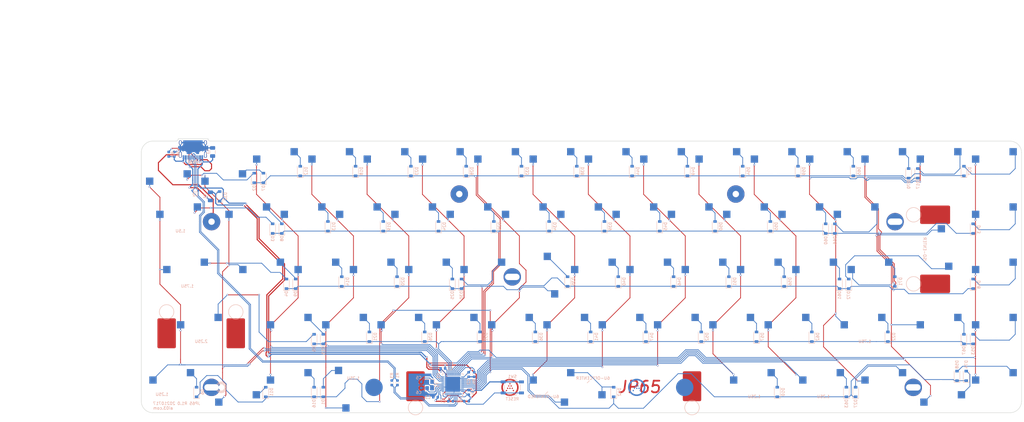
<source format=kicad_pcb>
(kicad_pcb (version 20171130) (host pcbnew "(5.1.4)-1")
  (layers (0 F.Cu signal) (31 B.Cu signal) (34 B.Paste user) (35 F.Paste user) (36 B.SilkS user) (37 F.SilkS user) (38 B.Mask user) (39 F.Mask user) (44 Edge.Cuts user))
  (net 0 "")
  (net 1 COL6)
  (net 2 +5V)
  (net 3 COL7)
  (net 4 COL0)
  (net 5 ROW0)
  (net 6 "Net-(D2-Pad2)")
  (net 7 ROW1)
  (net 8 "Net-(D3-Pad2)")
  (net 9 "Net-(D4-Pad2)")
  (net 10 "Net-(D5-Pad2)")
  (net 11 "Net-(D6-Pad2)")
  (net 12 "Net-(D7-Pad2)")
  (net 13 "Net-(D8-Pad2)")
  (net 14 "Net-(D9-Pad2)")
  (net 15 "Net-(D11-Pad2)")
  (net 16 "Net-(D12-Pad2)")
  (net 17 "Net-(D13-Pad2)")
  (net 18 "Net-(D14-Pad2)")
  (net 19 "Net-(D15-Pad2)")
  (net 20 "Net-(D16-Pad2)")
  (net 21 ROW2)
  (net 22 "Net-(D17-Pad2)")
  (net 23 ROW3)
  (net 24 "Net-(D18-Pad2)")
  (net 25 "Net-(D19-Pad2)")
  (net 26 "Net-(D20-Pad2)")
  (net 27 "Net-(D21-Pad2)")
  (net 28 "Net-(D22-Pad2)")
  (net 29 "Net-(D23-Pad2)")
  (net 30 "Net-(D24-Pad2)")
  (net 31 "Net-(D25-Pad2)")
  (net 32 "Net-(D26-Pad2)")
  (net 33 "Net-(D27-Pad2)")
  (net 34 "Net-(D28-Pad2)")
  (net 35 "Net-(D29-Pad2)")
  (net 36 "Net-(D33-Pad2)")
  (net 37 "Net-(D34-Pad2)")
  (net 38 ROW4)
  (net 39 "Net-(D35-Pad2)")
  (net 40 "Net-(D36-Pad2)")
  (net 41 "Net-(D38-Pad2)")
  (net 42 "Net-(D39-Pad2)")
  (net 43 "Net-(D40-Pad2)")
  (net 44 "Net-(D41-Pad2)")
  (net 45 "Net-(D42-Pad2)")
  (net 46 "Net-(D44-Pad2)")
  (net 47 "Net-(D45-Pad2)")
  (net 48 "Net-(D46-Pad2)")
  (net 49 "Net-(D47-Pad2)")
  (net 50 "Net-(D49-Pad2)")
  (net 51 "Net-(D50-Pad2)")
  (net 52 "Net-(D51-Pad2)")
  (net 53 "Net-(D54-Pad2)")
  (net 54 "Net-(D55-Pad2)")
  (net 55 "Net-(D56-Pad2)")
  (net 56 "Net-(D57-Pad2)")
  (net 57 "Net-(D59-Pad2)")
  (net 58 "Net-(D60-Pad2)")
  (net 59 "Net-(D61-Pad2)")
  (net 60 "Net-(D62-Pad2)")
  (net 61 "Net-(D63-Pad2)")
  (net 62 "Net-(D65-Pad2)")
  (net 63 "Net-(D66-Pad2)")
  (net 64 "Net-(D67-Pad2)")
  (net 65 "Net-(D70-Pad2)")
  (net 66 "Net-(D71-Pad2)")
  (net 67 "Net-(D72-Pad2)")
  (net 68 "Net-(D74-Pad2)")
  (net 69 COL1)
  (net 70 COL2)
  (net 71 COL5)
  (net 72 COL3)
  (net 73 COL4)
  (net 74 COL8)
  (net 75 GND)
  (net 76 D-)
  (net 77 D+)
  (net 78 COL9)
  (net 79 COL10)
  (net 80 COL11)
  (net 81 COL12)
  (net 82 COL13)
  (net 83 "Net-(D30-Pad2)")
  (net 84 "Net-(D31-Pad2)")
  (net 85 "Net-(D52-Pad2)")
  (net 86 "Net-(C5-Pad1)")
  (net 87 "Net-(C6-Pad1)")
  (net 88 "Net-(C7-Pad2)")
  (net 89 "Net-(R4-Pad2)")
  (net 90 "Net-(U1-Pad42)")
  (net 91 "Net-(U1-Pad18)")
  (net 92 "Net-(U1-Pad12)")
  (net 93 "Net-(U1-Pad9)")
  (net 94 "Net-(U1-Pad8)")
  (net 95 "Net-(R5-Pad1)")
  (net 96 "Net-(D1-Pad2)")
  (net 97 "Net-(D10-Pad2)")
  (net 98 VCC)
  (net 99 Earth)
  (net 100 "Net-(R2-Pad2)")
  (net 101 "Net-(R6-Pad2)")
  (net 102 "Net-(USB1-Pad3)")
  (net 103 "Net-(USB1-Pad9)")
  (net 104 USB+)
  (net 105 USB-)
  (net 106 "Net-(U1-Pad11)")
  (net 107 "Net-(D37-Pad2)")
  (net 108 "Net-(D43-Pad2)")
  (net 109 "Net-(D48-Pad2)")
  (net 110 "Net-(D53-Pad2)")
  (net 111 "Net-(D58-Pad2)")
  (net 112 COL14)
  (module locallib:65_Modded (layer F.Cu) (at 76.99375 124.61875)
    (fp_text reference REF**)
    (fp_text value 65)
    (fp_arc (start 52.3875 52.3875) (end 48.41875 52.3875) (angle 90) (layer Edge.Cuts) (width 0.15))
    (fp_arc (start 347.6625 52.3875) (end 347.6625 48.41875) (angle 90) (layer Edge.Cuts) (width 0.15))
    (fp_arc (start 347.6625 138.1125) (end 351.63125 138.1125) (angle 90) (layer Edge.Cuts) (width 0.15))
    (fp_arc (start 52.3875 138.1125) (end 52.3875 142.08125) (angle 90) (layer Edge.Cuts) (width 0.15))
    (fp_line (start 48.41875 138.1125) (end 48.41875 52.3875) (layer Edge.Cuts) (width 0.15))
    (fp_line (start 351.63125 52.3875) (end 351.63125 138.1125) (layer Edge.Cuts) (width 0.15))
    (fp_line (start 347.6625 142.08125) (end 52.3875 142.08125) (layer Edge.Cuts) (width 0.15))
    (fp_line (start 347.6625 48.41875) (end 72.23125 48.41875) (layer Edge.Cuts) (width 0.15))
    (fp_line (start 60.325 48.41875) (end 52.3875 48.41875) (layer Edge.Cuts) (width 0.15))
    (fp_arc (start 72.23125 47.625) (end 72.23125 48.41875) (angle 90) (layer Edge.Cuts) (width 0.15))
    (fp_arc (start 60.325 47.625) (end 61.11875 47.625) (angle 90) (layer Edge.Cuts) (width 0.15))
    (fp_line (start 61.11875 47.625) (end 71.4375 47.625) (layer Edge.Cuts) (width 0.15))
    (pad 9 thru_hole circle (at 308.0725 76.2) (size 6 6) (drill oval 5 2.2) (layers *.Cu *.Mask))
    (pad 8 thru_hole circle (at 314.3425 133.35) (size 6 6) (drill oval 5 2.2) (layers *.Cu *.Mask))
    (pad 7 smd circle (at 235.6025 133.35) (size 6 6) (layers B.Cu B.Mask))
    (pad 6 thru_hole circle (at 253.20625 66.675) (size 6 6) (drill 2.2) (layers *.Cu *.Mask))
    (pad 5 thru_hole circle (at 176.2125 95.25) (size 6 6) (drill oval 5 2.2) (layers *.Cu *.Mask))
    (pad 4 thru_hole circle (at 157.95625 66.675) (size 6 6) (drill 2.2) (layers *.Cu *.Mask))
    (pad 3 smd circle (at 128.5875 133.35) (size 6 6) (layers B.Cu B.Mask))
    (pad 2 thru_hole circle (at 72.6225 133.34) (size 6 6) (drill oval 5 2.2) (layers *.Cu *.Mask))
    (pad 1 thru_hole circle (at 72.6225 76.2) (size 6 6) (drill 2.2) (layers *.Cu *.Mask))
  )
  (module MX_Only:MXOnly-1U-Hotswap (layer F.Cu) (at 400.84375 238.91875)
    (fp_text reference K_UP1)
    (fp_text value MX-NoLED)
    (pad 2 smd rect (at 5.842 -5.08) (size 2.55 2.5) (layers B.Cu B.Paste B.Mask) (net 64 "Net-(D67-Pad2)"))
    (pad 1 smd rect (at -7.085 -2.54) (size 2.55 2.5) (layers B.Cu B.Paste B.Mask) (net 82 COL13))
    (pad "" np_thru_hole circle (at 5.08 0 48.0996) (size 1.75 1.75) (drill 1.75) (layers *.Cu *.Mask))
    (pad "" np_thru_hole circle (at -5.08 0 48.0996) (size 1.75 1.75) (drill 1.75) (layers *.Cu *.Mask))
    (pad "" np_thru_hole circle (at -3.81 -2.54) (size 3 3) (drill 3) (layers *.Cu *.Mask))
    (pad "" np_thru_hole circle (at 0 0) (size 3.9878 3.9878) (drill 3.9878) (layers *.Cu *.Mask))
    (pad "" np_thru_hole circle (at 2.54 -5.08) (size 3 3) (drill 3) (layers *.Cu *.Mask))
  )
  (module MX_Only:MXOnly-1.25U-Hotswap (layer F.Cu) (at 360.3625 257.96875)
    (fp_text reference K_RCTRL1)
    (fp_text value MX-NoLED)
    (pad 2 smd rect (at 5.842 -5.08) (size 2.55 2.5) (layers B.Cu B.Paste B.Mask) (net 61 "Net-(D63-Pad2)"))
    (pad 1 smd rect (at -7.085 -2.54) (size 2.55 2.5) (layers B.Cu B.Paste B.Mask) (net 80 COL11))
    (pad "" np_thru_hole circle (at 5.08 0 48.0996) (size 1.75 1.75) (drill 1.75) (layers *.Cu *.Mask))
    (pad "" np_thru_hole circle (at -5.08 0 48.0996) (size 1.75 1.75) (drill 1.75) (layers *.Cu *.Mask))
    (pad "" np_thru_hole circle (at -3.81 -2.54) (size 3 3) (drill 3) (layers *.Cu *.Mask))
    (pad "" np_thru_hole circle (at 0 0) (size 3.9878 3.9878) (drill 3.9878) (layers *.Cu *.Mask))
    (pad "" np_thru_hole circle (at 2.54 -5.08) (size 3 3) (drill 3) (layers *.Cu *.Mask))
  )
  (module MX_Only:MXOnly-1U-Hotswap (layer F.Cu) (at 381.79375 257.96875)
    (fp_text reference K_LEFT1)
    (fp_text value MX-NoLED)
    (pad 2 smd rect (at 5.842 -5.08) (size 2.55 2.5) (layers B.Cu B.Paste B.Mask) (net 33 "Net-(D27-Pad2)"))
    (pad 1 smd rect (at -7.085 -2.54) (size 2.55 2.5) (layers B.Cu B.Paste B.Mask) (net 81 COL12))
    (pad "" np_thru_hole circle (at 5.08 0 48.0996) (size 1.75 1.75) (drill 1.75) (layers *.Cu *.Mask))
    (pad "" np_thru_hole circle (at -5.08 0 48.0996) (size 1.75 1.75) (drill 1.75) (layers *.Cu *.Mask))
    (pad "" np_thru_hole circle (at -3.81 -2.54) (size 3 3) (drill 3) (layers *.Cu *.Mask))
    (pad "" np_thru_hole circle (at 0 0) (size 3.9878 3.9878) (drill 3.9878) (layers *.Cu *.Mask))
    (pad "" np_thru_hole circle (at 2.54 -5.08) (size 3 3) (drill 3) (layers *.Cu *.Mask))
  )
  (module MX_Only:MXOnly-1U-Hotswap (layer F.Cu) (at 400.84375 257.96875 180)
    (fp_text reference K_DOWN1)
    (fp_text value MX-NoLED)
    (pad 2 smd rect (at 5.842 -5.08 180) (size 2.55 2.5) (layers B.Cu B.Paste B.Mask) (net 82 COL13))
    (pad 1 smd rect (at -7.085 -2.54 180) (size 2.55 2.5) (layers B.Cu B.Paste B.Mask) (net 68 "Net-(D74-Pad2)"))
    (pad "" np_thru_hole circle (at 5.08 0 228.0996) (size 1.75 1.75) (drill 1.75) (layers *.Cu *.Mask))
    (pad "" np_thru_hole circle (at -5.08 0 228.0996) (size 1.75 1.75) (drill 1.75) (layers *.Cu *.Mask))
    (pad "" np_thru_hole circle (at -3.81 -2.54 180) (size 3 3) (drill 3) (layers *.Cu *.Mask))
    (pad "" np_thru_hole circle (at 0 0 180) (size 3.9878 3.9878) (drill 3.9878) (layers *.Cu *.Mask))
    (pad "" np_thru_hole circle (at 2.54 -5.08 180) (size 3 3) (drill 3) (layers *.Cu *.Mask))
  )
  (module Diode_SMD:D_SOD-123 (layer B.Cu) (at 409.575 254 90)
    (fp_text reference D74 (at 3.937 0 90) (layer B.SilkS) (effects (justify mirror)))
    (fp_text value SOD-123)
    (pad 2 smd rect (at 1.65 0 90) (size 0.9 1.2) (layers B.Cu B.Paste B.Mask) (net 68 "Net-(D74-Pad2)"))
    (pad 1 smd rect (at -1.65 0 90) (size 0.9 1.2) (layers B.Cu B.Paste B.Mask) (net 38 ROW4))
  )
  (module Diode_SMD:D_SOD-123 (layer B.Cu) (at 408.78125 241.3 90)
    (fp_text reference D67 (at -3.937 -0.032 90) (layer B.SilkS) (effects (justify mirror)))
    (fp_text value SOD-123)
    (pad 2 smd rect (at 1.65 0 90) (size 0.9 1.2) (layers B.Cu B.Paste B.Mask) (net 64 "Net-(D67-Pad2)"))
    (pad 1 smd rect (at -1.65 0 90) (size 0.9 1.2) (layers B.Cu B.Paste B.Mask) (net 23 ROW3))
  )
  (module Diode_SMD:D_SOD-123 (layer B.Cu) (at 368.3 259.55625 90)
    (fp_text reference D63 (at -3.96875 0 90) (layer B.SilkS) (effects (justify mirror)))
    (fp_text value SOD-123)
    (pad 2 smd rect (at 1.65 0 90) (size 0.9 1.2) (layers B.Cu B.Paste B.Mask) (net 61 "Net-(D63-Pad2)"))
    (pad 1 smd rect (at -1.65 0 90) (size 0.9 1.2) (layers B.Cu B.Paste B.Mask) (net 38 ROW4))
  )
  (module Diode_SMD:D_SOD-123 (layer B.Cu) (at 371.475 259.55625 90)
    (fp_text reference D27 (at -3.96875 0 90) (layer B.SilkS) (effects (justify mirror)))
    (fp_text value SOD-123)
    (pad 2 smd rect (at 1.65 0 90) (size 0.9 1.2) (layers B.Cu B.Paste B.Mask) (net 33 "Net-(D27-Pad2)"))
    (pad 1 smd rect (at -1.65 0 90) (size 0.9 1.2) (layers B.Cu B.Paste B.Mask) (net 38 ROW4))
  )
  (module Diode_SMD:D_SOD-123 (layer B.Cu) (at 382.5875 240.50625 90)
    (fp_text reference D22 (at 0 2 90) (layer B.SilkS) (effects (justify mirror)))
    (fp_text value SOD-123)
    (pad 2 smd rect (at 1.65 0 90) (size 0.9 1.2) (layers B.Cu B.Paste B.Mask) (net 28 "Net-(D22-Pad2)"))
    (pad 1 smd rect (at -1.65 0 90) (size 0.9 1.2) (layers B.Cu B.Paste B.Mask) (net 23 ROW3))
  )
  (module MX_Only:MXOnly-1.75U-Hotswap (layer F.Cu) (at 374.65 238.91875)
    (fp_text reference K_RSFT1)
    (fp_text value MX-NoLED)
    (pad 2 smd rect (at 5.842 -5.08) (size 2.55 2.5) (layers B.Cu B.Paste B.Mask) (net 28 "Net-(D22-Pad2)"))
    (pad 1 smd rect (at -7.085 -2.54) (size 2.55 2.5) (layers B.Cu B.Paste B.Mask) (net 81 COL12))
    (pad "" np_thru_hole circle (at 5.08 0 48.0996) (size 1.75 1.75) (drill 1.75) (layers *.Cu *.Mask))
    (pad "" np_thru_hole circle (at -5.08 0 48.0996) (size 1.75 1.75) (drill 1.75) (layers *.Cu *.Mask))
    (pad "" np_thru_hole circle (at -3.81 -2.54) (size 3 3) (drill 3) (layers *.Cu *.Mask))
    (pad "" np_thru_hole circle (at 0 0) (size 3.9878 3.9878) (drill 3.9878) (layers *.Cu *.Mask))
    (pad "" np_thru_hole circle (at 2.54 -5.08) (size 3 3) (drill 3) (layers *.Cu *.Mask))
  )
  (module MX_Only:MXOnly-1U-Hotswap (layer F.Cu) (at 419.89375 257.96875)
    (fp_text reference K_RIGHT1)
    (fp_text value MX-NoLED)
    (pad 2 smd rect (at 5.842 -5.08) (size 2.55 2.5) (layers B.Cu B.Paste B.Mask) (net 111 "Net-(D58-Pad2)"))
    (pad 1 smd rect (at -7.085 -2.54) (size 2.55 2.5) (layers B.Cu B.Paste B.Mask) (net 112 COL14))
    (pad "" np_thru_hole circle (at 5.08 0 48.0996) (size 1.75 1.75) (drill 1.75) (layers *.Cu *.Mask))
    (pad "" np_thru_hole circle (at -5.08 0 48.0996) (size 1.75 1.75) (drill 1.75) (layers *.Cu *.Mask))
    (pad "" np_thru_hole circle (at -3.81 -2.54) (size 3 3) (drill 3) (layers *.Cu *.Mask))
    (pad "" np_thru_hole circle (at 0 0) (size 3.9878 3.9878) (drill 3.9878) (layers *.Cu *.Mask))
    (pad "" np_thru_hole circle (at 2.54 -5.08) (size 3 3) (drill 3) (layers *.Cu *.Mask))
  )
  (module MX_Only:MXOnly-1U-Hotswap (layer F.Cu) (at 419.89375 238.91875)
    (fp_text reference K_EX4)
    (fp_text value MX-NoLED)
    (pad 2 smd rect (at 5.842 -5.08) (size 2.55 2.5) (layers B.Cu B.Paste B.Mask) (net 110 "Net-(D53-Pad2)"))
    (pad 1 smd rect (at -7.085 -2.54) (size 2.55 2.5) (layers B.Cu B.Paste B.Mask) (net 112 COL14))
    (pad "" np_thru_hole circle (at 5.08 0 48.0996) (size 1.75 1.75) (drill 1.75) (layers *.Cu *.Mask))
    (pad "" np_thru_hole circle (at -5.08 0 48.0996) (size 1.75 1.75) (drill 1.75) (layers *.Cu *.Mask))
    (pad "" np_thru_hole circle (at -3.81 -2.54) (size 3 3) (drill 3) (layers *.Cu *.Mask))
    (pad "" np_thru_hole circle (at 0 0) (size 3.9878 3.9878) (drill 3.9878) (layers *.Cu *.Mask))
    (pad "" np_thru_hole circle (at 2.54 -5.08) (size 3 3) (drill 3) (layers *.Cu *.Mask))
  )
  (module MX_Only:MXOnly-1U-Hotswap (layer F.Cu) (at 419.89375 219.86875)
    (fp_text reference K_EX3)
    (fp_text value MX-NoLED)
    (pad 2 smd rect (at 5.842 -5.08) (size 2.55 2.5) (layers B.Cu B.Paste B.Mask) (net 109 "Net-(D48-Pad2)"))
    (pad 1 smd rect (at -7.085 -2.54) (size 2.55 2.5) (layers B.Cu B.Paste B.Mask) (net 112 COL14))
    (pad "" np_thru_hole circle (at 5.08 0 48.0996) (size 1.75 1.75) (drill 1.75) (layers *.Cu *.Mask))
    (pad "" np_thru_hole circle (at -5.08 0 48.0996) (size 1.75 1.75) (drill 1.75) (layers *.Cu *.Mask))
    (pad "" np_thru_hole circle (at -3.81 -2.54) (size 3 3) (drill 3) (layers *.Cu *.Mask))
    (pad "" np_thru_hole circle (at 0 0) (size 3.9878 3.9878) (drill 3.9878) (layers *.Cu *.Mask))
    (pad "" np_thru_hole circle (at 2.54 -5.08) (size 3 3) (drill 3) (layers *.Cu *.Mask))
  )
  (module MX_Only:MXOnly-1U-Hotswap (layer F.Cu) (at 419.89375 200.81875)
    (fp_text reference K_EX2)
    (fp_text value MX-NoLED)
    (pad 2 smd rect (at 5.842 -5.08) (size 2.55 2.5) (layers B.Cu B.Paste B.Mask) (net 108 "Net-(D43-Pad2)"))
    (pad 1 smd rect (at -7.085 -2.54) (size 2.55 2.5) (layers B.Cu B.Paste B.Mask) (net 112 COL14))
    (pad "" np_thru_hole circle (at 5.08 0 48.0996) (size 1.75 1.75) (drill 1.75) (layers *.Cu *.Mask))
    (pad "" np_thru_hole circle (at -5.08 0 48.0996) (size 1.75 1.75) (drill 1.75) (layers *.Cu *.Mask))
    (pad "" np_thru_hole circle (at -3.81 -2.54) (size 3 3) (drill 3) (layers *.Cu *.Mask))
    (pad "" np_thru_hole circle (at 0 0) (size 3.9878 3.9878) (drill 3.9878) (layers *.Cu *.Mask))
    (pad "" np_thru_hole circle (at 2.54 -5.08) (size 3 3) (drill 3) (layers *.Cu *.Mask))
  )
  (module MX_Only:MXOnly-1U-Hotswap (layer F.Cu) (at 419.89375 181.76875)
    (fp_text reference K_EX1)
    (fp_text value MX-NoLED)
    (pad 2 smd rect (at 5.842 -5.08) (size 2.55 2.5) (layers B.Cu B.Paste B.Mask) (net 107 "Net-(D37-Pad2)"))
    (pad 1 smd rect (at -7.085 -2.54) (size 2.55 2.5) (layers B.Cu B.Paste B.Mask) (net 112 COL14))
    (pad "" np_thru_hole circle (at 5.08 0 48.0996) (size 1.75 1.75) (drill 1.75) (layers *.Cu *.Mask))
    (pad "" np_thru_hole circle (at -5.08 0 48.0996) (size 1.75 1.75) (drill 1.75) (layers *.Cu *.Mask))
    (pad "" np_thru_hole circle (at -3.81 -2.54) (size 3 3) (drill 3) (layers *.Cu *.Mask))
    (pad "" np_thru_hole circle (at 0 0) (size 3.9878 3.9878) (drill 3.9878) (layers *.Cu *.Mask))
    (pad "" np_thru_hole circle (at 2.54 -5.08) (size 3 3) (drill 3) (layers *.Cu *.Mask))
  )
  (module Diode_SMD:D_SOD-123 (layer B.Cu) (at 406.4 254 90)
    (fp_text reference D58 (at 3.937 0 90) (layer B.SilkS) (effects (justify mirror)))
    (fp_text value SOD-123)
    (pad 2 smd rect (at 1.65 0 90) (size 0.9 1.2) (layers B.Cu B.Paste B.Mask) (net 111 "Net-(D58-Pad2)"))
    (pad 1 smd rect (at -1.65 0 90) (size 0.9 1.2) (layers B.Cu B.Paste B.Mask) (net 38 ROW4))
  )
  (module Diode_SMD:D_SOD-123 (layer B.Cu) (at 411.95625 241.3 90)
    (fp_text reference D53 (at -3.937 -0.032 90) (layer B.SilkS) (effects (justify mirror)))
    (fp_text value SOD-123)
    (pad 2 smd rect (at 1.65 0 90) (size 0.9 1.2) (layers B.Cu B.Paste B.Mask) (net 110 "Net-(D53-Pad2)"))
    (pad 1 smd rect (at -1.65 0 90) (size 0.9 1.2) (layers B.Cu B.Paste B.Mask) (net 23 ROW3))
  )
  (module Diode_SMD:D_SOD-123 (layer B.Cu) (at 411.95625 222.25 90)
    (fp_text reference D48 (at -0.254 2 90) (layer B.SilkS) (effects (justify mirror)))
    (fp_text value SOD-123)
    (pad 2 smd rect (at 1.65 0 90) (size 0.9 1.2) (layers B.Cu B.Paste B.Mask) (net 109 "Net-(D48-Pad2)"))
    (pad 1 smd rect (at -1.65 0 90) (size 0.9 1.2) (layers B.Cu B.Paste B.Mask) (net 21 ROW2))
  )
  (module Diode_SMD:D_SOD-123 (layer B.Cu) (at 411.95625 203.2 90)
    (fp_text reference D43 (at -0.254 2 90) (layer B.SilkS) (effects (justify mirror)))
    (fp_text value SOD-123)
    (pad 2 smd rect (at 1.65 0 90) (size 0.9 1.2) (layers B.Cu B.Paste B.Mask) (net 108 "Net-(D43-Pad2)"))
    (pad 1 smd rect (at -1.65 0 90) (size 0.9 1.2) (layers B.Cu B.Paste B.Mask) (net 7 ROW1))
  )
  (module Diode_SMD:D_SOD-123 (layer B.Cu) (at 408.78125 183.35625 90)
    (fp_text reference D37 (at 0 2 90) (layer B.SilkS) (effects (justify mirror)))
    (fp_text value SOD-123)
    (pad 2 smd rect (at 1.65 0 90) (size 0.9 1.2) (layers B.Cu B.Paste B.Mask) (net 107 "Net-(D37-Pad2)"))
    (pad 1 smd rect (at -1.65 0 90) (size 0.9 1.2) (layers B.Cu B.Paste B.Mask) (net 5 ROW0))
  )
  (module locallib:ai-ring-6mm-Combined (layer F.Cu) (at 252.4125 257.96875)
    (fp_text reference G*** hide)
    (fp_text value LOGO hide)
    (fp_poly (pts (xy 0.1905 -1.0795) (xy -0.214312 -1.0795) (xy -0.214312 -1.484312) (xy 0.1905 -1.484312) (xy 0.1905 -1.0795)) (layer F.Cu) (width 0.01))
    (fp_poly (pts (xy 0.595313 -0.293687) (xy 0.1905 -0.293687) (xy 0.1905 -0.674687) (xy 0.595313 -0.674687) (xy 0.595313 -0.293687)) (layer F.Cu) (width 0.01))
    (fp_poly (pts (xy -0.214312 -0.293687) (xy -0.595312 -0.293687) (xy -0.595312 -0.674687) (xy -0.214312 -0.674687) (xy -0.214312 -0.293687)) (layer F.Cu) (width 0.01))
    (fp_poly (pts (xy 0.976313 0.515938) (xy 0.595313 0.515938) (xy 0.595313 0.111125) (xy 0.976313 0.111125) (xy 0.976313 0.515938)) (layer F.Cu) (width 0.01))
    (fp_poly (pts (xy 0.1905 0.515938) (xy -0.214312 0.515938) (xy -0.214312 0.111125) (xy 0.1905 0.111125) (xy 0.1905 0.515938)) (layer F.Cu) (width 0.01))
    (fp_poly (pts (xy -0.595312 0.515938) (xy -1.000125 0.515938) (xy -1.000125 0.111125) (xy -0.595312 0.111125) (xy -0.595312 0.515938)) (layer F.Cu) (width 0.01))
    (fp_poly (pts (xy 1.381125 1.30175) (xy 0.976313 1.30175) (xy 0.976313 0.896938) (xy 1.381125 0.896938) (xy 1.381125 1.30175)) (layer F.Cu) (width 0.01))
    (fp_poly (pts (xy -1.000125 1.30175) (xy -1.404937 1.30175) (xy -1.404937 0.896938) (xy -1.000125 0.896938) (xy -1.000125 1.30175)) (layer F.Cu) (width 0.01))
    (fp_poly (pts (xy 0.003969 -2.971955) (xy 0.128087 -2.970585) (xy 0.239799 -2.966428) (xy 0.342392 -2.959081) (xy 0.439156 -2.94814) (xy 0.533378 -2.933202) (xy 0.628347 -2.913863) (xy 0.727351 -2.889719) (xy 0.77263 -2.877582) (xy 0.981177 -2.812344) (xy 1.183265 -2.733008) (xy 1.378128 -2.639972) (xy 1.564999 -2.533632) (xy 1.743114 -2.414384) (xy 1.89526 -2.296383) (xy 2.052928 -2.155658) (xy 2.200265 -2.004213) (xy 2.336586 -1.843115) (xy 2.461208 -1.673433) (xy 2.573447 -1.496234) (xy 2.67262 -1.312584) (xy 2.758042 -1.123553) (xy 2.82903 -0.930207) (xy 2.877784 -0.762197) (xy 2.910855 -0.622211) (xy 2.936215 -0.490275) (xy 2.954607 -0.361003) (xy 2.966775 -0.229007) (xy 2.973461 -0.0889) (xy 2.974114 -0.0635) (xy 2.971395 0.154797) (xy 2.9532 0.36958) (xy 2.919535 0.580821) (xy 2.870406 0.788489) (xy 2.805819 0.992555) (xy 2.741622 1.156487) (xy 2.713539 1.221752) (xy 2.689477 1.27591) (xy 2.667608 1.322613) (xy 2.646107 1.365513) (xy 2.623146 1.408263) (xy 2.5969 1.454515) (xy 2.567775 1.504156) (xy 2.448556 1.690427) (xy 2.318452 1.865153) (xy 2.177329 2.028465) (xy 2.025055 2.180496) (xy 1.861497 2.32138) (xy 1.686524 2.451248) (xy 1.504156 2.567775) (xy 1.451327 2.598744) (xy 1.405414 2.624721) (xy 1.362765 2.647531) (xy 1.319728 2.669001) (xy 1.272651 2.690957) (xy 1.217881 2.715225) (xy 1.156487 2.741622) (xy 1.060254 2.781169) (xy 0.971536 2.814208) (xy 0.884422 2.842695) (xy 0.792998 2.868589) (xy 0.710406 2.889322) (xy 0.54589 2.924876) (xy 0.388795 2.950553) (xy 0.234567 2.966893) (xy 0.078649 2.974436) (xy -0.011906 2.975013) (xy -0.063125 2.974498) (xy -0.111246 2.973793) (xy -0.153126 2.97296) (xy -0.185622 2.972063) (xy -0.20559 2.971165) (xy -0.206375 2.971109) (xy -0.422549 2.947157) (xy -0.635306 2.90817) (xy -0.843787 2.854467) (xy -1.047132 2.786363) (xy -1.244484 2.704176) (xy -1.434982 2.608225) (xy -1.617768 2.498826) (xy -1.768724 2.393796) (xy -1.941651 2.255449) (xy -2.102335 2.107088) (xy -2.250549 1.949039) (xy -2.386071 1.781632) (xy -2.508676 1.605194) (xy -2.618139 1.420052) (xy -2.714237 1.226535) (xy -2.796744 1.024971) (xy -2.865437 0.815688) (xy -2.877582 0.77263) (xy -2.903948 0.670835) (xy -2.925333 0.574511) (xy -2.942141 0.480367) (xy -2.954775 0.385117) (xy -2.96364 0.28547) (xy -2.969138 0.17814) (xy -2.971674 0.059836) (xy -2.971955 0.003969) (xy -2.97128 -0.051392) (xy -2.439206 -0.051392) (xy -2.439103 0.028746) (xy -2.437437 0.10841) (xy -2.434241 0.183537) (xy -2.429544 0.25006) (xy -2.425824 0.28575) (xy -2.39395 0.483048) (xy -2.347299 0.674663) (xy -2.286049 0.860222) (xy -2.210381 1.039349) (xy -2.120473 1.211669) (xy -2.016506 1.376809) (xy -1.898659 1.534393) (xy -1.767112 1.684047) (xy -1.744776 1.70726) (xy -1.610542 1.834334) (xy -1.46484 1.95227) (xy -1.310369 2.05909) (xy -1.149831 2.152816) (xy -1.104042 2.176504) (xy -1.029634 2.213153) (xy -0.964393 2.243372) (xy -0.903896 2.26894) (xy -0.843722 2.291634) (xy -0.779449 2.313233) (xy -0.714375 2.333227) (xy -0.525162 2.38264) (xy -0.339411 2.417091) (xy -0.155673 2.436714) (xy 0.027503 2.441642) (xy 0.211564 2.432011) (xy 0.278106 2.425031) (xy 0.465438 2.396087) (xy 0.645019 2.354278) (xy 0.819357 2.298854) (xy 0.990959 2.229064) (xy 1.087916 2.182866) (xy 1.258548 2.089447) (xy 1.417964 1.985712) (xy 1.566922 1.870974) (xy 1.706179 1.74455) (xy 1.836494 1.605754) (xy 1.958624 1.453903) (xy 2.066892 1.298259) (xy 2.092018 1.257068) (xy 2.121341 1.20494) (xy 2.153041 1.145496) (xy 2.185299 1.082356) (xy 2.216293 1.01914) (xy 2.244206 0.959467) (xy 2.267215 0.906957) (xy 2.280653 0.873125) (xy 2.34352 0.681584) (xy 2.390916 0.488845) (xy 2.4228 0.29545) (xy 2.43913 0.10194) (xy 2.439868 -0.091143) (xy 2.424972 -0.283258) (xy 2.394402 -0.473864) (xy 2.384599 -0.519906) (xy 2.35095 -0.656199) (xy 2.312642 -0.782382) (xy 2.267704 -0.903993) (xy 2.214163 -1.026568) (xy 2.176504 -1.104042) (xy 2.082799 -1.27289) (xy 1.975974 -1.433327) (xy 1.856798 -1.584632) (xy 1.726037 -1.726086) (xy 1.58446 -1.856969) (xy 1.432834 -1.97656) (xy 1.271927 -2.08414) (xy 1.102507 -2.178989) (xy 0.958325 -2.24652) (xy 0.786697 -2.312915) (xy 0.614143 -2.364913) (xy 0.438656 -2.402922) (xy 0.258226 -2.427349) (xy 0.070845 -2.438603) (xy 0.007938 -2.439493) (xy -0.190157 -2.433123) (xy -0.381785 -2.412478) (xy -0.567719 -2.377327) (xy -0.748735 -2.327433) (xy -0.925606 -2.262565) (xy -1.099106 -2.182487) (xy -1.270009 -2.086965) (xy -1.370706 -2.022756) (xy -1.510139 -1.921228) (xy -1.644337 -1.806722) (xy -1.771659 -1.681161) (xy -1.890465 -1.546469) (xy -1.999114 -1.404569) (xy -2.095965 -1.257385) (xy -2.179378 -1.106839) (xy -2.214174 -1.03392) (xy -2.275577 -0.889061) (xy -2.325808 -0.749822) (xy -2.366065 -0.611874) (xy -2.397544 -0.470886) (xy -2.421444 -0.322529) (xy -2.429845 -0.254) (xy -2.434608 -0.19683) (xy -2.437718 -0.127939) (xy -2.439206 -0.051392) (xy -2.97128 -0.051392) (xy -2.97021 -0.139027) (xy -2.964336 -0.269894) (xy -2.953762 -0.391975) (xy -2.937915 -0.508615) (xy -2.916223 -0.623156) (xy -2.888113 -0.738941) (xy -2.853014 -0.859313) (xy -2.810353 -0.987616) (xy -2.794659 -1.031875) (xy -2.716274 -1.226594) (xy -2.623434 -1.414928) (xy -2.516328 -1.596615) (xy -2.395148 -1.771392) (xy -2.260083 -1.938997) (xy -2.111326 -2.099167) (xy -1.949067 -2.25164) (xy -1.842229 -2.341821) (xy -1.7564 -2.407314) (xy -1.658861 -2.47464) (xy -1.553252 -2.541588) (xy -1.443214 -2.605945) (xy -1.332387 -2.6655) (xy -1.224411 -2.718042) (xy -1.218406 -2.720785) (xy -1.148446 -2.750658) (xy -1.067265 -2.782044) (xy -0.979233 -2.813464) (xy -0.888721 -2.843438) (xy -0.800099 -2.870489) (xy -0.717736 -2.893136) (xy -0.68585 -2.901029) (xy -0.592625 -2.921797) (xy -0.503651 -2.938457) (xy -0.415647 -2.951348) (xy -0.325331 -2.960805) (xy -0.229422 -2.967168) (xy -0.12464 -2.970772) (xy -0.007705 -2.971956) (xy 0.003969 -2.971955)) (layer F.Cu) (width 0.01))
  )
  (module locallib:ai-ring-6mm-Combined (layer B.Cu) (at 296.06875 257.96875 180)
    (fp_text reference G*** hide)
    (fp_text value LOGO hide)
    (fp_poly (pts (xy 0.1905 1.0795) (xy -0.214312 1.0795) (xy -0.214312 1.484312) (xy 0.1905 1.484312) (xy 0.1905 1.0795)) (layer B.Cu) (width 0.01))
    (fp_poly (pts (xy 0.595313 0.293687) (xy 0.1905 0.293687) (xy 0.1905 0.674687) (xy 0.595313 0.674687) (xy 0.595313 0.293687)) (layer B.Cu) (width 0.01))
    (fp_poly (pts (xy -0.214312 0.293687) (xy -0.595312 0.293687) (xy -0.595312 0.674687) (xy -0.214312 0.674687) (xy -0.214312 0.293687)) (layer B.Cu) (width 0.01))
    (fp_poly (pts (xy 0.976313 -0.515938) (xy 0.595313 -0.515938) (xy 0.595313 -0.111125) (xy 0.976313 -0.111125) (xy 0.976313 -0.515938)) (layer B.Cu) (width 0.01))
    (fp_poly (pts (xy 0.1905 -0.515938) (xy -0.214312 -0.515938) (xy -0.214312 -0.111125) (xy 0.1905 -0.111125) (xy 0.1905 -0.515938)) (layer B.Cu) (width 0.01))
    (fp_poly (pts (xy -0.595312 -0.515938) (xy -1.000125 -0.515938) (xy -1.000125 -0.111125) (xy -0.595312 -0.111125) (xy -0.595312 -0.515938)) (layer B.Cu) (width 0.01))
    (fp_poly (pts (xy 1.381125 -1.30175) (xy 0.976313 -1.30175) (xy 0.976313 -0.896938) (xy 1.381125 -0.896938) (xy 1.381125 -1.30175)) (layer B.Cu) (width 0.01))
    (fp_poly (pts (xy -1.000125 -1.30175) (xy -1.404937 -1.30175) (xy -1.404937 -0.896938) (xy -1.000125 -0.896938) (xy -1.000125 -1.30175)) (layer B.Cu) (width 0.01))
    (fp_poly (pts (xy 0.003969 2.971955) (xy 0.128087 2.970585) (xy 0.239799 2.966428) (xy 0.342392 2.959081) (xy 0.439156 2.94814) (xy 0.533378 2.933202) (xy 0.628347 2.913863) (xy 0.727351 2.889719) (xy 0.77263 2.877582) (xy 0.981177 2.812344) (xy 1.183265 2.733008) (xy 1.378128 2.639972) (xy 1.564999 2.533632) (xy 1.743114 2.414384) (xy 1.89526 2.296383) (xy 2.052928 2.155658) (xy 2.200265 2.004213) (xy 2.336586 1.843115) (xy 2.461208 1.673433) (xy 2.573447 1.496234) (xy 2.67262 1.312584) (xy 2.758042 1.123553) (xy 2.82903 0.930207) (xy 2.877784 0.762197) (xy 2.910855 0.622211) (xy 2.936215 0.490275) (xy 2.954607 0.361003) (xy 2.966775 0.229007) (xy 2.973461 0.0889) (xy 2.974114 0.0635) (xy 2.971395 -0.154797) (xy 2.9532 -0.36958) (xy 2.919535 -0.580821) (xy 2.870406 -0.788489) (xy 2.805819 -0.992555) (xy 2.741622 -1.156487) (xy 2.713539 -1.221752) (xy 2.689477 -1.27591) (xy 2.667608 -1.322613) (xy 2.646107 -1.365513) (xy 2.623146 -1.408263) (xy 2.5969 -1.454515) (xy 2.567775 -1.504156) (xy 2.448556 -1.690427) (xy 2.318452 -1.865153) (xy 2.177329 -2.028465) (xy 2.025055 -2.180496) (xy 1.861497 -2.32138) (xy 1.686524 -2.451248) (xy 1.504156 -2.567775) (xy 1.451327 -2.598744) (xy 1.405414 -2.624721) (xy 1.362765 -2.647531) (xy 1.319728 -2.669001) (xy 1.272651 -2.690957) (xy 1.217881 -2.715225) (xy 1.156487 -2.741622) (xy 1.060254 -2.781169) (xy 0.971536 -2.814208) (xy 0.884422 -2.842695) (xy 0.792998 -2.868589) (xy 0.710406 -2.889322) (xy 0.54589 -2.924876) (xy 0.388795 -2.950553) (xy 0.234567 -2.966893) (xy 0.078649 -2.974436) (xy -0.011906 -2.975013) (xy -0.063125 -2.974498) (xy -0.111246 -2.973793) (xy -0.153126 -2.97296) (xy -0.185622 -2.972063) (xy -0.20559 -2.971165) (xy -0.206375 -2.971109) (xy -0.422549 -2.947157) (xy -0.635306 -2.90817) (xy -0.843787 -2.854467) (xy -1.047132 -2.786363) (xy -1.244484 -2.704176) (xy -1.434982 -2.608225) (xy -1.617768 -2.498826) (xy -1.768724 -2.393796) (xy -1.941651 -2.255449) (xy -2.102335 -2.107088) (xy -2.250549 -1.949039) (xy -2.386071 -1.781632) (xy -2.508676 -1.605194) (xy -2.618139 -1.420052) (xy -2.714237 -1.226535) (xy -2.796744 -1.024971) (xy -2.865437 -0.815688) (xy -2.877582 -0.77263) (xy -2.903948 -0.670835) (xy -2.925333 -0.574511) (xy -2.942141 -0.480367) (xy -2.954775 -0.385117) (xy -2.96364 -0.28547) (xy -2.969138 -0.17814) (xy -2.971674 -0.059836) (xy -2.971955 -0.003969) (xy -2.97128 0.051392) (xy -2.439206 0.051392) (xy -2.439103 -0.028746) (xy -2.437437 -0.10841) (xy -2.434241 -0.183537) (xy -2.429544 -0.25006) (xy -2.425824 -0.28575) (xy -2.39395 -0.483048) (xy -2.347299 -0.674663) (xy -2.286049 -0.860222) (xy -2.210381 -1.039349) (xy -2.120473 -1.211669) (xy -2.016506 -1.376809) (xy -1.898659 -1.534393) (xy -1.767112 -1.684047) (xy -1.744776 -1.70726) (xy -1.610542 -1.834334) (xy -1.46484 -1.95227) (xy -1.310369 -2.05909) (xy -1.149831 -2.152816) (xy -1.104042 -2.176504) (xy -1.029634 -2.213153) (xy -0.964393 -2.243372) (xy -0.903896 -2.26894) (xy -0.843722 -2.291634) (xy -0.779449 -2.313233) (xy -0.714375 -2.333227) (xy -0.525162 -2.38264) (xy -0.339411 -2.417091) (xy -0.155673 -2.436714) (xy 0.027503 -2.441642) (xy 0.211564 -2.432011) (xy 0.278106 -2.425031) (xy 0.465438 -2.396087) (xy 0.645019 -2.354278) (xy 0.819357 -2.298854) (xy 0.990959 -2.229064) (xy 1.087916 -2.182866) (xy 1.258548 -2.089447) (xy 1.417964 -1.985712) (xy 1.566922 -1.870974) (xy 1.706179 -1.74455) (xy 1.836494 -1.605754) (xy 1.958624 -1.453903) (xy 2.066892 -1.298259) (xy 2.092018 -1.257068) (xy 2.121341 -1.20494) (xy 2.153041 -1.145496) (xy 2.185299 -1.082356) (xy 2.216293 -1.01914) (xy 2.244206 -0.959467) (xy 2.267215 -0.906957) (xy 2.280653 -0.873125) (xy 2.34352 -0.681584) (xy 2.390916 -0.488845) (xy 2.4228 -0.29545) (xy 2.43913 -0.10194) (xy 2.439868 0.091143) (xy 2.424972 0.283258) (xy 2.394402 0.473864) (xy 2.384599 0.519906) (xy 2.35095 0.656199) (xy 2.312642 0.782382) (xy 2.267704 0.903993) (xy 2.214163 1.026568) (xy 2.176504 1.104042) (xy 2.082799 1.27289) (xy 1.975974 1.433327) (xy 1.856798 1.584632) (xy 1.726037 1.726086) (xy 1.58446 1.856969) (xy 1.432834 1.97656) (xy 1.271927 2.08414) (xy 1.102507 2.178989) (xy 0.958325 2.24652) (xy 0.786697 2.312915) (xy 0.614143 2.364913) (xy 0.438656 2.402922) (xy 0.258226 2.427349) (xy 0.070845 2.438603) (xy 0.007938 2.439493) (xy -0.190157 2.433123) (xy -0.381785 2.412478) (xy -0.567719 2.377327) (xy -0.748735 2.327433) (xy -0.925606 2.262565) (xy -1.099106 2.182487) (xy -1.270009 2.086965) (xy -1.370706 2.022756) (xy -1.510139 1.921228) (xy -1.644337 1.806722) (xy -1.771659 1.681161) (xy -1.890465 1.546469) (xy -1.999114 1.404569) (xy -2.095965 1.257385) (xy -2.179378 1.106839) (xy -2.214174 1.03392) (xy -2.275577 0.889061) (xy -2.325808 0.749822) (xy -2.366065 0.611874) (xy -2.397544 0.470886) (xy -2.421444 0.322529) (xy -2.429845 0.254) (xy -2.434608 0.19683) (xy -2.437718 0.127939) (xy -2.439206 0.051392) (xy -2.97128 0.051392) (xy -2.97021 0.139027) (xy -2.964336 0.269894) (xy -2.953762 0.391975) (xy -2.937915 0.508615) (xy -2.916223 0.623156) (xy -2.888113 0.738941) (xy -2.853014 0.859313) (xy -2.810353 0.987616) (xy -2.794659 1.031875) (xy -2.716274 1.226594) (xy -2.623434 1.414928) (xy -2.516328 1.596615) (xy -2.395148 1.771392) (xy -2.260083 1.938997) (xy -2.111326 2.099167) (xy -1.949067 2.25164) (xy -1.842229 2.341821) (xy -1.7564 2.407314) (xy -1.658861 2.47464) (xy -1.553252 2.541588) (xy -1.443214 2.605945) (xy -1.332387 2.6655) (xy -1.224411 2.718042) (xy -1.218406 2.720785) (xy -1.148446 2.750658) (xy -1.067265 2.782044) (xy -0.979233 2.813464) (xy -0.888721 2.843438) (xy -0.800099 2.870489) (xy -0.717736 2.893136) (xy -0.68585 2.901029) (xy -0.592625 2.921797) (xy -0.503651 2.938457) (xy -0.415647 2.951348) (xy -0.325331 2.960805) (xy -0.229422 2.967168) (xy -0.12464 2.970772) (xy -0.007705 2.971956) (xy 0.003969 2.971955)) (layer B.Cu) (width 0.01))
  )
  (module MX_Only:MXOnly-1U-Hotswap (layer F.Cu) (at 277.01875 257.96875 180)
    (fp_text reference K_SPC2)
    (fp_text value MX-NoLED)
    (pad 2 smd rect (at 5.842 -5.08 180) (size 2.55 2.5) (layers B.Cu B.Paste B.Mask) (net 3 COL7))
    (pad 1 smd rect (at -7.085 -2.54 180) (size 2.55 2.5) (layers B.Cu B.Paste B.Mask) (net 45 "Net-(D42-Pad2)"))
    (pad "" np_thru_hole circle (at 5.08 0 228.0996) (size 1.75 1.75) (drill 1.75) (layers *.Cu *.Mask))
    (pad "" np_thru_hole circle (at -5.08 0 228.0996) (size 1.75 1.75) (drill 1.75) (layers *.Cu *.Mask))
    (pad "" np_thru_hole circle (at -3.81 -2.54 180) (size 3 3) (drill 3) (layers *.Cu *.Mask))
    (pad "" np_thru_hole circle (at 0 0 180) (size 3.9878 3.9878) (drill 3.9878) (layers *.Cu *.Mask))
    (pad "" np_thru_hole circle (at 2.54 -5.08 180) (size 3 3) (drill 3) (layers *.Cu *.Mask))
  )
  (module MX_Only:MXOnly-1U-Hotswap (layer F.Cu) (at 381.79375 181.76875)
    (fp_text reference K_SBSPC1)
    (fp_text value MX-NoLED)
    (pad 2 smd rect (at 5.842 -5.08) (size 2.55 2.5) (layers B.Cu B.Paste B.Mask) (net 65 "Net-(D70-Pad2)"))
    (pad 1 smd rect (at -7.085 -2.54) (size 2.55 2.5) (layers B.Cu B.Paste B.Mask) (net 82 COL13))
    (pad "" np_thru_hole circle (at 5.08 0 48.0996) (size 1.75 1.75) (drill 1.75) (layers *.Cu *.Mask))
    (pad "" np_thru_hole circle (at -5.08 0 48.0996) (size 1.75 1.75) (drill 1.75) (layers *.Cu *.Mask))
    (pad "" np_thru_hole circle (at -3.81 -2.54) (size 3 3) (drill 3) (layers *.Cu *.Mask))
    (pad "" np_thru_hole circle (at 0 0) (size 3.9878 3.9878) (drill 3.9878) (layers *.Cu *.Mask))
    (pad "" np_thru_hole circle (at 2.54 -5.08) (size 3 3) (drill 3) (layers *.Cu *.Mask))
  )
  (module MX_Only:MXOnly-1U-Hotswap (layer F.Cu) (at 362.74375 181.76875)
    (fp_text reference K_=1)
    (fp_text value MX-NoLED)
    (pad 2 smd rect (at 5.842 -5.08) (size 2.55 2.5) (layers B.Cu B.Paste B.Mask) (net 62 "Net-(D65-Pad2)"))
    (pad 1 smd rect (at -7.085 -2.54) (size 2.55 2.5) (layers B.Cu B.Paste B.Mask) (net 81 COL12))
    (pad "" np_thru_hole circle (at 5.08 0 48.0996) (size 1.75 1.75) (drill 1.75) (layers *.Cu *.Mask))
    (pad "" np_thru_hole circle (at -5.08 0 48.0996) (size 1.75 1.75) (drill 1.75) (layers *.Cu *.Mask))
    (pad "" np_thru_hole circle (at -3.81 -2.54) (size 3 3) (drill 3) (layers *.Cu *.Mask))
    (pad "" np_thru_hole circle (at 0 0) (size 3.9878 3.9878) (drill 3.9878) (layers *.Cu *.Mask))
    (pad "" np_thru_hole circle (at 2.54 -5.08) (size 3 3) (drill 3) (layers *.Cu *.Mask))
  )
  (module Resistor_SMD:R_0603_1608Metric (layer B.Cu) (at 211.709 256.38125 90)
    (fp_text reference R3 (at 2.54 0.033 90) (layer B.SilkS) (effects (justify mirror)))
    (fp_text value 22)
    (pad 2 smd roundrect (at 0.7875 0 90) (size 0.875 0.95) (layers B.Cu B.Paste B.Mask) (net 76 D-))
    (pad 1 smd roundrect (at -0.7875 0 90) (size 0.875 0.95) (layers B.Cu B.Paste B.Mask) (net 105 USB-))
  )
  (module Resistor_SMD:R_0603_1608Metric (layer B.Cu) (at 213.64575 256.38125 90)
    (fp_text reference R1 (at 2.54 0.033 90) (layer B.SilkS) (effects (justify mirror)))
    (fp_text value 22)
    (pad 2 smd roundrect (at 0.7875 0 90) (size 0.875 0.95) (layers B.Cu B.Paste B.Mask) (net 77 D+))
    (pad 1 smd roundrect (at -0.7875 0 90) (size 0.875 0.95) (layers B.Cu B.Paste B.Mask) (net 104 USB+))
  )
  (module MX_Only:MXOnly-1.75U-Hotswap (layer F.Cu) (at 141.2875 219.86875)
    (fp_text reference K_CAPS1)
    (fp_text value MX-LED)
    (pad 2 smd rect (at 5.842 -5.08) (size 2.55 2.5) (layers B.Cu B.Paste B.Mask) (net 9 "Net-(D4-Pad2)"))
    (pad 1 smd rect (at -7.085 -2.54) (size 2.55 2.5) (layers B.Cu B.Paste B.Mask) (net 4 COL0))
    (pad "" np_thru_hole circle (at 5.08 0 48.0996) (size 1.75 1.75) (drill 1.75) (layers *.Cu *.Mask))
    (pad "" np_thru_hole circle (at -5.08 0 48.0996) (size 1.75 1.75) (drill 1.75) (layers *.Cu *.Mask))
    (pad "" np_thru_hole circle (at -3.81 -2.54) (size 3 3) (drill 3) (layers *.Cu *.Mask))
    (pad "" np_thru_hole circle (at 0 0) (size 3.9878 3.9878) (drill 3.9878) (layers *.Cu *.Mask))
    (pad "" np_thru_hole circle (at 2.54 -5.08) (size 3 3) (drill 3) (layers *.Cu *.Mask))
  )
  (module random-keyboard-parts:SOT143B (layer B.Cu) (at 144.018 189.103 180)
    (fp_text reference U2 (at 0 -2.45) (layer B.SilkS) (effects (justify mirror)))
    (fp_text value PRTR5V0U2X)
    (pad 1 smd rect (at -1 0.75 270) (size 1 0.7) (layers B.Cu B.Paste B.Mask) (net 75 GND))
    (pad 4 smd rect (at 1 0.95 270) (size 0.6 0.7) (layers B.Cu B.Paste B.Mask) (net 98 VCC))
    (pad 2 smd rect (at -1 -0.95 270) (size 0.6 0.7) (layers B.Cu B.Paste B.Mask) (net 77 D+))
    (pad 3 smd rect (at 1 -0.95 270) (size 0.6 0.7) (layers B.Cu B.Paste B.Mask) (net 76 D-))
  )
  (module Type-C:HRO-TYPE-C-31-M-12-Assembly (layer B.Cu) (at 143.1925 170.9674)
    (fp_text reference USB1 (at 0 9.25) (layer B.SilkS) (effects (justify mirror)))
    (fp_text value HRO-TYPE-C-31-M-12)
    (pad 12 smd rect (at 3.225 7.695) (size 0.6 1.45) (layers B.Cu B.Paste B.Mask) (net 75 GND))
    (pad 1 smd rect (at -3.225 7.695) (size 0.6 1.45) (layers B.Cu B.Paste B.Mask) (net 75 GND))
    (pad 11 smd rect (at 2.45 7.695) (size 0.6 1.45) (layers B.Cu B.Paste B.Mask) (net 98 VCC))
    (pad 2 smd rect (at -2.45 7.695) (size 0.6 1.45) (layers B.Cu B.Paste B.Mask) (net 98 VCC))
    (pad 3 smd rect (at -1.75 7.695) (size 0.3 1.45) (layers B.Cu B.Paste B.Mask) (net 102 "Net-(USB1-Pad3)"))
    (pad 10 smd rect (at 1.75 7.695) (size 0.3 1.45) (layers B.Cu B.Paste B.Mask) (net 100 "Net-(R2-Pad2)"))
    (pad 4 smd rect (at -1.25 7.695) (size 0.3 1.45) (layers B.Cu B.Paste B.Mask) (net 101 "Net-(R6-Pad2)"))
    (pad 9 smd rect (at 1.25 7.695) (size 0.3 1.45) (layers B.Cu B.Paste B.Mask) (net 103 "Net-(USB1-Pad9)"))
    (pad 5 smd rect (at -0.75 7.695) (size 0.3 1.45) (layers B.Cu B.Paste B.Mask) (net 76 D-))
    (pad 8 smd rect (at 0.75 7.695) (size 0.3 1.45) (layers B.Cu B.Paste B.Mask) (net 77 D+))
    (pad 7 smd rect (at 0.25 7.695) (size 0.3 1.45) (layers B.Cu B.Paste B.Mask) (net 76 D-))
    (pad 6 smd rect (at -0.25 7.695) (size 0.3 1.45) (layers B.Cu B.Paste B.Mask) (net 77 D+))
    (pad "" np_thru_hole circle (at 2.89 6.25) (size 0.65 0.65) (drill 0.65) (layers *.Cu *.Mask))
    (pad "" np_thru_hole circle (at -2.89 6.25) (size 0.65 0.65) (drill 0.65) (layers *.Cu *.Mask))
    (pad 13 thru_hole oval (at -4.32 6.78) (size 1 2.1) (drill oval 0.6 1.7) (layers *.Cu *.Mask) (net 99 Earth))
    (pad 13 thru_hole oval (at 4.32 6.78) (size 1 2.1) (drill oval 0.6 1.7) (layers *.Cu *.Mask) (net 99 Earth))
    (pad 13 thru_hole oval (at -4.32 2.6) (size 1 1.6) (drill oval 0.6 1.2) (layers *.Cu *.Mask) (net 99 Earth))
    (pad 13 thru_hole oval (at 4.32 2.6) (size 1 1.6) (drill oval 0.6 1.2) (layers *.Cu *.Mask) (net 99 Earth))
  )
  (module Resistor_SMD:R_0603_1608Metric (layer B.Cu) (at 136.779 177.546 90)
    (fp_text reference R6 (at 0 1.43 90) (layer B.SilkS) (effects (justify mirror)))
    (fp_text value 5.1k)
    (pad 2 smd roundrect (at 0.7875 0 90) (size 0.875 0.95) (layers B.Cu B.Paste B.Mask) (net 101 "Net-(R6-Pad2)"))
    (pad 1 smd roundrect (at -0.7875 0 90) (size 0.875 0.95) (layers B.Cu B.Paste B.Mask) (net 75 GND))
  )
  (module Resistor_SMD:R_0603_1608Metric (layer B.Cu) (at 134.874 177.546 90)
    (fp_text reference R2 (at 0 1.43 90) (layer B.SilkS) (effects (justify mirror)))
    (fp_text value 5.1k)
    (pad 2 smd roundrect (at 0.7875 0 90) (size 0.875 0.95) (layers B.Cu B.Paste B.Mask) (net 100 "Net-(R2-Pad2)"))
    (pad 1 smd roundrect (at -0.7875 0 90) (size 0.875 0.95) (layers B.Cu B.Paste B.Mask) (net 75 GND))
  )
  (module Inductor_SMD:L_1206_3216Metric (layer B.Cu) (at 149.987 176.784 270)
    (fp_text reference L1 (at 0 1.82 90) (layer B.SilkS) (effects (justify mirror)))
    (fp_text value 60R@100MHz)
    (pad 2 smd roundrect (at 1.4 0 270) (size 1.25 1.75) (layers B.Cu B.Paste B.Mask) (roundrect_rratio 0.2) (net 75 GND))
    (pad 1 smd roundrect (at -1.4 0 270) (size 1.25 1.75) (layers B.Cu B.Paste B.Mask) (roundrect_rratio 0.2) (net 99 Earth))
  )
  (module Fuse:Fuse_1206_3216Metric (layer B.Cu) (at 149.225 192.0875 270)
    (fp_text reference F1 (at 0 1.82 90) (layer B.SilkS) (effects (justify mirror)))
    (fp_text value Polyfuse_Small)
    (pad 2 smd roundrect (at 1.4 0 270) (size 1.25 1.75) (layers B.Cu B.Paste B.Mask) (roundrect_rratio 0.2) (net 98 VCC))
    (pad 1 smd roundrect (at -1.4 0 270) (size 1.25 1.75) (layers B.Cu B.Paste B.Mask) (roundrect_rratio 0.2) (net 2 +5V))
  )
  (module Diode_SMD:D_SOD-123 (layer B.Cu) (at 152.4 192.0875 90)
    (fp_text reference D32 (at 0 2 90) (layer B.SilkS) (effects (justify mirror)))
    (fp_text value SMF6.0CA)
    (pad 2 smd rect (at 1.65 0 90) (size 0.9 1.2) (layers B.Cu B.Paste B.Mask) (net 2 +5V))
    (pad 1 smd rect (at -1.65 0 90) (size 0.9 1.2) (layers B.Cu B.Paste B.Mask) (net 75 GND))
  )
  (module MX_Only:MXOnly-ISO-ROTATED-Hotswap (layer F.Cu) (at 398.4625 210.34375)
    (fp_text reference K_ENTER1)
    (fp_text value MX-NoLED)
    (pad 2 smd rect (at 5.08 5.842) (size 2.55 2.5) (layers B.Cu B.Paste B.Mask) (net 67 "Net-(D72-Pad2)"))
    (pad "" np_thru_hole circle (at 2.54 -3.81 270) (size 3 3) (drill 3) (layers *.Cu *.Mask))
    (pad 1 smd rect (at 2.54 -7.085 180) (size 2.55 2.5) (layers B.Cu B.Paste B.Mask) (net 82 COL13))
    (pad "" np_thru_hole circle (at 5.08 2.54 270) (size 3 3) (drill 3) (layers *.Cu *.Mask))
    (pad "" np_thru_hole circle (at 0 0) (size 3.9878 3.9878) (drill 3.9878) (layers *.Cu *.Mask))
    (pad "" np_thru_hole circle (at 0 -5.08 48.0996) (size 1.75 1.75) (drill 1.75) (layers *.Cu *.Mask))
    (pad "" np_thru_hole circle (at 0 5.08 48.0996) (size 1.75 1.75) (drill 1.75) (layers *.Cu *.Mask))
    (pad "" np_thru_hole circle (at -6.985 11.938) (size 3.048 3.048) (drill 3.048) (layers *.Cu *.Mask))
    (pad "" np_thru_hole circle (at -6.985 -11.938) (size 3.048 3.048) (drill 3.048) (layers *.Cu *.Mask))
    (pad "" np_thru_hole circle (at 8.255 11.938) (size 3.9878 3.9878) (drill 3.9878) (layers *.Cu *.Mask))
    (pad "" np_thru_hole circle (at 8.255 -11.938) (size 3.9878 3.9878) (drill 3.9878) (layers *.Cu *.Mask))
  )
  (module MX_Only:MXOnly-1U-Hotswap (layer F.Cu) (at 377.03125 219.86875)
    (fp_text reference K_\1)
    (fp_text value MX-NoLED)
    (pad 2 smd rect (at 5.842 -5.08) (size 2.55 2.5) (layers B.Cu B.Paste B.Mask) (net 66 "Net-(D71-Pad2)"))
    (pad 1 smd rect (at -7.085 -2.54) (size 2.55 2.5) (layers B.Cu B.Paste B.Mask) (net 82 COL13))
    (pad "" np_thru_hole circle (at 5.08 0 48.0996) (size 1.75 1.75) (drill 1.75) (layers *.Cu *.Mask))
    (pad "" np_thru_hole circle (at -5.08 0 48.0996) (size 1.75 1.75) (drill 1.75) (layers *.Cu *.Mask))
    (pad "" np_thru_hole circle (at -3.81 -2.54) (size 3 3) (drill 3) (layers *.Cu *.Mask))
    (pad "" np_thru_hole circle (at 0 0) (size 3.9878 3.9878) (drill 3.9878) (layers *.Cu *.Mask))
    (pad "" np_thru_hole circle (at 2.54 -5.08) (size 3 3) (drill 3) (layers *.Cu *.Mask))
  )
  (module MX_Only:MXOnly-1.25U-Hotswap (layer F.Cu) (at 336.55 257.96875)
    (fp_text reference K_XFER1)
    (fp_text value MX-NoLED)
    (pad 2 smd rect (at 5.842 -5.08) (size 2.55 2.5) (layers B.Cu B.Paste B.Mask) (net 97 "Net-(D10-Pad2)"))
    (pad 1 smd rect (at -7.085 -2.54) (size 2.55 2.5) (layers B.Cu B.Paste B.Mask) (net 79 COL10))
    (pad "" np_thru_hole circle (at 5.08 0 48.0996) (size 1.75 1.75) (drill 1.75) (layers *.Cu *.Mask))
    (pad "" np_thru_hole circle (at -5.08 0 48.0996) (size 1.75 1.75) (drill 1.75) (layers *.Cu *.Mask))
    (pad "" np_thru_hole circle (at -3.81 -2.54) (size 3 3) (drill 3) (layers *.Cu *.Mask))
    (pad "" np_thru_hole circle (at 0 0) (size 3.9878 3.9878) (drill 3.9878) (layers *.Cu *.Mask))
    (pad "" np_thru_hole circle (at 2.54 -5.08) (size 3 3) (drill 3) (layers *.Cu *.Mask))
  )
  (module MX_Only:MXOnly-6U-Centered-Hotswap-ReversedStabilizers (layer F.Cu) (at 267.49375 257.96875)
    (fp_text reference K_SPC1)
    (fp_text value MX-NoLED)
    (pad 2 smd rect (at 5.842 -5.08) (size 2.55 2.5) (layers B.Cu B.Paste B.Mask) (net 45 "Net-(D42-Pad2)"))
    (pad "" np_thru_hole circle (at -3.81 -2.54) (size 3 3) (drill 3) (layers *.Cu *.Mask))
    (pad "" np_thru_hole circle (at 2.54 -5.08) (size 3 3) (drill 3) (layers *.Cu *.Mask))
    (pad 1 smd rect (at -7.085 -2.54) (size 2.55 2.5) (layers B.Cu B.Paste B.Mask) (net 3 COL7))
    (pad "" np_thru_hole circle (at 47.625 -8.255) (size 3.9878 3.9878) (drill 3.9878) (layers *.Cu *.Mask))
    (pad "" np_thru_hole circle (at -47.625 -8.255) (size 3.9878 3.9878) (drill 3.9878) (layers *.Cu *.Mask))
    (pad "" np_thru_hole circle (at 47.625 6.985) (size 3.048 3.048) (drill 3.048) (layers *.Cu *.Mask))
    (pad "" np_thru_hole circle (at -47.625 6.985) (size 3.048 3.048) (drill 3.048) (layers *.Cu *.Mask))
    (pad "" np_thru_hole circle (at 5.08 0 48.0996) (size 1.75 1.75) (drill 1.75) (layers *.Cu *.Mask))
    (pad "" np_thru_hole circle (at -5.08 0 48.0996) (size 1.75 1.75) (drill 1.75) (layers *.Cu *.Mask))
    (pad "" np_thru_hole circle (at 0 0) (size 3.9878 3.9878) (drill 3.9878) (layers *.Cu *.Mask))
  )
  (module MX_Only:MXOnly-1.25U-Hotswap (layer F.Cu) (at 198.4375 257.96875 90)
    (fp_text reference K_NFER1)
    (fp_text value MX-NoLED)
    (pad 2 smd rect (at 5.842 -5.08 90) (size 2.55 2.5) (layers B.Cu B.Paste B.Mask) (net 96 "Net-(D1-Pad2)"))
    (pad 1 smd rect (at -7.085 -2.54 90) (size 2.55 2.5) (layers B.Cu B.Paste B.Mask) (net 72 COL3))
    (pad "" np_thru_hole circle (at 5.08 0 138.0996) (size 1.75 1.75) (drill 1.75) (layers *.Cu *.Mask))
    (pad "" np_thru_hole circle (at -5.08 0 138.0996) (size 1.75 1.75) (drill 1.75) (layers *.Cu *.Mask))
    (pad "" np_thru_hole circle (at -3.81 -2.54 90) (size 3 3) (drill 3) (layers *.Cu *.Mask))
    (pad "" np_thru_hole circle (at 0 0 90) (size 3.9878 3.9878) (drill 3.9878) (layers *.Cu *.Mask))
    (pad "" np_thru_hole circle (at 2.54 -5.08 90) (size 3 3) (drill 3) (layers *.Cu *.Mask))
  )
  (module MX_Only:MXOnly-1.25U-Hotswap (layer F.Cu) (at 136.525 257.96875)
    (fp_text reference K_LCTRL1)
    (fp_text value MX-NoLED)
    (pad 2 smd rect (at 5.842 -5.08) (size 2.55 2.5) (layers B.Cu B.Paste B.Mask) (net 11 "Net-(D6-Pad2)"))
    (pad 1 smd rect (at -7.085 -2.54) (size 2.55 2.5) (layers B.Cu B.Paste B.Mask) (net 4 COL0))
    (pad "" np_thru_hole circle (at 5.08 0 48.0996) (size 1.75 1.75) (drill 1.75) (layers *.Cu *.Mask))
    (pad "" np_thru_hole circle (at -5.08 0 48.0996) (size 1.75 1.75) (drill 1.75) (layers *.Cu *.Mask))
    (pad "" np_thru_hole circle (at -3.81 -2.54) (size 3 3) (drill 3) (layers *.Cu *.Mask))
    (pad "" np_thru_hole circle (at 0 0) (size 3.9878 3.9878) (drill 3.9878) (layers *.Cu *.Mask))
    (pad "" np_thru_hole circle (at 2.54 -5.08) (size 3 3) (drill 3) (layers *.Cu *.Mask))
  )
  (module MX_Only:MXOnly-1U-Hotswap (layer F.Cu) (at 177.00625 257.96875)
    (fp_text reference K_LALT1)
    (fp_text value MX-NoLED)
    (pad 2 smd rect (at 5.842 -5.08) (size 2.55 2.5) (layers B.Cu B.Paste B.Mask) (net 20 "Net-(D16-Pad2)"))
    (pad 1 smd rect (at -7.085 -2.54) (size 2.55 2.5) (layers B.Cu B.Paste B.Mask) (net 70 COL2))
    (pad "" np_thru_hole circle (at 5.08 0 48.0996) (size 1.75 1.75) (drill 1.75) (layers *.Cu *.Mask))
    (pad "" np_thru_hole circle (at -5.08 0 48.0996) (size 1.75 1.75) (drill 1.75) (layers *.Cu *.Mask))
    (pad "" np_thru_hole circle (at -3.81 -2.54) (size 3 3) (drill 3) (layers *.Cu *.Mask))
    (pad "" np_thru_hole circle (at 0 0) (size 3.9878 3.9878) (drill 3.9878) (layers *.Cu *.Mask))
    (pad "" np_thru_hole circle (at 2.54 -5.08) (size 3 3) (drill 3) (layers *.Cu *.Mask))
  )
  (module Diode_SMD:D_SOD-123 (layer B.Cu) (at 344.4875 259.55625 90)
    (fp_text reference D10 (at 0 2 90) (layer B.SilkS) (effects (justify mirror)))
    (fp_text value SOD-123)
    (pad 2 smd rect (at 1.65 0 90) (size 0.9 1.2) (layers B.Cu B.Paste B.Mask) (net 97 "Net-(D10-Pad2)"))
    (pad 1 smd rect (at -1.65 0 90) (size 0.9 1.2) (layers B.Cu B.Paste B.Mask) (net 38 ROW4))
  )
  (module Diode_SMD:D_SOD-123 (layer B.Cu) (at 188.11875 259.55625 90)
    (fp_text reference D1 (at -3.46075 -0.03175 90) (layer B.SilkS) (effects (justify mirror)))
    (fp_text value SOD-123)
    (pad 2 smd rect (at 1.65 0 90) (size 0.9 1.2) (layers B.Cu B.Paste B.Mask) (net 96 "Net-(D1-Pad2)"))
    (pad 1 smd rect (at -1.65 0 90) (size 0.9 1.2) (layers B.Cu B.Paste B.Mask) (net 38 ROW4))
  )
  (module Diode_SMD:D_SOD-123 (layer B.Cu) (at 364.33125 203.2 90)
    (fp_text reference D66 (at -4.064 0.03175 90) (layer B.SilkS) (effects (justify mirror)))
    (fp_text value SOD-123)
    (pad 2 smd rect (at 1.65 0 90) (size 0.9 1.2) (layers B.Cu B.Paste B.Mask) (net 63 "Net-(D66-Pad2)"))
    (pad 1 smd rect (at -1.65 0 90) (size 0.9 1.2) (layers B.Cu B.Paste B.Mask) (net 7 ROW1))
  )
  (module Package_DFN_QFN:QFN-44-1EP_7x7mm_P0.5mm_EP5.2x5.2mm (layer B.Cu) (at 232.679 256.87425 90)
    (fp_text reference U1 (at 2.87425 -4.968 90) (layer B.SilkS) (effects (justify mirror)))
    (fp_text value ATmega32U4-MU)
    (pad 44 smd roundrect (at -2.5 3.3375 90) (size 0.25 1.075) (layers B.Cu B.Paste B.Mask) (net 2 +5V))
    (pad 43 smd roundrect (at -2 3.3375 90) (size 0.25 1.075) (layers B.Cu B.Paste B.Mask) (net 75 GND))
    (pad 42 smd roundrect (at -1.5 3.3375 90) (size 0.25 1.075) (layers B.Cu B.Paste B.Mask) (net 90 "Net-(U1-Pad42)"))
    (pad 41 smd roundrect (at -1 3.3375 90) (size 0.25 1.075) (layers B.Cu B.Paste B.Mask) (net 3 COL7))
    (pad 40 smd roundrect (at -0.5 3.3375 90) (size 0.25 1.075) (layers B.Cu B.Paste B.Mask) (net 74 COL8))
    (pad 39 smd roundrect (at 0 3.3375 90) (size 0.25 1.075) (layers B.Cu B.Paste B.Mask) (net 78 COL9))
    (pad 38 smd roundrect (at 0.5 3.3375 90) (size 0.25 1.075) (layers B.Cu B.Paste B.Mask) (net 79 COL10))
    (pad 37 smd roundrect (at 1 3.3375 90) (size 0.25 1.075) (layers B.Cu B.Paste B.Mask) (net 80 COL11))
    (pad 36 smd roundrect (at 1.5 3.3375 90) (size 0.25 1.075) (layers B.Cu B.Paste B.Mask) (net 81 COL12))
    (pad 35 smd roundrect (at 2 3.3375 90) (size 0.25 1.075) (layers B.Cu B.Paste B.Mask) (net 75 GND))
    (pad 34 smd roundrect (at 2.5 3.3375 90) (size 0.25 1.075) (layers B.Cu B.Paste B.Mask) (net 2 +5V))
    (pad 33 smd roundrect (at 3.3375 2.5 90) (size 1.075 0.25) (layers B.Cu B.Paste B.Mask) (net 89 "Net-(R4-Pad2)"))
    (pad 32 smd roundrect (at 3.3375 2 90) (size 1.075 0.25) (layers B.Cu B.Paste B.Mask) (net 82 COL13))
    (pad 31 smd roundrect (at 3.3375 1.5 90) (size 1.075 0.25) (layers B.Cu B.Paste B.Mask) (net 1 COL6))
    (pad 30 smd roundrect (at 3.3375 1 90) (size 1.075 0.25) (layers B.Cu B.Paste B.Mask) (net 5 ROW0))
    (pad 29 smd roundrect (at 3.3375 0.5 90) (size 1.075 0.25) (layers B.Cu B.Paste B.Mask) (net 7 ROW1))
    (pad 28 smd roundrect (at 3.3375 0 90) (size 1.075 0.25) (layers B.Cu B.Paste B.Mask) (net 21 ROW2))
    (pad 27 smd roundrect (at 3.3375 -0.5 90) (size 1.075 0.25) (layers B.Cu B.Paste B.Mask) (net 23 ROW3))
    (pad 26 smd roundrect (at 3.3375 -1 90) (size 1.075 0.25) (layers B.Cu B.Paste B.Mask) (net 71 COL5))
    (pad 25 smd roundrect (at 3.3375 -1.5 90) (size 1.075 0.25) (layers B.Cu B.Paste B.Mask) (net 73 COL4))
    (pad 24 smd roundrect (at 3.3375 -2 90) (size 1.075 0.25) (layers B.Cu B.Paste B.Mask) (net 2 +5V))
    (pad 23 smd roundrect (at 3.3375 -2.5 90) (size 1.075 0.25) (layers B.Cu B.Paste B.Mask) (net 75 GND))
    (pad 22 smd roundrect (at 2.5 -3.3375 90) (size 0.25 1.075) (layers B.Cu B.Paste B.Mask) (net 72 COL3))
    (pad 21 smd roundrect (at 2 -3.3375 90) (size 0.25 1.075) (layers B.Cu B.Paste B.Mask) (net 70 COL2))
    (pad 20 smd roundrect (at 1.5 -3.3375 90) (size 0.25 1.075) (layers B.Cu B.Paste B.Mask) (net 4 COL0))
    (pad 19 smd roundrect (at 1 -3.3375 90) (size 0.25 1.075) (layers B.Cu B.Paste B.Mask) (net 69 COL1))
    (pad 18 smd roundrect (at 0.5 -3.3375 90) (size 0.25 1.075) (layers B.Cu B.Paste B.Mask) (net 91 "Net-(U1-Pad18)"))
    (pad 17 smd roundrect (at 0 -3.3375 90) (size 0.25 1.075) (layers B.Cu B.Paste B.Mask) (net 86 "Net-(C5-Pad1)"))
    (pad 16 smd roundrect (at -0.5 -3.3375 90) (size 0.25 1.075) (layers B.Cu B.Paste B.Mask) (net 87 "Net-(C6-Pad1)"))
    (pad 15 smd roundrect (at -1 -3.3375 90) (size 0.25 1.075) (layers B.Cu B.Paste B.Mask) (net 75 GND))
    (pad 14 smd roundrect (at -1.5 -3.3375 90) (size 0.25 1.075) (layers B.Cu B.Paste B.Mask) (net 2 +5V))
    (pad 13 smd roundrect (at -2 -3.3375 90) (size 0.25 1.075) (layers B.Cu B.Paste B.Mask) (net 95 "Net-(R5-Pad1)"))
    (pad 12 smd roundrect (at -2.5 -3.3375 90) (size 0.25 1.075) (layers B.Cu B.Paste B.Mask) (net 92 "Net-(U1-Pad12)"))
    (pad 11 smd roundrect (at -3.3375 -2.5 90) (size 1.075 0.25) (layers B.Cu B.Paste B.Mask) (net 106 "Net-(U1-Pad11)"))
    (pad 10 smd roundrect (at -3.3375 -2 90) (size 1.075 0.25) (layers B.Cu B.Paste B.Mask) (net 112 COL14))
    (pad 9 smd roundrect (at -3.3375 -1.5 90) (size 1.075 0.25) (layers B.Cu B.Paste B.Mask) (net 93 "Net-(U1-Pad9)"))
    (pad 8 smd roundrect (at -3.3375 -1 90) (size 1.075 0.25) (layers B.Cu B.Paste B.Mask) (net 94 "Net-(U1-Pad8)"))
    (pad 7 smd roundrect (at -3.3375 -0.5 90) (size 1.075 0.25) (layers B.Cu B.Paste B.Mask) (net 2 +5V))
    (pad 6 smd roundrect (at -3.3375 0 90) (size 1.075 0.25) (layers B.Cu B.Paste B.Mask) (net 88 "Net-(C7-Pad2)"))
    (pad 5 smd roundrect (at -3.3375 0.5 90) (size 1.075 0.25) (layers B.Cu B.Paste B.Mask) (net 75 GND))
    (pad 4 smd roundrect (at -3.3375 1 90) (size 1.075 0.25) (layers B.Cu B.Paste B.Mask) (net 104 USB+))
    (pad 3 smd roundrect (at -3.3375 1.5 90) (size 1.075 0.25) (layers B.Cu B.Paste B.Mask) (net 105 USB-))
    (pad 2 smd roundrect (at -3.3375 2 90) (size 1.075 0.25) (layers B.Cu B.Paste B.Mask) (net 2 +5V))
    (pad 1 smd roundrect (at -3.3375 2.5 90) (size 1.075 0.25) (layers B.Cu B.Paste B.Mask) (net 38 ROW4))
    (pad 45 smd roundrect (at 0 0 90) (size 5.2 5.2) (layers B.Cu B.Mask) (roundrect_rratio 0.048077) (net 75 GND))
  )
  (module Button_Switch_SMD:SW_SPST_TL3342 (layer B.Cu) (at 253.20625 257.96875 180)
    (fp_text reference SW1 (at 0 3.75) (layer B.SilkS) (effects (justify mirror)))
    (fp_text value SW_Push)
    (pad 2 smd rect (at 3.15 -1.9 180) (size 1.7 1) (layers B.Cu B.Paste B.Mask) (net 95 "Net-(R5-Pad1)"))
    (pad 2 smd rect (at -3.15 -1.9 180) (size 1.7 1) (layers B.Cu B.Paste B.Mask) (net 95 "Net-(R5-Pad1)"))
    (pad 1 smd rect (at 3.15 1.9 180) (size 1.7 1) (layers B.Cu B.Paste B.Mask) (net 75 GND))
    (pad 1 smd rect (at -3.15 1.9 180) (size 1.7 1) (layers B.Cu B.Paste B.Mask) (net 75 GND))
  )
  (module Resistor_SMD:R_0603_1608Metric (layer B.Cu) (at 237.4392 262.7376)
    (fp_text reference R5 (at -2.4765 0) (layer B.SilkS) (effects (justify mirror)))
    (fp_text value 10k)
    (pad 2 smd roundrect (at 0.7875 0) (size 0.875 0.95) (layers B.Cu B.Paste B.Mask) (net 2 +5V))
    (pad 1 smd roundrect (at -0.7875 0) (size 0.875 0.95) (layers B.Cu B.Paste B.Mask) (net 95 "Net-(R5-Pad1)"))
  )
  (module MX_Only:MXOnly-1U-Hotswap (layer F.Cu) (at 177.00625 238.91875)
    (fp_text reference K_Z1)
    (fp_text value MX-NoLED)
    (pad 2 smd rect (at 5.842 -5.08) (size 2.55 2.5) (layers B.Cu B.Paste B.Mask) (net 19 "Net-(D15-Pad2)"))
    (pad 1 smd rect (at -7.085 -2.54) (size 2.55 2.5) (layers B.Cu B.Paste B.Mask) (net 70 COL2))
    (pad "" np_thru_hole circle (at 5.08 0 48.0996) (size 1.75 1.75) (drill 1.75) (layers *.Cu *.Mask))
    (pad "" np_thru_hole circle (at -5.08 0 48.0996) (size 1.75 1.75) (drill 1.75) (layers *.Cu *.Mask))
    (pad "" np_thru_hole circle (at -3.81 -2.54) (size 3 3) (drill 3) (layers *.Cu *.Mask))
    (pad "" np_thru_hole circle (at 0 0) (size 3.9878 3.9878) (drill 3.9878) (layers *.Cu *.Mask))
    (pad "" np_thru_hole circle (at 2.54 -5.08) (size 3 3) (drill 3) (layers *.Cu *.Mask))
  )
  (module MX_Only:MXOnly-1U-Hotswap (layer F.Cu) (at 257.96875 200.81875)
    (fp_text reference K_Y1)
    (fp_text value MX-NoLED)
    (pad 2 smd rect (at 5.842 -5.08) (size 2.55 2.5) (layers B.Cu B.Paste B.Mask) (net 37 "Net-(D34-Pad2)"))
    (pad 1 smd rect (at -7.085 -2.54) (size 2.55 2.5) (layers B.Cu B.Paste B.Mask) (net 1 COL6))
    (pad "" np_thru_hole circle (at 5.08 0 48.0996) (size 1.75 1.75) (drill 1.75) (layers *.Cu *.Mask))
    (pad "" np_thru_hole circle (at -5.08 0 48.0996) (size 1.75 1.75) (drill 1.75) (layers *.Cu *.Mask))
    (pad "" np_thru_hole circle (at -3.81 -2.54) (size 3 3) (drill 3) (layers *.Cu *.Mask))
    (pad "" np_thru_hole circle (at 0 0) (size 3.9878 3.9878) (drill 3.9878) (layers *.Cu *.Mask))
    (pad "" np_thru_hole circle (at 2.54 -5.08) (size 3 3) (drill 3) (layers *.Cu *.Mask))
  )
  (module MX_Only:MXOnly-1U-Hotswap (layer F.Cu) (at 196.05625 238.91875)
    (fp_text reference K_X1)
    (fp_text value MX-NoLED)
    (pad 2 smd rect (at 5.842 -5.08) (size 2.55 2.5) (layers B.Cu B.Paste B.Mask) (net 27 "Net-(D21-Pad2)"))
    (pad 1 smd rect (at -7.085 -2.54) (size 2.55 2.5) (layers B.Cu B.Paste B.Mask) (net 72 COL3))
    (pad "" np_thru_hole circle (at 5.08 0 48.0996) (size 1.75 1.75) (drill 1.75) (layers *.Cu *.Mask))
    (pad "" np_thru_hole circle (at -5.08 0 48.0996) (size 1.75 1.75) (drill 1.75) (layers *.Cu *.Mask))
    (pad "" np_thru_hole circle (at -3.81 -2.54) (size 3 3) (drill 3) (layers *.Cu *.Mask))
    (pad "" np_thru_hole circle (at 0 0) (size 3.9878 3.9878) (drill 3.9878) (layers *.Cu *.Mask))
    (pad "" np_thru_hole circle (at 2.54 -5.08) (size 3 3) (drill 3) (layers *.Cu *.Mask))
  )
  (module MX_Only:MXOnly-1U-Hotswap (layer F.Cu) (at 181.76875 200.81875)
    (fp_text reference K_W1)
    (fp_text value MX-NoLED)
    (pad 2 smd rect (at 5.842 -5.08) (size 2.55 2.5) (layers B.Cu B.Paste B.Mask) (net 17 "Net-(D13-Pad2)"))
    (pad 1 smd rect (at -7.085 -2.54) (size 2.55 2.5) (layers B.Cu B.Paste B.Mask) (net 70 COL2))
    (pad "" np_thru_hole circle (at 5.08 0 48.0996) (size 1.75 1.75) (drill 1.75) (layers *.Cu *.Mask))
    (pad "" np_thru_hole circle (at -5.08 0 48.0996) (size 1.75 1.75) (drill 1.75) (layers *.Cu *.Mask))
    (pad "" np_thru_hole circle (at -3.81 -2.54) (size 3 3) (drill 3) (layers *.Cu *.Mask))
    (pad "" np_thru_hole circle (at 0 0) (size 3.9878 3.9878) (drill 3.9878) (layers *.Cu *.Mask))
    (pad "" np_thru_hole circle (at 2.54 -5.08) (size 3 3) (drill 3) (layers *.Cu *.Mask))
  )
  (module MX_Only:MXOnly-1U-Hotswap (layer F.Cu) (at 234.15625 238.91875)
    (fp_text reference K_V1)
    (fp_text value MX-NoLED)
    (pad 2 smd rect (at 5.842 -5.08) (size 2.55 2.5) (layers B.Cu B.Paste B.Mask) (net 84 "Net-(D31-Pad2)"))
    (pad 1 smd rect (at -7.085 -2.54) (size 2.55 2.5) (layers B.Cu B.Paste B.Mask) (net 71 COL5))
    (pad "" np_thru_hole circle (at 5.08 0 48.0996) (size 1.75 1.75) (drill 1.75) (layers *.Cu *.Mask))
    (pad "" np_thru_hole circle (at -5.08 0 48.0996) (size 1.75 1.75) (drill 1.75) (layers *.Cu *.Mask))
    (pad "" np_thru_hole circle (at -3.81 -2.54) (size 3 3) (drill 3) (layers *.Cu *.Mask))
    (pad "" np_thru_hole circle (at 0 0) (size 3.9878 3.9878) (drill 3.9878) (layers *.Cu *.Mask))
    (pad "" np_thru_hole circle (at 2.54 -5.08) (size 3 3) (drill 3) (layers *.Cu *.Mask))
  )
  (module MX_Only:MXOnly-1U-Hotswap (layer F.Cu) (at 277.01875 200.81875)
    (fp_text reference K_U1)
    (fp_text value MX-NoLED)
    (pad 2 smd rect (at 5.842 -5.08) (size 2.55 2.5) (layers B.Cu B.Paste B.Mask) (net 42 "Net-(D39-Pad2)"))
    (pad 1 smd rect (at -7.085 -2.54) (size 2.55 2.5) (layers B.Cu B.Paste B.Mask) (net 3 COL7))
    (pad "" np_thru_hole circle (at 5.08 0 48.0996) (size 1.75 1.75) (drill 1.75) (layers *.Cu *.Mask))
    (pad "" np_thru_hole circle (at -5.08 0 48.0996) (size 1.75 1.75) (drill 1.75) (layers *.Cu *.Mask))
    (pad "" np_thru_hole circle (at -3.81 -2.54) (size 3 3) (drill 3) (layers *.Cu *.Mask))
    (pad "" np_thru_hole circle (at 0 0) (size 3.9878 3.9878) (drill 3.9878) (layers *.Cu *.Mask))
    (pad "" np_thru_hole circle (at 2.54 -5.08) (size 3 3) (drill 3) (layers *.Cu *.Mask))
  )
  (module MX_Only:MXOnly-1.5U-Hotswap (layer F.Cu) (at 138.90625 200.81875)
    (fp_text reference K_TAB1)
    (fp_text value MX-NoLED)
    (pad "" np_thru_hole circle (at 2.54 -5.08) (size 3 3) (drill 3) (layers *.Cu *.Mask))
    (pad "" np_thru_hole circle (at 0 0) (size 3.9878 3.9878) (drill 3.9878) (layers *.Cu *.Mask))
    (pad "" np_thru_hole circle (at -3.81 -2.54) (size 3 3) (drill 3) (layers *.Cu *.Mask))
    (pad "" np_thru_hole circle (at -5.08 0 48.0996) (size 1.75 1.75) (drill 1.75) (layers *.Cu *.Mask))
    (pad "" np_thru_hole circle (at 5.08 0 48.0996) (size 1.75 1.75) (drill 1.75) (layers *.Cu *.Mask))
    (pad 1 smd rect (at -7.085 -2.54) (size 2.55 2.5) (layers B.Cu B.Paste B.Mask) (net 4 COL0))
    (pad 2 smd rect (at 5.842 -5.08) (size 2.55 2.5) (layers B.Cu B.Paste B.Mask) (net 8 "Net-(D3-Pad2)"))
  )
  (module MX_Only:MXOnly-1U-Hotswap (layer F.Cu) (at 238.91875 200.81875)
    (fp_text reference K_T1)
    (fp_text value MX-NoLED)
    (pad 2 smd rect (at 5.842 -5.08) (size 2.55 2.5) (layers B.Cu B.Paste B.Mask) (net 35 "Net-(D29-Pad2)"))
    (pad 1 smd rect (at -7.085 -2.54) (size 2.55 2.5) (layers B.Cu B.Paste B.Mask) (net 71 COL5))
    (pad "" np_thru_hole circle (at 5.08 0 48.0996) (size 1.75 1.75) (drill 1.75) (layers *.Cu *.Mask))
    (pad "" np_thru_hole circle (at -5.08 0 48.0996) (size 1.75 1.75) (drill 1.75) (layers *.Cu *.Mask))
    (pad "" np_thru_hole circle (at -3.81 -2.54) (size 3 3) (drill 3) (layers *.Cu *.Mask))
    (pad "" np_thru_hole circle (at 0 0) (size 3.9878 3.9878) (drill 3.9878) (layers *.Cu *.Mask))
    (pad "" np_thru_hole circle (at 2.54 -5.08) (size 3 3) (drill 3) (layers *.Cu *.Mask))
  )
  (module MX_Only:MXOnly-1U-Hotswap (layer F.Cu) (at 400.84375 181.76875)
    (fp_text reference K_SBSPC2)
    (fp_text value MX-NoLED)
    (pad 2 smd rect (at 5.842 -5.08) (size 2.55 2.5) (layers B.Cu B.Paste B.Mask) (net 22 "Net-(D17-Pad2)"))
    (pad 1 smd rect (at -7.085 -2.54) (size 2.55 2.5) (layers B.Cu B.Paste B.Mask) (net 81 COL12))
    (pad "" np_thru_hole circle (at 5.08 0 48.0996) (size 1.75 1.75) (drill 1.75) (layers *.Cu *.Mask))
    (pad "" np_thru_hole circle (at -5.08 0 48.0996) (size 1.75 1.75) (drill 1.75) (layers *.Cu *.Mask))
    (pad "" np_thru_hole circle (at -3.81 -2.54) (size 3 3) (drill 3) (layers *.Cu *.Mask))
    (pad "" np_thru_hole circle (at 0 0) (size 3.9878 3.9878) (drill 3.9878) (layers *.Cu *.Mask))
    (pad "" np_thru_hole circle (at 2.54 -5.08) (size 3 3) (drill 3) (layers *.Cu *.Mask))
  )
  (module MX_Only:MXOnly-1U-Hotswap (layer F.Cu) (at 186.53125 219.86875)
    (fp_text reference K_S1)
    (fp_text value MX-NoLED)
    (pad 2 smd rect (at 5.842 -5.08) (size 2.55 2.5) (layers B.Cu B.Paste B.Mask) (net 18 "Net-(D14-Pad2)"))
    (pad 1 smd rect (at -7.085 -2.54) (size 2.55 2.5) (layers B.Cu B.Paste B.Mask) (net 70 COL2))
    (pad "" np_thru_hole circle (at 5.08 0 48.0996) (size 1.75 1.75) (drill 1.75) (layers *.Cu *.Mask))
    (pad "" np_thru_hole circle (at -5.08 0 48.0996) (size 1.75 1.75) (drill 1.75) (layers *.Cu *.Mask))
    (pad "" np_thru_hole circle (at -3.81 -2.54) (size 3 3) (drill 3) (layers *.Cu *.Mask))
    (pad "" np_thru_hole circle (at 0 0) (size 3.9878 3.9878) (drill 3.9878) (layers *.Cu *.Mask))
    (pad "" np_thru_hole circle (at 2.54 -5.08) (size 3 3) (drill 3) (layers *.Cu *.Mask))
  )
  (module MX_Only:MXOnly-1U-Hotswap (layer F.Cu) (at 219.86875 200.81875)
    (fp_text reference K_R1)
    (fp_text value MX-NoLED)
    (pad 2 smd rect (at 5.842 -5.08) (size 2.55 2.5) (layers B.Cu B.Paste B.Mask) (net 30 "Net-(D24-Pad2)"))
    (pad 1 smd rect (at -7.085 -2.54) (size 2.55 2.5) (layers B.Cu B.Paste B.Mask) (net 73 COL4))
    (pad "" np_thru_hole circle (at 5.08 0 48.0996) (size 1.75 1.75) (drill 1.75) (layers *.Cu *.Mask))
    (pad "" np_thru_hole circle (at -5.08 0 48.0996) (size 1.75 1.75) (drill 1.75) (layers *.Cu *.Mask))
    (pad "" np_thru_hole circle (at -3.81 -2.54) (size 3 3) (drill 3) (layers *.Cu *.Mask))
    (pad "" np_thru_hole circle (at 0 0) (size 3.9878 3.9878) (drill 3.9878) (layers *.Cu *.Mask))
    (pad "" np_thru_hole circle (at 2.54 -5.08) (size 3 3) (drill 3) (layers *.Cu *.Mask))
  )
  (module MX_Only:MXOnly-1U-Hotswap (layer F.Cu) (at 162.71875 200.81875)
    (fp_text reference K_Q1)
    (fp_text value MX-NoLED)
    (pad 2 smd rect (at 5.842 -5.08) (size 2.55 2.5) (layers B.Cu B.Paste B.Mask) (net 13 "Net-(D8-Pad2)"))
    (pad 1 smd rect (at -7.085 -2.54) (size 2.55 2.5) (layers B.Cu B.Paste B.Mask) (net 69 COL1))
    (pad "" np_thru_hole circle (at 5.08 0 48.0996) (size 1.75 1.75) (drill 1.75) (layers *.Cu *.Mask))
    (pad "" np_thru_hole circle (at -5.08 0 48.0996) (size 1.75 1.75) (drill 1.75) (layers *.Cu *.Mask))
    (pad "" np_thru_hole circle (at -3.81 -2.54) (size 3 3) (drill 3) (layers *.Cu *.Mask))
    (pad "" np_thru_hole circle (at 0 0) (size 3.9878 3.9878) (drill 3.9878) (layers *.Cu *.Mask))
    (pad "" np_thru_hole circle (at 2.54 -5.08) (size 3 3) (drill 3) (layers *.Cu *.Mask))
  )
  (module MX_Only:MXOnly-1U-Hotswap (layer F.Cu) (at 334.16875 200.81875)
    (fp_text reference K_P1)
    (fp_text value MX-NoLED)
    (pad 2 smd rect (at 5.842 -5.08) (size 2.55 2.5) (layers B.Cu B.Paste B.Mask) (net 54 "Net-(D55-Pad2)"))
    (pad 1 smd rect (at -7.085 -2.54) (size 2.55 2.5) (layers B.Cu B.Paste B.Mask) (net 79 COL10))
    (pad "" np_thru_hole circle (at 5.08 0 48.0996) (size 1.75 1.75) (drill 1.75) (layers *.Cu *.Mask))
    (pad "" np_thru_hole circle (at -5.08 0 48.0996) (size 1.75 1.75) (drill 1.75) (layers *.Cu *.Mask))
    (pad "" np_thru_hole circle (at -3.81 -2.54) (size 3 3) (drill 3) (layers *.Cu *.Mask))
    (pad "" np_thru_hole circle (at 0 0) (size 3.9878 3.9878) (drill 3.9878) (layers *.Cu *.Mask))
    (pad "" np_thru_hole circle (at 2.54 -5.08) (size 3 3) (drill 3) (layers *.Cu *.Mask))
  )
  (module MX_Only:MXOnly-1U-Hotswap (layer F.Cu) (at 315.11875 200.81875)
    (fp_text reference K_O1)
    (fp_text value MX-NoLED)
    (pad 2 smd rect (at 5.842 -5.08) (size 2.55 2.5) (layers B.Cu B.Paste B.Mask) (net 51 "Net-(D50-Pad2)"))
    (pad 1 smd rect (at -7.085 -2.54) (size 2.55 2.5) (layers B.Cu B.Paste B.Mask) (net 78 COL9))
    (pad "" np_thru_hole circle (at 5.08 0 48.0996) (size 1.75 1.75) (drill 1.75) (layers *.Cu *.Mask))
    (pad "" np_thru_hole circle (at -5.08 0 48.0996) (size 1.75 1.75) (drill 1.75) (layers *.Cu *.Mask))
    (pad "" np_thru_hole circle (at -3.81 -2.54) (size 3 3) (drill 3) (layers *.Cu *.Mask))
    (pad "" np_thru_hole circle (at 0 0) (size 3.9878 3.9878) (drill 3.9878) (layers *.Cu *.Mask))
    (pad "" np_thru_hole circle (at 2.54 -5.08) (size 3 3) (drill 3) (layers *.Cu *.Mask))
  )
  (module MX_Only:MXOnly-1U-Hotswap (layer F.Cu) (at 272.25625 238.91875)
    (fp_text reference K_N1)
    (fp_text value MX-NoLED)
    (pad 2 smd rect (at 5.842 -5.08) (size 2.55 2.5) (layers B.Cu B.Paste B.Mask) (net 44 "Net-(D41-Pad2)"))
    (pad 1 smd rect (at -7.085 -2.54) (size 2.55 2.5) (layers B.Cu B.Paste B.Mask) (net 3 COL7))
    (pad "" np_thru_hole circle (at 5.08 0 48.0996) (size 1.75 1.75) (drill 1.75) (layers *.Cu *.Mask))
    (pad "" np_thru_hole circle (at -5.08 0 48.0996) (size 1.75 1.75) (drill 1.75) (layers *.Cu *.Mask))
    (pad "" np_thru_hole circle (at -3.81 -2.54) (size 3 3) (drill 3) (layers *.Cu *.Mask))
    (pad "" np_thru_hole circle (at 0 0) (size 3.9878 3.9878) (drill 3.9878) (layers *.Cu *.Mask))
    (pad "" np_thru_hole circle (at 2.54 -5.08) (size 3 3) (drill 3) (layers *.Cu *.Mask))
  )
  (module MX_Only:MXOnly-1U-Hotswap (layer F.Cu) (at 291.30625 238.91875)
    (fp_text reference K_M1)
    (fp_text value MX-NoLED)
    (pad 2 smd rect (at 5.842 -5.08) (size 2.55 2.5) (layers B.Cu B.Paste B.Mask) (net 49 "Net-(D47-Pad2)"))
    (pad 1 smd rect (at -7.085 -2.54) (size 2.55 2.5) (layers B.Cu B.Paste B.Mask) (net 74 COL8))
    (pad "" np_thru_hole circle (at 5.08 0 48.0996) (size 1.75 1.75) (drill 1.75) (layers *.Cu *.Mask))
    (pad "" np_thru_hole circle (at -5.08 0 48.0996) (size 1.75 1.75) (drill 1.75) (layers *.Cu *.Mask))
    (pad "" np_thru_hole circle (at -3.81 -2.54) (size 3 3) (drill 3) (layers *.Cu *.Mask))
    (pad "" np_thru_hole circle (at 0 0) (size 3.9878 3.9878) (drill 3.9878) (layers *.Cu *.Mask))
    (pad "" np_thru_hole circle (at 2.54 -5.08) (size 3 3) (drill 3) (layers *.Cu *.Mask))
  )
  (module MX_Only:MXOnly-2.25U-Hotswap (layer F.Cu) (at 146.05 238.91875)
    (fp_text reference K_LSFT1)
    (fp_text value MX-NoLED)
    (pad "" np_thru_hole circle (at -11.938 8.255) (size 3.9878 3.9878) (drill 3.9878) (layers *.Cu *.Mask))
    (pad "" np_thru_hole circle (at 11.938 8.255) (size 3.9878 3.9878) (drill 3.9878) (layers *.Cu *.Mask))
    (pad "" np_thru_hole circle (at -11.938 -6.985) (size 3.048 3.048) (drill 3.048) (layers *.Cu *.Mask))
    (pad "" np_thru_hole circle (at 11.938 -6.985) (size 3.048 3.048) (drill 3.048) (layers *.Cu *.Mask))
    (pad 2 smd rect (at 5.842 -5.08) (size 2.55 2.5) (layers B.Cu B.Paste B.Mask) (net 10 "Net-(D5-Pad2)"))
    (pad 1 smd rect (at -7.085 -2.54) (size 2.55 2.5) (layers B.Cu B.Paste B.Mask) (net 4 COL0))
    (pad "" np_thru_hole circle (at 5.08 0 48.0996) (size 1.75 1.75) (drill 1.75) (layers *.Cu *.Mask))
    (pad "" np_thru_hole circle (at -5.08 0 48.0996) (size 1.75 1.75) (drill 1.75) (layers *.Cu *.Mask))
    (pad "" np_thru_hole circle (at -3.81 -2.54) (size 3 3) (drill 3) (layers *.Cu *.Mask))
    (pad "" np_thru_hole circle (at 0 0) (size 3.9878 3.9878) (drill 3.9878) (layers *.Cu *.Mask))
    (pad "" np_thru_hole circle (at 2.54 -5.08) (size 3 3) (drill 3) (layers *.Cu *.Mask))
  )
  (module MX_Only:MXOnly-1U-Hotswap (layer F.Cu) (at 157.95625 257.96875 180)
    (fp_text reference K_LGUI1)
    (fp_text value MX-NoLED)
    (pad 2 smd rect (at 5.842 -5.08 180) (size 2.55 2.5) (layers B.Cu B.Paste B.Mask) (net 69 COL1))
    (pad 1 smd rect (at -7.085 -2.54 180) (size 2.55 2.5) (layers B.Cu B.Paste B.Mask) (net 15 "Net-(D11-Pad2)"))
    (pad "" np_thru_hole circle (at 5.08 0 228.0996) (size 1.75 1.75) (drill 1.75) (layers *.Cu *.Mask))
    (pad "" np_thru_hole circle (at -5.08 0 228.0996) (size 1.75 1.75) (drill 1.75) (layers *.Cu *.Mask))
    (pad "" np_thru_hole circle (at -3.81 -2.54 180) (size 3 3) (drill 3) (layers *.Cu *.Mask))
    (pad "" np_thru_hole circle (at 0 0 180) (size 3.9878 3.9878) (drill 3.9878) (layers *.Cu *.Mask))
    (pad "" np_thru_hole circle (at 2.54 -5.08 180) (size 3 3) (drill 3) (layers *.Cu *.Mask))
  )
  (module MX_Only:MXOnly-1U-Hotswap (layer F.Cu) (at 319.88125 219.86875)
    (fp_text reference K_L1)
    (fp_text value MX-NoLED)
    (pad 2 smd rect (at 5.842 -5.08) (size 2.55 2.5) (layers B.Cu B.Paste B.Mask) (net 52 "Net-(D51-Pad2)"))
    (pad 1 smd rect (at -7.085 -2.54) (size 2.55 2.5) (layers B.Cu B.Paste B.Mask) (net 78 COL9))
    (pad "" np_thru_hole circle (at 5.08 0 48.0996) (size 1.75 1.75) (drill 1.75) (layers *.Cu *.Mask))
    (pad "" np_thru_hole circle (at -5.08 0 48.0996) (size 1.75 1.75) (drill 1.75) (layers *.Cu *.Mask))
    (pad "" np_thru_hole circle (at -3.81 -2.54) (size 3 3) (drill 3) (layers *.Cu *.Mask))
    (pad "" np_thru_hole circle (at 0 0) (size 3.9878 3.9878) (drill 3.9878) (layers *.Cu *.Mask))
    (pad "" np_thru_hole circle (at 2.54 -5.08) (size 3 3) (drill 3) (layers *.Cu *.Mask))
  )
  (module MX_Only:MXOnly-1U-Hotswap (layer F.Cu) (at 300.83125 219.86875)
    (fp_text reference K_K1)
    (fp_text value MX-NoLED)
    (pad 2 smd rect (at 5.842 -5.08) (size 2.55 2.5) (layers B.Cu B.Paste B.Mask) (net 48 "Net-(D46-Pad2)"))
    (pad 1 smd rect (at -7.085 -2.54) (size 2.55 2.5) (layers B.Cu B.Paste B.Mask) (net 74 COL8))
    (pad "" np_thru_hole circle (at 5.08 0 48.0996) (size 1.75 1.75) (drill 1.75) (layers *.Cu *.Mask))
    (pad "" np_thru_hole circle (at -5.08 0 48.0996) (size 1.75 1.75) (drill 1.75) (layers *.Cu *.Mask))
    (pad "" np_thru_hole circle (at -3.81 -2.54) (size 3 3) (drill 3) (layers *.Cu *.Mask))
    (pad "" np_thru_hole circle (at 0 0) (size 3.9878 3.9878) (drill 3.9878) (layers *.Cu *.Mask))
    (pad "" np_thru_hole circle (at 2.54 -5.08) (size 3 3) (drill 3) (layers *.Cu *.Mask))
  )
  (module MX_Only:MXOnly-1U-Hotswap (layer F.Cu) (at 281.78125 219.86875)
    (fp_text reference K_J1)
    (fp_text value MX-NoLED)
    (pad 2 smd rect (at 5.842 -5.08) (size 2.55 2.5) (layers B.Cu B.Paste B.Mask) (net 43 "Net-(D40-Pad2)"))
    (pad 1 smd rect (at -7.085 -2.54) (size 2.55 2.5) (layers B.Cu B.Paste B.Mask) (net 3 COL7))
    (pad "" np_thru_hole circle (at 5.08 0 48.0996) (size 1.75 1.75) (drill 1.75) (layers *.Cu *.Mask))
    (pad "" np_thru_hole circle (at -5.08 0 48.0996) (size 1.75 1.75) (drill 1.75) (layers *.Cu *.Mask))
    (pad "" np_thru_hole circle (at -3.81 -2.54) (size 3 3) (drill 3) (layers *.Cu *.Mask))
    (pad "" np_thru_hole circle (at 0 0) (size 3.9878 3.9878) (drill 3.9878) (layers *.Cu *.Mask))
    (pad "" np_thru_hole circle (at 2.54 -5.08) (size 3 3) (drill 3) (layers *.Cu *.Mask))
  )
  (module MX_Only:MXOnly-1U-Hotswap (layer F.Cu) (at 296.06875 200.81875)
    (fp_text reference K_I1)
    (fp_text value MX-NoLED)
    (pad 2 smd rect (at 5.842 -5.08) (size 2.55 2.5) (layers B.Cu B.Paste B.Mask) (net 47 "Net-(D45-Pad2)"))
    (pad 1 smd rect (at -7.085 -2.54) (size 2.55 2.5) (layers B.Cu B.Paste B.Mask) (net 74 COL8))
    (pad "" np_thru_hole circle (at 5.08 0 48.0996) (size 1.75 1.75) (drill 1.75) (layers *.Cu *.Mask))
    (pad "" np_thru_hole circle (at -5.08 0 48.0996) (size 1.75 1.75) (drill 1.75) (layers *.Cu *.Mask))
    (pad "" np_thru_hole circle (at -3.81 -2.54) (size 3 3) (drill 3) (layers *.Cu *.Mask))
    (pad "" np_thru_hole circle (at 0 0) (size 3.9878 3.9878) (drill 3.9878) (layers *.Cu *.Mask))
    (pad "" np_thru_hole circle (at 2.54 -5.08) (size 3 3) (drill 3) (layers *.Cu *.Mask))
  )
  (module MX_Only:MXOnly-1U-Hotswap (layer F.Cu) (at 262.73125 219.86875 270)
    (fp_text reference K_H1)
    (fp_text value MX-NoLED)
    (pad 2 smd rect (at 5.842 -5.08 270) (size 2.55 2.5) (layers B.Cu B.Paste B.Mask) (net 1 COL6))
    (pad 1 smd rect (at -7.085 -2.54 270) (size 2.55 2.5) (layers B.Cu B.Paste B.Mask) (net 39 "Net-(D35-Pad2)"))
    (pad "" np_thru_hole circle (at 5.08 0 318.0996) (size 1.75 1.75) (drill 1.75) (layers *.Cu *.Mask))
    (pad "" np_thru_hole circle (at -5.08 0 318.0996) (size 1.75 1.75) (drill 1.75) (layers *.Cu *.Mask))
    (pad "" np_thru_hole circle (at -3.81 -2.54 270) (size 3 3) (drill 3) (layers *.Cu *.Mask))
    (pad "" np_thru_hole circle (at 0 0 270) (size 3.9878 3.9878) (drill 3.9878) (layers *.Cu *.Mask))
    (pad "" np_thru_hole circle (at 2.54 -5.08 270) (size 3 3) (drill 3) (layers *.Cu *.Mask))
  )
  (module MX_Only:MXOnly-1U-Hotswap (layer F.Cu) (at 243.68125 219.86875)
    (fp_text reference K_G1)
    (fp_text value MX-NoLED)
    (pad 2 smd rect (at 5.842 -5.08) (size 2.55 2.5) (layers B.Cu B.Paste B.Mask) (net 83 "Net-(D30-Pad2)"))
    (pad 1 smd rect (at -7.085 -2.54) (size 2.55 2.5) (layers B.Cu B.Paste B.Mask) (net 71 COL5))
    (pad "" np_thru_hole circle (at 5.08 0 48.0996) (size 1.75 1.75) (drill 1.75) (layers *.Cu *.Mask))
    (pad "" np_thru_hole circle (at -5.08 0 48.0996) (size 1.75 1.75) (drill 1.75) (layers *.Cu *.Mask))
    (pad "" np_thru_hole circle (at -3.81 -2.54) (size 3 3) (drill 3) (layers *.Cu *.Mask))
    (pad "" np_thru_hole circle (at 0 0) (size 3.9878 3.9878) (drill 3.9878) (layers *.Cu *.Mask))
    (pad "" np_thru_hole circle (at 2.54 -5.08) (size 3 3) (drill 3) (layers *.Cu *.Mask))
  )
  (module MX_Only:MXOnly-1U-Hotswap (layer F.Cu) (at 224.63125 219.86875)
    (fp_text reference K_F1)
    (fp_text value MX-NoLED)
    (pad 2 smd rect (at 5.842 -5.08) (size 2.55 2.5) (layers B.Cu B.Paste B.Mask) (net 31 "Net-(D25-Pad2)"))
    (pad 1 smd rect (at -7.085 -2.54) (size 2.55 2.5) (layers B.Cu B.Paste B.Mask) (net 73 COL4))
    (pad "" np_thru_hole circle (at 5.08 0 48.0996) (size 1.75 1.75) (drill 1.75) (layers *.Cu *.Mask))
    (pad "" np_thru_hole circle (at -5.08 0 48.0996) (size 1.75 1.75) (drill 1.75) (layers *.Cu *.Mask))
    (pad "" np_thru_hole circle (at -3.81 -2.54) (size 3 3) (drill 3) (layers *.Cu *.Mask))
    (pad "" np_thru_hole circle (at 0 0) (size 3.9878 3.9878) (drill 3.9878) (layers *.Cu *.Mask))
    (pad "" np_thru_hole circle (at 2.54 -5.08) (size 3 3) (drill 3) (layers *.Cu *.Mask))
  )
  (module MX_Only:MXOnly-1U-Hotswap (layer F.Cu) (at 134.14375 181.76875 180)
    (fp_text reference K_ESC1)
    (fp_text value MX-NoLED)
    (pad 2 smd rect (at 5.842 -5.08 180) (size 2.55 2.5) (layers B.Cu B.Paste B.Mask) (net 4 COL0))
    (pad 1 smd rect (at -7.085 -2.54 180) (size 2.55 2.5) (layers B.Cu B.Paste B.Mask) (net 6 "Net-(D2-Pad2)"))
    (pad "" np_thru_hole circle (at 5.08 0 228.0996) (size 1.75 1.75) (drill 1.75) (layers *.Cu *.Mask))
    (pad "" np_thru_hole circle (at -5.08 0 228.0996) (size 1.75 1.75) (drill 1.75) (layers *.Cu *.Mask))
    (pad "" np_thru_hole circle (at -3.81 -2.54 180) (size 3 3) (drill 3) (layers *.Cu *.Mask))
    (pad "" np_thru_hole circle (at 0 0 180) (size 3.9878 3.9878) (drill 3.9878) (layers *.Cu *.Mask))
    (pad "" np_thru_hole circle (at 2.54 -5.08 180) (size 3 3) (drill 3) (layers *.Cu *.Mask))
  )
  (module MX_Only:MXOnly-1U-Hotswap (layer F.Cu) (at 200.81875 200.81875)
    (fp_text reference K_E1)
    (fp_text value MX-NoLED)
    (pad 2 smd rect (at 5.842 -5.08) (size 2.55 2.5) (layers B.Cu B.Paste B.Mask) (net 25 "Net-(D19-Pad2)"))
    (pad 1 smd rect (at -7.085 -2.54) (size 2.55 2.5) (layers B.Cu B.Paste B.Mask) (net 72 COL3))
    (pad "" np_thru_hole circle (at 5.08 0 48.0996) (size 1.75 1.75) (drill 1.75) (layers *.Cu *.Mask))
    (pad "" np_thru_hole circle (at -5.08 0 48.0996) (size 1.75 1.75) (drill 1.75) (layers *.Cu *.Mask))
    (pad "" np_thru_hole circle (at -3.81 -2.54) (size 3 3) (drill 3) (layers *.Cu *.Mask))
    (pad "" np_thru_hole circle (at 0 0) (size 3.9878 3.9878) (drill 3.9878) (layers *.Cu *.Mask))
    (pad "" np_thru_hole circle (at 2.54 -5.08) (size 3 3) (drill 3) (layers *.Cu *.Mask))
  )
  (module MX_Only:MXOnly-1U-Hotswap (layer F.Cu) (at 205.58125 219.86875)
    (fp_text reference K_D1)
    (fp_text value MX-NoLED)
    (pad 2 smd rect (at 5.842 -5.08) (size 2.55 2.5) (layers B.Cu B.Paste B.Mask) (net 26 "Net-(D20-Pad2)"))
    (pad 1 smd rect (at -7.085 -2.54) (size 2.55 2.5) (layers B.Cu B.Paste B.Mask) (net 72 COL3))
    (pad "" np_thru_hole circle (at 5.08 0 48.0996) (size 1.75 1.75) (drill 1.75) (layers *.Cu *.Mask))
    (pad "" np_thru_hole circle (at -5.08 0 48.0996) (size 1.75 1.75) (drill 1.75) (layers *.Cu *.Mask))
    (pad "" np_thru_hole circle (at -3.81 -2.54) (size 3 3) (drill 3) (layers *.Cu *.Mask))
    (pad "" np_thru_hole circle (at 0 0) (size 3.9878 3.9878) (drill 3.9878) (layers *.Cu *.Mask))
    (pad "" np_thru_hole circle (at 2.54 -5.08) (size 3 3) (drill 3) (layers *.Cu *.Mask))
  )
  (module MX_Only:MXOnly-1U-Hotswap (layer F.Cu) (at 215.10625 238.91875)
    (fp_text reference K_C1)
    (fp_text value MX-NoLED)
    (pad 2 smd rect (at 5.842 -5.08) (size 2.55 2.5) (layers B.Cu B.Paste B.Mask) (net 32 "Net-(D26-Pad2)"))
    (pad 1 smd rect (at -7.085 -2.54) (size 2.55 2.5) (layers B.Cu B.Paste B.Mask) (net 73 COL4))
    (pad "" np_thru_hole circle (at 5.08 0 48.0996) (size 1.75 1.75) (drill 1.75) (layers *.Cu *.Mask))
    (pad "" np_thru_hole circle (at -5.08 0 48.0996) (size 1.75 1.75) (drill 1.75) (layers *.Cu *.Mask))
    (pad "" np_thru_hole circle (at -3.81 -2.54) (size 3 3) (drill 3) (layers *.Cu *.Mask))
    (pad "" np_thru_hole circle (at 0 0) (size 3.9878 3.9878) (drill 3.9878) (layers *.Cu *.Mask))
    (pad "" np_thru_hole circle (at 2.54 -5.08) (size 3 3) (drill 3) (layers *.Cu *.Mask))
  )
  (module MX_Only:MXOnly-1U-Hotswap (layer F.Cu) (at 253.20625 238.91875)
    (fp_text reference K_B1)
    (fp_text value MX-NoLED)
    (pad 2 smd rect (at 5.842 -5.08) (size 2.55 2.5) (layers B.Cu B.Paste B.Mask) (net 40 "Net-(D36-Pad2)"))
    (pad 1 smd rect (at -7.085 -2.54) (size 2.55 2.5) (layers B.Cu B.Paste B.Mask) (net 1 COL6))
    (pad "" np_thru_hole circle (at 5.08 0 48.0996) (size 1.75 1.75) (drill 1.75) (layers *.Cu *.Mask))
    (pad "" np_thru_hole circle (at -5.08 0 48.0996) (size 1.75 1.75) (drill 1.75) (layers *.Cu *.Mask))
    (pad "" np_thru_hole circle (at -3.81 -2.54) (size 3 3) (drill 3) (layers *.Cu *.Mask))
    (pad "" np_thru_hole circle (at 0 0) (size 3.9878 3.9878) (drill 3.9878) (layers *.Cu *.Mask))
    (pad "" np_thru_hole circle (at 2.54 -5.08) (size 3 3) (drill 3) (layers *.Cu *.Mask))
  )
  (module MX_Only:MXOnly-1U-Hotswap (layer F.Cu) (at 167.48125 219.86875)
    (fp_text reference K_A1)
    (fp_text value MX-NoLED)
    (pad 2 smd rect (at 5.842 -5.08) (size 2.55 2.5) (layers B.Cu B.Paste B.Mask) (net 14 "Net-(D9-Pad2)"))
    (pad 1 smd rect (at -7.085 -2.54) (size 2.55 2.5) (layers B.Cu B.Paste B.Mask) (net 69 COL1))
    (pad "" np_thru_hole circle (at 5.08 0 48.0996) (size 1.75 1.75) (drill 1.75) (layers *.Cu *.Mask))
    (pad "" np_thru_hole circle (at -5.08 0 48.0996) (size 1.75 1.75) (drill 1.75) (layers *.Cu *.Mask))
    (pad "" np_thru_hole circle (at -3.81 -2.54) (size 3 3) (drill 3) (layers *.Cu *.Mask))
    (pad "" np_thru_hole circle (at 0 0) (size 3.9878 3.9878) (drill 3.9878) (layers *.Cu *.Mask))
    (pad "" np_thru_hole circle (at 2.54 -5.08) (size 3 3) (drill 3) (layers *.Cu *.Mask))
  )
  (module MX_Only:MXOnly-1U-Hotswap (layer F.Cu) (at 372.26875 200.81875)
    (fp_text reference K_]1)
    (fp_text value MX-NoLED)
    (pad 2 smd rect (at 5.842 -5.08) (size 2.55 2.5) (layers B.Cu B.Paste B.Mask) (net 63 "Net-(D66-Pad2)"))
    (pad 1 smd rect (at -7.085 -2.54) (size 2.55 2.5) (layers B.Cu B.Paste B.Mask) (net 81 COL12))
    (pad "" np_thru_hole circle (at 5.08 0 48.0996) (size 1.75 1.75) (drill 1.75) (layers *.Cu *.Mask))
    (pad "" np_thru_hole circle (at -5.08 0 48.0996) (size 1.75 1.75) (drill 1.75) (layers *.Cu *.Mask))
    (pad "" np_thru_hole circle (at -3.81 -2.54) (size 3 3) (drill 3) (layers *.Cu *.Mask))
    (pad "" np_thru_hole circle (at 0 0) (size 3.9878 3.9878) (drill 3.9878) (layers *.Cu *.Mask))
    (pad "" np_thru_hole circle (at 2.54 -5.08) (size 3 3) (drill 3) (layers *.Cu *.Mask))
  )
  (module MX_Only:MXOnly-1U-Hotswap (layer F.Cu) (at 353.21875 200.81875)
    (fp_text reference K_[1)
    (fp_text value MX-NoLED)
    (pad 2 smd rect (at 5.842 -5.08) (size 2.55 2.5) (layers B.Cu B.Paste B.Mask) (net 58 "Net-(D60-Pad2)"))
    (pad 1 smd rect (at -7.085 -2.54) (size 2.55 2.5) (layers B.Cu B.Paste B.Mask) (net 80 COL11))
    (pad "" np_thru_hole circle (at 5.08 0 48.0996) (size 1.75 1.75) (drill 1.75) (layers *.Cu *.Mask))
    (pad "" np_thru_hole circle (at -5.08 0 48.0996) (size 1.75 1.75) (drill 1.75) (layers *.Cu *.Mask))
    (pad "" np_thru_hole circle (at -3.81 -2.54) (size 3 3) (drill 3) (layers *.Cu *.Mask))
    (pad "" np_thru_hole circle (at 0 0) (size 3.9878 3.9878) (drill 3.9878) (layers *.Cu *.Mask))
    (pad "" np_thru_hole circle (at 2.54 -5.08) (size 3 3) (drill 3) (layers *.Cu *.Mask))
  )
  (module MX_Only:MXOnly-1U-Hotswap (layer F.Cu) (at 338.93125 219.86875)
    (fp_text reference K_;1)
    (fp_text value MX-NoLED)
    (pad 2 smd rect (at 5.842 -5.08) (size 2.55 2.5) (layers B.Cu B.Paste B.Mask) (net 55 "Net-(D56-Pad2)"))
    (pad 1 smd rect (at -7.085 -2.54) (size 2.55 2.5) (layers B.Cu B.Paste B.Mask) (net 79 COL10))
    (pad "" np_thru_hole circle (at 5.08 0 48.0996) (size 1.75 1.75) (drill 1.75) (layers *.Cu *.Mask))
    (pad "" np_thru_hole circle (at -5.08 0 48.0996) (size 1.75 1.75) (drill 1.75) (layers *.Cu *.Mask))
    (pad "" np_thru_hole circle (at -3.81 -2.54) (size 3 3) (drill 3) (layers *.Cu *.Mask))
    (pad "" np_thru_hole circle (at 0 0) (size 3.9878 3.9878) (drill 3.9878) (layers *.Cu *.Mask))
    (pad "" np_thru_hole circle (at 2.54 -5.08) (size 3 3) (drill 3) (layers *.Cu *.Mask))
  )
  (module MX_Only:MXOnly-1U-Hotswap (layer F.Cu) (at 348.45625 238.91875)
    (fp_text reference K_/1)
    (fp_text value MX-NoLED)
    (pad 2 smd rect (at 5.842 -5.08) (size 2.55 2.5) (layers B.Cu B.Paste B.Mask) (net 60 "Net-(D62-Pad2)"))
    (pad 1 smd rect (at -7.085 -2.54) (size 2.55 2.5) (layers B.Cu B.Paste B.Mask) (net 80 COL11))
    (pad "" np_thru_hole circle (at 5.08 0 48.0996) (size 1.75 1.75) (drill 1.75) (layers *.Cu *.Mask))
    (pad "" np_thru_hole circle (at -5.08 0 48.0996) (size 1.75 1.75) (drill 1.75) (layers *.Cu *.Mask))
    (pad "" np_thru_hole circle (at -3.81 -2.54) (size 3 3) (drill 3) (layers *.Cu *.Mask))
    (pad "" np_thru_hole circle (at 0 0) (size 3.9878 3.9878) (drill 3.9878) (layers *.Cu *.Mask))
    (pad "" np_thru_hole circle (at 2.54 -5.08) (size 3 3) (drill 3) (layers *.Cu *.Mask))
  )
  (module MX_Only:MXOnly-1U-Hotswap (layer F.Cu) (at 343.69375 181.76875)
    (fp_text reference K_-1)
    (fp_text value MX-NoLED)
    (pad 2 smd rect (at 5.842 -5.08) (size 2.55 2.5) (layers B.Cu B.Paste B.Mask) (net 57 "Net-(D59-Pad2)"))
    (pad 1 smd rect (at -7.085 -2.54) (size 2.55 2.5) (layers B.Cu B.Paste B.Mask) (net 80 COL11))
    (pad "" np_thru_hole circle (at 5.08 0 48.0996) (size 1.75 1.75) (drill 1.75) (layers *.Cu *.Mask))
    (pad "" np_thru_hole circle (at -5.08 0 48.0996) (size 1.75 1.75) (drill 1.75) (layers *.Cu *.Mask))
    (pad "" np_thru_hole circle (at -3.81 -2.54) (size 3 3) (drill 3) (layers *.Cu *.Mask))
    (pad "" np_thru_hole circle (at 0 0) (size 3.9878 3.9878) (drill 3.9878) (layers *.Cu *.Mask))
    (pad "" np_thru_hole circle (at 2.54 -5.08) (size 3 3) (drill 3) (layers *.Cu *.Mask))
  )
  (module MX_Only:MXOnly-1U-Hotswap (layer F.Cu) (at 357.98125 219.86875)
    (fp_text reference K_'1)
    (fp_text value MX-NoLED)
    (pad 2 smd rect (at 5.842 -5.08) (size 2.55 2.5) (layers B.Cu B.Paste B.Mask) (net 59 "Net-(D61-Pad2)"))
    (pad 1 smd rect (at -7.085 -2.54) (size 2.55 2.5) (layers B.Cu B.Paste B.Mask) (net 80 COL11))
    (pad "" np_thru_hole circle (at 5.08 0 48.0996) (size 1.75 1.75) (drill 1.75) (layers *.Cu *.Mask))
    (pad "" np_thru_hole circle (at -5.08 0 48.0996) (size 1.75 1.75) (drill 1.75) (layers *.Cu *.Mask))
    (pad "" np_thru_hole circle (at -3.81 -2.54) (size 3 3) (drill 3) (layers *.Cu *.Mask))
    (pad "" np_thru_hole circle (at 0 0) (size 3.9878 3.9878) (drill 3.9878) (layers *.Cu *.Mask))
    (pad "" np_thru_hole circle (at 2.54 -5.08) (size 3 3) (drill 3) (layers *.Cu *.Mask))
  )
  (module MX_Only:MXOnly-1U-Hotswap (layer F.Cu) (at 324.64375 181.76875)
    (fp_text reference K_#0_1)
    (fp_text value MX-NoLED)
    (pad 2 smd rect (at 5.842 -5.08) (size 2.55 2.5) (layers B.Cu B.Paste B.Mask) (net 53 "Net-(D54-Pad2)"))
    (pad 1 smd rect (at -7.085 -2.54) (size 2.55 2.5) (layers B.Cu B.Paste B.Mask) (net 79 COL10))
    (pad "" np_thru_hole circle (at 5.08 0 48.0996) (size 1.75 1.75) (drill 1.75) (layers *.Cu *.Mask))
    (pad "" np_thru_hole circle (at -5.08 0 48.0996) (size 1.75 1.75) (drill 1.75) (layers *.Cu *.Mask))
    (pad "" np_thru_hole circle (at -3.81 -2.54) (size 3 3) (drill 3) (layers *.Cu *.Mask))
    (pad "" np_thru_hole circle (at 0 0) (size 3.9878 3.9878) (drill 3.9878) (layers *.Cu *.Mask))
    (pad "" np_thru_hole circle (at 2.54 -5.08) (size 3 3) (drill 3) (layers *.Cu *.Mask))
  )
  (module MX_Only:MXOnly-1U-Hotswap (layer F.Cu) (at 305.59375 181.76875)
    (fp_text reference K_#9)
    (fp_text value MX-NoLED)
    (pad 2 smd rect (at 5.842 -5.08) (size 2.55 2.5) (layers B.Cu B.Paste B.Mask) (net 50 "Net-(D49-Pad2)"))
    (pad 1 smd rect (at -7.085 -2.54) (size 2.55 2.5) (layers B.Cu B.Paste B.Mask) (net 78 COL9))
    (pad "" np_thru_hole circle (at 5.08 0 48.0996) (size 1.75 1.75) (drill 1.75) (layers *.Cu *.Mask))
    (pad "" np_thru_hole circle (at -5.08 0 48.0996) (size 1.75 1.75) (drill 1.75) (layers *.Cu *.Mask))
    (pad "" np_thru_hole circle (at -3.81 -2.54) (size 3 3) (drill 3) (layers *.Cu *.Mask))
    (pad "" np_thru_hole circle (at 0 0) (size 3.9878 3.9878) (drill 3.9878) (layers *.Cu *.Mask))
    (pad "" np_thru_hole circle (at 2.54 -5.08) (size 3 3) (drill 3) (layers *.Cu *.Mask))
  )
  (module MX_Only:MXOnly-1U-Hotswap (layer F.Cu) (at 286.54375 181.76875)
    (fp_text reference K_#8)
    (fp_text value MX-NoLED)
    (pad 2 smd rect (at 5.842 -5.08) (size 2.55 2.5) (layers B.Cu B.Paste B.Mask) (net 46 "Net-(D44-Pad2)"))
    (pad 1 smd rect (at -7.085 -2.54) (size 2.55 2.5) (layers B.Cu B.Paste B.Mask) (net 74 COL8))
    (pad "" np_thru_hole circle (at 5.08 0 48.0996) (size 1.75 1.75) (drill 1.75) (layers *.Cu *.Mask))
    (pad "" np_thru_hole circle (at -5.08 0 48.0996) (size 1.75 1.75) (drill 1.75) (layers *.Cu *.Mask))
    (pad "" np_thru_hole circle (at -3.81 -2.54) (size 3 3) (drill 3) (layers *.Cu *.Mask))
    (pad "" np_thru_hole circle (at 0 0) (size 3.9878 3.9878) (drill 3.9878) (layers *.Cu *.Mask))
    (pad "" np_thru_hole circle (at 2.54 -5.08) (size 3 3) (drill 3) (layers *.Cu *.Mask))
  )
  (module MX_Only:MXOnly-1U-Hotswap (layer F.Cu) (at 267.49375 181.76875)
    (fp_text reference K_#7)
    (fp_text value MX-NoLED)
    (pad 2 smd rect (at 5.842 -5.08) (size 2.55 2.5) (layers B.Cu B.Paste B.Mask) (net 41 "Net-(D38-Pad2)"))
    (pad 1 smd rect (at -7.085 -2.54) (size 2.55 2.5) (layers B.Cu B.Paste B.Mask) (net 3 COL7))
    (pad "" np_thru_hole circle (at 5.08 0 48.0996) (size 1.75 1.75) (drill 1.75) (layers *.Cu *.Mask))
    (pad "" np_thru_hole circle (at -5.08 0 48.0996) (size 1.75 1.75) (drill 1.75) (layers *.Cu *.Mask))
    (pad "" np_thru_hole circle (at -3.81 -2.54) (size 3 3) (drill 3) (layers *.Cu *.Mask))
    (pad "" np_thru_hole circle (at 0 0) (size 3.9878 3.9878) (drill 3.9878) (layers *.Cu *.Mask))
    (pad "" np_thru_hole circle (at 2.54 -5.08) (size 3 3) (drill 3) (layers *.Cu *.Mask))
  )
  (module MX_Only:MXOnly-1U-Hotswap (layer F.Cu) (at 248.44375 181.76875)
    (fp_text reference K_#6)
    (fp_text value MX-NoLED)
    (pad 2 smd rect (at 5.842 -5.08) (size 2.55 2.5) (layers B.Cu B.Paste B.Mask) (net 36 "Net-(D33-Pad2)"))
    (pad 1 smd rect (at -7.085 -2.54) (size 2.55 2.5) (layers B.Cu B.Paste B.Mask) (net 1 COL6))
    (pad "" np_thru_hole circle (at 5.08 0 48.0996) (size 1.75 1.75) (drill 1.75) (layers *.Cu *.Mask))
    (pad "" np_thru_hole circle (at -5.08 0 48.0996) (size 1.75 1.75) (drill 1.75) (layers *.Cu *.Mask))
    (pad "" np_thru_hole circle (at -3.81 -2.54) (size 3 3) (drill 3) (layers *.Cu *.Mask))
    (pad "" np_thru_hole circle (at 0 0) (size 3.9878 3.9878) (drill 3.9878) (layers *.Cu *.Mask))
    (pad "" np_thru_hole circle (at 2.54 -5.08) (size 3 3) (drill 3) (layers *.Cu *.Mask))
  )
  (module MX_Only:MXOnly-1U-Hotswap (layer F.Cu) (at 229.39375 181.76875)
    (fp_text reference K_#5)
    (fp_text value MX-NoLED)
    (pad 2 smd rect (at 5.842 -5.08) (size 2.55 2.5) (layers B.Cu B.Paste B.Mask) (net 34 "Net-(D28-Pad2)"))
    (pad 1 smd rect (at -7.085 -2.54) (size 2.55 2.5) (layers B.Cu B.Paste B.Mask) (net 71 COL5))
    (pad "" np_thru_hole circle (at 5.08 0 48.0996) (size 1.75 1.75) (drill 1.75) (layers *.Cu *.Mask))
    (pad "" np_thru_hole circle (at -5.08 0 48.0996) (size 1.75 1.75) (drill 1.75) (layers *.Cu *.Mask))
    (pad "" np_thru_hole circle (at -3.81 -2.54) (size 3 3) (drill 3) (layers *.Cu *.Mask))
    (pad "" np_thru_hole circle (at 0 0) (size 3.9878 3.9878) (drill 3.9878) (layers *.Cu *.Mask))
    (pad "" np_thru_hole circle (at 2.54 -5.08) (size 3 3) (drill 3) (layers *.Cu *.Mask))
  )
  (module MX_Only:MXOnly-1U-Hotswap (layer F.Cu) (at 210.34375 181.76875)
    (fp_text reference K_#4)
    (fp_text value MX-NoLED)
    (pad 2 smd rect (at 5.842 -5.08) (size 2.55 2.5) (layers B.Cu B.Paste B.Mask) (net 29 "Net-(D23-Pad2)"))
    (pad 1 smd rect (at -7.085 -2.54) (size 2.55 2.5) (layers B.Cu B.Paste B.Mask) (net 73 COL4))
    (pad "" np_thru_hole circle (at 5.08 0 48.0996) (size 1.75 1.75) (drill 1.75) (layers *.Cu *.Mask))
    (pad "" np_thru_hole circle (at -5.08 0 48.0996) (size 1.75 1.75) (drill 1.75) (layers *.Cu *.Mask))
    (pad "" np_thru_hole circle (at -3.81 -2.54) (size 3 3) (drill 3) (layers *.Cu *.Mask))
    (pad "" np_thru_hole circle (at 0 0) (size 3.9878 3.9878) (drill 3.9878) (layers *.Cu *.Mask))
    (pad "" np_thru_hole circle (at 2.54 -5.08) (size 3 3) (drill 3) (layers *.Cu *.Mask))
  )
  (module MX_Only:MXOnly-1U-Hotswap (layer F.Cu) (at 191.29375 181.76875)
    (fp_text reference K_#3)
    (fp_text value MX-NoLED)
    (pad 2 smd rect (at 5.842 -5.08) (size 2.55 2.5) (layers B.Cu B.Paste B.Mask) (net 24 "Net-(D18-Pad2)"))
    (pad 1 smd rect (at -7.085 -2.54) (size 2.55 2.5) (layers B.Cu B.Paste B.Mask) (net 72 COL3))
    (pad "" np_thru_hole circle (at 5.08 0 48.0996) (size 1.75 1.75) (drill 1.75) (layers *.Cu *.Mask))
    (pad "" np_thru_hole circle (at -5.08 0 48.0996) (size 1.75 1.75) (drill 1.75) (layers *.Cu *.Mask))
    (pad "" np_thru_hole circle (at -3.81 -2.54) (size 3 3) (drill 3) (layers *.Cu *.Mask))
    (pad "" np_thru_hole circle (at 0 0) (size 3.9878 3.9878) (drill 3.9878) (layers *.Cu *.Mask))
    (pad "" np_thru_hole circle (at 2.54 -5.08) (size 3 3) (drill 3) (layers *.Cu *.Mask))
  )
  (module MX_Only:MXOnly-1U-Hotswap (layer F.Cu) (at 172.24375 181.76875)
    (fp_text reference K_#2)
    (fp_text value MX-NoLED)
    (pad 2 smd rect (at 5.842 -5.08) (size 2.55 2.5) (layers B.Cu B.Paste B.Mask) (net 16 "Net-(D12-Pad2)"))
    (pad 1 smd rect (at -7.085 -2.54) (size 2.55 2.5) (layers B.Cu B.Paste B.Mask) (net 70 COL2))
    (pad "" np_thru_hole circle (at 5.08 0 48.0996) (size 1.75 1.75) (drill 1.75) (layers *.Cu *.Mask))
    (pad "" np_thru_hole circle (at -5.08 0 48.0996) (size 1.75 1.75) (drill 1.75) (layers *.Cu *.Mask))
    (pad "" np_thru_hole circle (at -3.81 -2.54) (size 3 3) (drill 3) (layers *.Cu *.Mask))
    (pad "" np_thru_hole circle (at 0 0) (size 3.9878 3.9878) (drill 3.9878) (layers *.Cu *.Mask))
    (pad "" np_thru_hole circle (at 2.54 -5.08) (size 3 3) (drill 3) (layers *.Cu *.Mask))
  )
  (module MX_Only:MXOnly-1U-Hotswap (layer F.Cu) (at 153.19375 181.76875 180)
    (fp_text reference K_#1)
    (fp_text value MX-NoLED)
    (pad 2 smd rect (at 5.842 -5.08 180) (size 2.55 2.5) (layers B.Cu B.Paste B.Mask) (net 69 COL1))
    (pad 1 smd rect (at -7.085 -2.54 180) (size 2.55 2.5) (layers B.Cu B.Paste B.Mask) (net 12 "Net-(D7-Pad2)"))
    (pad "" np_thru_hole circle (at 5.08 0 228.0996) (size 1.75 1.75) (drill 1.75) (layers *.Cu *.Mask))
    (pad "" np_thru_hole circle (at -5.08 0 228.0996) (size 1.75 1.75) (drill 1.75) (layers *.Cu *.Mask))
    (pad "" np_thru_hole circle (at -3.81 -2.54 180) (size 3 3) (drill 3) (layers *.Cu *.Mask))
    (pad "" np_thru_hole circle (at 0 0 180) (size 3.9878 3.9878) (drill 3.9878) (layers *.Cu *.Mask))
    (pad "" np_thru_hole circle (at 2.54 -5.08 180) (size 3 3) (drill 3) (layers *.Cu *.Mask))
  )
  (module MX_Only:MXOnly-1U-Hotswap (layer F.Cu) (at 310.35625 238.91875)
    (fp_text reference K_,1)
    (fp_text value MX-NoLED)
    (pad 2 smd rect (at 5.842 -5.08) (size 2.55 2.5) (layers B.Cu B.Paste B.Mask) (net 85 "Net-(D52-Pad2)"))
    (pad 1 smd rect (at -7.085 -2.54) (size 2.55 2.5) (layers B.Cu B.Paste B.Mask) (net 78 COL9))
    (pad "" np_thru_hole circle (at 5.08 0 48.0996) (size 1.75 1.75) (drill 1.75) (layers *.Cu *.Mask))
    (pad "" np_thru_hole circle (at -5.08 0 48.0996) (size 1.75 1.75) (drill 1.75) (layers *.Cu *.Mask))
    (pad "" np_thru_hole circle (at -3.81 -2.54) (size 3 3) (drill 3) (layers *.Cu *.Mask))
    (pad "" np_thru_hole circle (at 0 0) (size 3.9878 3.9878) (drill 3.9878) (layers *.Cu *.Mask))
    (pad "" np_thru_hole circle (at 2.54 -5.08) (size 3 3) (drill 3) (layers *.Cu *.Mask))
  )
  (module MX_Only:MXOnly-1U-Hotswap (layer F.Cu) (at 329.40625 238.91875)
    (fp_text reference K_.1)
    (fp_text value MX-NoLED)
    (pad 2 smd rect (at 5.842 -5.08) (size 2.55 2.5) (layers B.Cu B.Paste B.Mask) (net 56 "Net-(D57-Pad2)"))
    (pad 1 smd rect (at -7.085 -2.54) (size 2.55 2.5) (layers B.Cu B.Paste B.Mask) (net 79 COL10))
    (pad "" np_thru_hole circle (at 5.08 0 48.0996) (size 1.75 1.75) (drill 1.75) (layers *.Cu *.Mask))
    (pad "" np_thru_hole circle (at -5.08 0 48.0996) (size 1.75 1.75) (drill 1.75) (layers *.Cu *.Mask))
    (pad "" np_thru_hole circle (at -3.81 -2.54) (size 3 3) (drill 3) (layers *.Cu *.Mask))
    (pad "" np_thru_hole circle (at 0 0) (size 3.9878 3.9878) (drill 3.9878) (layers *.Cu *.Mask))
    (pad "" np_thru_hole circle (at 2.54 -5.08) (size 3 3) (drill 3) (layers *.Cu *.Mask))
  )
  (module Crystal:Crystal_SMD_3225-4Pin_3.2x2.5mm (layer B.Cu) (at 224.7265 257.14325 270)
    (fp_text reference Y1 (at 0 -2.6035 90) (layer B.SilkS) (effects (justify mirror)))
    (fp_text value 16MHz)
    (pad 4 smd rect (at -1.1 0.85 270) (size 1.4 1.2) (layers B.Cu B.Paste B.Mask) (net 75 GND))
    (pad 3 smd rect (at 1.1 0.85 270) (size 1.4 1.2) (layers B.Cu B.Paste B.Mask) (net 87 "Net-(C6-Pad1)"))
    (pad 2 smd rect (at 1.1 -0.85 270) (size 1.4 1.2) (layers B.Cu B.Paste B.Mask) (net 75 GND))
    (pad 1 smd rect (at -1.1 -0.85 270) (size 1.4 1.2) (layers B.Cu B.Paste B.Mask) (net 86 "Net-(C5-Pad1)"))
  )
  (module Resistor_SMD:R_0603_1608Metric (layer B.Cu) (at 240.0935 253.52375 90)
    (fp_text reference R4 (at -2.50825 0 90) (layer B.SilkS) (effects (justify mirror)))
    (fp_text value 1k)
    (pad 2 smd roundrect (at 0.7875 0 90) (size 0.875 0.95) (layers B.Cu B.Paste B.Mask) (net 89 "Net-(R4-Pad2)"))
    (pad 1 smd roundrect (at -0.7875 0 90) (size 0.875 0.95) (layers B.Cu B.Paste B.Mask) (net 75 GND))
  )
  (module Capacitor_SMD:C_0603_1608Metric (layer B.Cu) (at 231.9655 262.73125 180)
    (fp_text reference C7 (at 2.6035 -0.03175) (layer B.SilkS) (effects (justify mirror)))
    (fp_text value 1uF)
    (pad 2 smd roundrect (at 0.7875 0 180) (size 0.875 0.95) (layers B.Cu B.Paste B.Mask) (net 88 "Net-(C7-Pad2)"))
    (pad 1 smd roundrect (at -0.7875 0 180) (size 0.875 0.95) (layers B.Cu B.Paste B.Mask) (net 75 GND))
  )
  (module Capacitor_SMD:C_0603_1608Metric (layer B.Cu) (at 221.0435 258.15925 180)
    (fp_text reference C6 (at 0.0635 -1.55575) (layer B.SilkS) (effects (justify mirror)))
    (fp_text value 22pF)
    (pad 2 smd roundrect (at 0.7875 0 180) (size 0.875 0.95) (layers B.Cu B.Paste B.Mask) (net 75 GND))
    (pad 1 smd roundrect (at -0.7875 0 180) (size 0.875 0.95) (layers B.Cu B.Paste B.Mask) (net 87 "Net-(C6-Pad1)"))
  )
  (module Capacitor_SMD:C_0603_1608Metric (layer B.Cu) (at 221.0435 256.12725 180)
    (fp_text reference C5 (at 0.0635 1.49225) (layer B.SilkS) (effects (justify mirror)))
    (fp_text value 22pF)
    (pad 2 smd roundrect (at 0.7875 0 180) (size 0.875 0.95) (layers B.Cu B.Paste B.Mask) (net 75 GND))
    (pad 1 smd roundrect (at -0.7875 0 180) (size 0.875 0.95) (layers B.Cu B.Paste B.Mask) (net 86 "Net-(C5-Pad1)"))
  )
  (module Capacitor_SMD:C_0603_1608Metric (layer B.Cu) (at 238.1885 259.68325 90)
    (fp_text reference C4 (at 0 1.43 90) (layer B.SilkS) (effects (justify mirror)))
    (fp_text value 10uF)
    (pad 2 smd roundrect (at 0.7875 0 90) (size 0.875 0.95) (layers B.Cu B.Paste B.Mask) (net 75 GND))
    (pad 1 smd roundrect (at -0.7875 0 90) (size 0.875 0.95) (layers B.Cu B.Paste B.Mask) (net 2 +5V))
  )
  (module Capacitor_SMD:C_0603_1608Metric (layer B.Cu) (at 226.7585 261.33425 180)
    (fp_text reference C3 (at 2.6035 -0.03175) (layer B.SilkS) (effects (justify mirror)))
    (fp_text value 0.1uF)
    (pad 2 smd roundrect (at 0.7875 0 180) (size 0.875 0.95) (layers B.Cu B.Paste B.Mask) (net 75 GND))
    (pad 1 smd roundrect (at -0.7875 0 180) (size 0.875 0.95) (layers B.Cu B.Paste B.Mask) (net 2 +5V))
  )
  (module Capacitor_SMD:C_0603_1608Metric (layer B.Cu) (at 238.1885 253.52375 270)
    (fp_text reference C2 (at 2.50825 0 90) (layer B.SilkS) (effects (justify mirror)))
    (fp_text value 0.1uF)
    (pad 2 smd roundrect (at 0.7875 0 270) (size 0.875 0.95) (layers B.Cu B.Paste B.Mask) (net 75 GND))
    (pad 1 smd roundrect (at -0.7875 0 270) (size 0.875 0.95) (layers B.Cu B.Paste B.Mask) (net 2 +5V))
  )
  (module Diode_SMD:D_SOD-123 (layer B.Cu) (at 392.90625 184.15 90)
    (fp_text reference D17 (at -3.937 0.03175 90) (layer B.SilkS) (effects (justify mirror)))
    (fp_text value SOD-123)
    (pad 2 smd rect (at 1.65 0 90) (size 0.9 1.2) (layers B.Cu B.Paste B.Mask) (net 22 "Net-(D17-Pad2)"))
    (pad 1 smd rect (at -1.65 0 90) (size 0.9 1.2) (layers B.Cu B.Paste B.Mask) (net 21 ROW2))
  )
  (module Diode_SMD:D_SOD-123 (layer B.Cu) (at 168.275 259.55625 90)
    (fp_text reference D11 (at 0 2 90) (layer B.SilkS) (effects (justify mirror)))
    (fp_text value SOD-123)
    (pad 2 smd rect (at 1.65 0 90) (size 0.9 1.2) (layers B.Cu B.Paste B.Mask) (net 15 "Net-(D11-Pad2)"))
    (pad 1 smd rect (at -1.65 0 90) (size 0.9 1.2) (layers B.Cu B.Paste B.Mask) (net 38 ROW4))
  )
  (module Capacitor_SMD:C_0603_1608Metric (layer B.Cu) (at 229.2985 251.42825 180)
    (fp_text reference C1 (at -2.4765 -0.03175) (layer B.SilkS) (effects (justify mirror)))
    (fp_text value 0.1uF)
    (pad 2 smd roundrect (at 0.7875 0 180) (size 0.875 0.95) (layers B.Cu B.Paste B.Mask) (net 75 GND))
    (pad 1 smd roundrect (at -0.7875 0 180) (size 0.875 0.95) (layers B.Cu B.Paste B.Mask) (net 2 +5V))
  )
  (module Diode_SMD:D_SOD-123 (layer B.Cu) (at 369.09375 222.25 90)
    (fp_text reference D72 (at -3.937 -0.03175 90) (layer B.SilkS) (effects (justify mirror)))
    (fp_text value SOD-123)
    (pad 2 smd rect (at 1.65 0 90) (size 0.9 1.2) (layers B.Cu B.Paste B.Mask) (net 67 "Net-(D72-Pad2)"))
    (pad 1 smd rect (at -1.65 0 90) (size 0.9 1.2) (layers B.Cu B.Paste B.Mask) (net 21 ROW2))
  )
  (module Diode_SMD:D_SOD-123 (layer B.Cu) (at 384.96875 221.45625 90)
    (fp_text reference D71 (at 0 2 90) (layer B.SilkS) (effects (justify mirror)))
    (fp_text value SOD-123)
    (pad 2 smd rect (at 1.65 0 90) (size 0.9 1.2) (layers B.Cu B.Paste B.Mask) (net 66 "Net-(D71-Pad2)"))
    (pad 1 smd rect (at -1.65 0 90) (size 0.9 1.2) (layers B.Cu B.Paste B.Mask) (net 7 ROW1))
  )
  (module Diode_SMD:D_SOD-123 (layer B.Cu) (at 389.73125 184.15 90)
    (fp_text reference D70 (at -3.937 0.03175 90) (layer B.SilkS) (effects (justify mirror)))
    (fp_text value SOD-123)
    (pad 2 smd rect (at 1.65 0 90) (size 0.9 1.2) (layers B.Cu B.Paste B.Mask) (net 65 "Net-(D70-Pad2)"))
    (pad 1 smd rect (at -1.65 0 90) (size 0.9 1.2) (layers B.Cu B.Paste B.Mask) (net 5 ROW0))
  )
  (module Diode_SMD:D_SOD-123 (layer B.Cu) (at 370.68125 183.35625 90)
    (fp_text reference D65 (at 0 2 90) (layer B.SilkS) (effects (justify mirror)))
    (fp_text value SOD-123)
    (pad 2 smd rect (at 1.65 0 90) (size 0.9 1.2) (layers B.Cu B.Paste B.Mask) (net 62 "Net-(D65-Pad2)"))
    (pad 1 smd rect (at -1.65 0 90) (size 0.9 1.2) (layers B.Cu B.Paste B.Mask) (net 5 ROW0))
  )
  (module Diode_SMD:D_SOD-123 (layer B.Cu) (at 356.39375 240.50625 90)
    (fp_text reference D62 (at 0 2 90) (layer B.SilkS) (effects (justify mirror)))
    (fp_text value SOD-123)
    (pad 2 smd rect (at 1.65 0 90) (size 0.9 1.2) (layers B.Cu B.Paste B.Mask) (net 60 "Net-(D62-Pad2)"))
    (pad 1 smd rect (at -1.65 0 90) (size 0.9 1.2) (layers B.Cu B.Paste B.Mask) (net 23 ROW3))
  )
  (module Diode_SMD:D_SOD-123 (layer B.Cu) (at 365.91875 222.25 90)
    (fp_text reference D61 (at -3.937 -0.03175 90) (layer B.SilkS) (effects (justify mirror)))
    (fp_text value SOD-123)
    (pad 2 smd rect (at 1.65 0 90) (size 0.9 1.2) (layers B.Cu B.Paste B.Mask) (net 59 "Net-(D61-Pad2)"))
    (pad 1 smd rect (at -1.65 0 90) (size 0.9 1.2) (layers B.Cu B.Paste B.Mask) (net 21 ROW2))
  )
  (module Diode_SMD:D_SOD-123 (layer B.Cu) (at 361.15625 203.2 90)
    (fp_text reference D60 (at -4.064 0.03175 90) (layer B.SilkS) (effects (justify mirror)))
    (fp_text value SOD-123)
    (pad 2 smd rect (at 1.65 0 90) (size 0.9 1.2) (layers B.Cu B.Paste B.Mask) (net 58 "Net-(D60-Pad2)"))
    (pad 1 smd rect (at -1.65 0 90) (size 0.9 1.2) (layers B.Cu B.Paste B.Mask) (net 7 ROW1))
  )
  (module Diode_SMD:D_SOD-123 (layer B.Cu) (at 351.63125 183.35625 90)
    (fp_text reference D59 (at 0 2 90) (layer B.SilkS) (effects (justify mirror)))
    (fp_text value SOD-123)
    (pad 2 smd rect (at 1.65 0 90) (size 0.9 1.2) (layers B.Cu B.Paste B.Mask) (net 57 "Net-(D59-Pad2)"))
    (pad 1 smd rect (at -1.65 0 90) (size 0.9 1.2) (layers B.Cu B.Paste B.Mask) (net 5 ROW0))
  )
  (module Diode_SMD:D_SOD-123 (layer B.Cu) (at 337.34375 240.50625 90)
    (fp_text reference D57 (at 0 2 90) (layer B.SilkS) (effects (justify mirror)))
    (fp_text value SOD-123)
    (pad 2 smd rect (at 1.65 0 90) (size 0.9 1.2) (layers B.Cu B.Paste B.Mask) (net 56 "Net-(D57-Pad2)"))
    (pad 1 smd rect (at -1.65 0 90) (size 0.9 1.2) (layers B.Cu B.Paste B.Mask) (net 23 ROW3))
  )
  (module Diode_SMD:D_SOD-123 (layer B.Cu) (at 346.86875 221.45625 90)
    (fp_text reference D56 (at 0 2 90) (layer B.SilkS) (effects (justify mirror)))
    (fp_text value SOD-123)
    (pad 2 smd rect (at 1.65 0 90) (size 0.9 1.2) (layers B.Cu B.Paste B.Mask) (net 55 "Net-(D56-Pad2)"))
    (pad 1 smd rect (at -1.65 0 90) (size 0.9 1.2) (layers B.Cu B.Paste B.Mask) (net 21 ROW2))
  )
  (module Diode_SMD:D_SOD-123 (layer B.Cu) (at 342.10625 202.40625 90)
    (fp_text reference D55 (at 0 2 90) (layer B.SilkS) (effects (justify mirror)))
    (fp_text value SOD-123)
    (pad 2 smd rect (at 1.65 0 90) (size 0.9 1.2) (layers B.Cu B.Paste B.Mask) (net 54 "Net-(D55-Pad2)"))
    (pad 1 smd rect (at -1.65 0 90) (size 0.9 1.2) (layers B.Cu B.Paste B.Mask) (net 7 ROW1))
  )
  (module Diode_SMD:D_SOD-123 (layer B.Cu) (at 332.58125 183.35625 90)
    (fp_text reference D54 (at 0 2 90) (layer B.SilkS) (effects (justify mirror)))
    (fp_text value SOD-123)
    (pad 2 smd rect (at 1.65 0 90) (size 0.9 1.2) (layers B.Cu B.Paste B.Mask) (net 53 "Net-(D54-Pad2)"))
    (pad 1 smd rect (at -1.65 0 90) (size 0.9 1.2) (layers B.Cu B.Paste B.Mask) (net 5 ROW0))
  )
  (module Diode_SMD:D_SOD-123 (layer B.Cu) (at 318.29375 240.50625 90)
    (fp_text reference D52 (at 0 2 90) (layer B.SilkS) (effects (justify mirror)))
    (fp_text value SOD-123)
    (pad 2 smd rect (at 1.65 0 90) (size 0.9 1.2) (layers B.Cu B.Paste B.Mask) (net 85 "Net-(D52-Pad2)"))
    (pad 1 smd rect (at -1.65 0 90) (size 0.9 1.2) (layers B.Cu B.Paste B.Mask) (net 23 ROW3))
  )
  (module Diode_SMD:D_SOD-123 (layer B.Cu) (at 327.81875 221.45625 90)
    (fp_text reference D51 (at 0 2 90) (layer B.SilkS) (effects (justify mirror)))
    (fp_text value SOD-123)
    (pad 2 smd rect (at 1.65 0 90) (size 0.9 1.2) (layers B.Cu B.Paste B.Mask) (net 52 "Net-(D51-Pad2)"))
    (pad 1 smd rect (at -1.65 0 90) (size 0.9 1.2) (layers B.Cu B.Paste B.Mask) (net 21 ROW2))
  )
  (module Diode_SMD:D_SOD-123 (layer B.Cu) (at 323.05625 202.40625 90)
    (fp_text reference D50 (at 0 2 90) (layer B.SilkS) (effects (justify mirror)))
    (fp_text value SOD-123)
    (pad 2 smd rect (at 1.65 0 90) (size 0.9 1.2) (layers B.Cu B.Paste B.Mask) (net 51 "Net-(D50-Pad2)"))
    (pad 1 smd rect (at -1.65 0 90) (size 0.9 1.2) (layers B.Cu B.Paste B.Mask) (net 7 ROW1))
  )
  (module Diode_SMD:D_SOD-123 (layer B.Cu) (at 313.53125 183.35625 90)
    (fp_text reference D49 (at 0 2 90) (layer B.SilkS) (effects (justify mirror)))
    (fp_text value SOD-123)
    (pad 2 smd rect (at 1.65 0 90) (size 0.9 1.2) (layers B.Cu B.Paste B.Mask) (net 50 "Net-(D49-Pad2)"))
    (pad 1 smd rect (at -1.65 0 90) (size 0.9 1.2) (layers B.Cu B.Paste B.Mask) (net 5 ROW0))
  )
  (module Diode_SMD:D_SOD-123 (layer B.Cu) (at 299.24375 240.50625 90)
    (fp_text reference D47 (at 0 2 90) (layer B.SilkS) (effects (justify mirror)))
    (fp_text value SOD-123)
    (pad 2 smd rect (at 1.65 0 90) (size 0.9 1.2) (layers B.Cu B.Paste B.Mask) (net 49 "Net-(D47-Pad2)"))
    (pad 1 smd rect (at -1.65 0 90) (size 0.9 1.2) (layers B.Cu B.Paste B.Mask) (net 23 ROW3))
  )
  (module Diode_SMD:D_SOD-123 (layer B.Cu) (at 308.76875 221.45625 90)
    (fp_text reference D46 (at 0 2 90) (layer B.SilkS) (effects (justify mirror)))
    (fp_text value SOD-123)
    (pad 2 smd rect (at 1.65 0 90) (size 0.9 1.2) (layers B.Cu B.Paste B.Mask) (net 48 "Net-(D46-Pad2)"))
    (pad 1 smd rect (at -1.65 0 90) (size 0.9 1.2) (layers B.Cu B.Paste B.Mask) (net 21 ROW2))
  )
  (module Diode_SMD:D_SOD-123 (layer B.Cu) (at 304.00625 202.40625 90)
    (fp_text reference D45 (at 0 2 90) (layer B.SilkS) (effects (justify mirror)))
    (fp_text value SOD-123)
    (pad 2 smd rect (at 1.65 0 90) (size 0.9 1.2) (layers B.Cu B.Paste B.Mask) (net 47 "Net-(D45-Pad2)"))
    (pad 1 smd rect (at -1.65 0 90) (size 0.9 1.2) (layers B.Cu B.Paste B.Mask) (net 7 ROW1))
  )
  (module Diode_SMD:D_SOD-123 (layer B.Cu) (at 294.48125 183.35625 90)
    (fp_text reference D44 (at 0 2 90) (layer B.SilkS) (effects (justify mirror)))
    (fp_text value SOD-123)
    (pad 2 smd rect (at 1.65 0 90) (size 0.9 1.2) (layers B.Cu B.Paste B.Mask) (net 46 "Net-(D44-Pad2)"))
    (pad 1 smd rect (at -1.65 0 90) (size 0.9 1.2) (layers B.Cu B.Paste B.Mask) (net 5 ROW0))
  )
  (module Diode_SMD:D_SOD-123 (layer B.Cu) (at 288.13125 259.55625 90)
    (fp_text reference D42 (at 0 2 90) (layer B.SilkS) (effects (justify mirror)))
    (fp_text value SOD-123)
    (pad 2 smd rect (at 1.65 0 90) (size 0.9 1.2) (layers B.Cu B.Paste B.Mask) (net 45 "Net-(D42-Pad2)"))
    (pad 1 smd rect (at -1.65 0 90) (size 0.9 1.2) (layers B.Cu B.Paste B.Mask) (net 38 ROW4))
  )
  (module Diode_SMD:D_SOD-123 (layer B.Cu) (at 280.19375 240.50625 90)
    (fp_text reference D41 (at 0 2 90) (layer B.SilkS) (effects (justify mirror)))
    (fp_text value SOD-123)
    (pad 2 smd rect (at 1.65 0 90) (size 0.9 1.2) (layers B.Cu B.Paste B.Mask) (net 44 "Net-(D41-Pad2)"))
    (pad 1 smd rect (at -1.65 0 90) (size 0.9 1.2) (layers B.Cu B.Paste B.Mask) (net 23 ROW3))
  )
  (module Diode_SMD:D_SOD-123 (layer B.Cu) (at 289.71875 221.45625 90)
    (fp_text reference D40 (at 0 2 90) (layer B.SilkS) (effects (justify mirror)))
    (fp_text value SOD-123)
    (pad 2 smd rect (at 1.65 0 90) (size 0.9 1.2) (layers B.Cu B.Paste B.Mask) (net 43 "Net-(D40-Pad2)"))
    (pad 1 smd rect (at -1.65 0 90) (size 0.9 1.2) (layers B.Cu B.Paste B.Mask) (net 21 ROW2))
  )
  (module Diode_SMD:D_SOD-123 (layer B.Cu) (at 284.95625 202.40625 90)
    (fp_text reference D39 (at 0 2 90) (layer B.SilkS) (effects (justify mirror)))
    (fp_text value SOD-123)
    (pad 2 smd rect (at 1.65 0 90) (size 0.9 1.2) (layers B.Cu B.Paste B.Mask) (net 42 "Net-(D39-Pad2)"))
    (pad 1 smd rect (at -1.65 0 90) (size 0.9 1.2) (layers B.Cu B.Paste B.Mask) (net 7 ROW1))
  )
  (module Diode_SMD:D_SOD-123 (layer B.Cu) (at 275.43125 183.35625 90)
    (fp_text reference D38 (at 0 2 90) (layer B.SilkS) (effects (justify mirror)))
    (fp_text value SOD-123)
    (pad 2 smd rect (at 1.65 0 90) (size 0.9 1.2) (layers B.Cu B.Paste B.Mask) (net 41 "Net-(D38-Pad2)"))
    (pad 1 smd rect (at -1.65 0 90) (size 0.9 1.2) (layers B.Cu B.Paste B.Mask) (net 5 ROW0))
  )
  (module Diode_SMD:D_SOD-123 (layer B.Cu) (at 261.14375 240.50625 90)
    (fp_text reference D36 (at 0 2 90) (layer B.SilkS) (effects (justify mirror)))
    (fp_text value SOD-123)
    (pad 2 smd rect (at 1.65 0 90) (size 0.9 1.2) (layers B.Cu B.Paste B.Mask) (net 40 "Net-(D36-Pad2)"))
    (pad 1 smd rect (at -1.65 0 90) (size 0.9 1.2) (layers B.Cu B.Paste B.Mask) (net 23 ROW3))
  )
  (module Diode_SMD:D_SOD-123 (layer B.Cu) (at 272.25625 221.45625 90)
    (fp_text reference D35 (at 0 2 90) (layer B.SilkS) (effects (justify mirror)))
    (fp_text value SOD-123)
    (pad 2 smd rect (at 1.65 0 90) (size 0.9 1.2) (layers B.Cu B.Paste B.Mask) (net 39 "Net-(D35-Pad2)"))
    (pad 1 smd rect (at -1.65 0 90) (size 0.9 1.2) (layers B.Cu B.Paste B.Mask) (net 21 ROW2))
  )
  (module Diode_SMD:D_SOD-123 (layer B.Cu) (at 265.90625 202.40625 90)
    (fp_text reference D34 (at 0 2 90) (layer B.SilkS) (effects (justify mirror)))
    (fp_text value SOD-123)
    (pad 2 smd rect (at 1.65 0 90) (size 0.9 1.2) (layers B.Cu B.Paste B.Mask) (net 37 "Net-(D34-Pad2)"))
    (pad 1 smd rect (at -1.65 0 90) (size 0.9 1.2) (layers B.Cu B.Paste B.Mask) (net 7 ROW1))
  )
  (module Diode_SMD:D_SOD-123 (layer B.Cu) (at 256.38125 183.35625 90)
    (fp_text reference D33 (at 0 2 90) (layer B.SilkS) (effects (justify mirror)))
    (fp_text value SOD-123)
    (pad 2 smd rect (at 1.65 0 90) (size 0.9 1.2) (layers B.Cu B.Paste B.Mask) (net 36 "Net-(D33-Pad2)"))
    (pad 1 smd rect (at -1.65 0 90) (size 0.9 1.2) (layers B.Cu B.Paste B.Mask) (net 5 ROW0))
  )
  (module Diode_SMD:D_SOD-123 (layer B.Cu) (at 242.09375 240.50625 90)
    (fp_text reference D31 (at 0 2 90) (layer B.SilkS) (effects (justify mirror)))
    (fp_text value SOD-123)
    (pad 2 smd rect (at 1.65 0 90) (size 0.9 1.2) (layers B.Cu B.Paste B.Mask) (net 84 "Net-(D31-Pad2)"))
    (pad 1 smd rect (at -1.65 0 90) (size 0.9 1.2) (layers B.Cu B.Paste B.Mask) (net 23 ROW3))
  )
  (module Diode_SMD:D_SOD-123 (layer B.Cu) (at 235.74375 222.25 90)
    (fp_text reference D30 (at -3.937 -0.03175 90) (layer B.SilkS) (effects (justify mirror)))
    (fp_text value SOD-123)
    (pad 2 smd rect (at 1.65 0 90) (size 0.9 1.2) (layers B.Cu B.Paste B.Mask) (net 83 "Net-(D30-Pad2)"))
    (pad 1 smd rect (at -1.65 0 90) (size 0.9 1.2) (layers B.Cu B.Paste B.Mask) (net 21 ROW2))
  )
  (module Diode_SMD:D_SOD-123 (layer B.Cu) (at 246.85625 202.40625 90)
    (fp_text reference D29 (at 0 2 90) (layer B.SilkS) (effects (justify mirror)))
    (fp_text value SOD-123)
    (pad 2 smd rect (at 1.65 0 90) (size 0.9 1.2) (layers B.Cu B.Paste B.Mask) (net 35 "Net-(D29-Pad2)"))
    (pad 1 smd rect (at -1.65 0 90) (size 0.9 1.2) (layers B.Cu B.Paste B.Mask) (net 7 ROW1))
  )
  (module Diode_SMD:D_SOD-123 (layer B.Cu) (at 237.33125 183.35625 90)
    (fp_text reference D28 (at 0 2 90) (layer B.SilkS) (effects (justify mirror)))
    (fp_text value SOD-123)
    (pad 2 smd rect (at 1.65 0 90) (size 0.9 1.2) (layers B.Cu B.Paste B.Mask) (net 34 "Net-(D28-Pad2)"))
    (pad 1 smd rect (at -1.65 0 90) (size 0.9 1.2) (layers B.Cu B.Paste B.Mask) (net 5 ROW0))
  )
  (module Diode_SMD:D_SOD-123 (layer B.Cu) (at 223.04375 240.50625 90)
    (fp_text reference D26 (at 0 2 90) (layer B.SilkS) (effects (justify mirror)))
    (fp_text value SOD-123)
    (pad 2 smd rect (at 1.65 0 90) (size 0.9 1.2) (layers B.Cu B.Paste B.Mask) (net 32 "Net-(D26-Pad2)"))
    (pad 1 smd rect (at -1.65 0 90) (size 0.9 1.2) (layers B.Cu B.Paste B.Mask) (net 23 ROW3))
  )
  (module Diode_SMD:D_SOD-123 (layer B.Cu) (at 232.56875 222.25 90)
    (fp_text reference D25 (at -3.937 -0.03175 90) (layer B.SilkS) (effects (justify mirror)))
    (fp_text value SOD-123)
    (pad 2 smd rect (at 1.65 0 90) (size 0.9 1.2) (layers B.Cu B.Paste B.Mask) (net 31 "Net-(D25-Pad2)"))
    (pad 1 smd rect (at -1.65 0 90) (size 0.9 1.2) (layers B.Cu B.Paste B.Mask) (net 21 ROW2))
  )
  (module Diode_SMD:D_SOD-123 (layer B.Cu) (at 227.80625 202.40625 90)
    (fp_text reference D24 (at 0 2 90) (layer B.SilkS) (effects (justify mirror)))
    (fp_text value SOD-123)
    (pad 2 smd rect (at 1.65 0 90) (size 0.9 1.2) (layers B.Cu B.Paste B.Mask) (net 30 "Net-(D24-Pad2)"))
    (pad 1 smd rect (at -1.65 0 90) (size 0.9 1.2) (layers B.Cu B.Paste B.Mask) (net 7 ROW1))
  )
  (module Diode_SMD:D_SOD-123 (layer B.Cu) (at 218.28125 183.35625 90)
    (fp_text reference D23 (at 0 2 90) (layer B.SilkS) (effects (justify mirror)))
    (fp_text value SOD-123)
    (pad 2 smd rect (at 1.65 0 90) (size 0.9 1.2) (layers B.Cu B.Paste B.Mask) (net 29 "Net-(D23-Pad2)"))
    (pad 1 smd rect (at -1.65 0 90) (size 0.9 1.2) (layers B.Cu B.Paste B.Mask) (net 5 ROW0))
  )
  (module Diode_SMD:D_SOD-123 (layer B.Cu) (at 203.99375 240.50625 90)
    (fp_text reference D21 (at 0 2 90) (layer B.SilkS) (effects (justify mirror)))
    (fp_text value SOD-123)
    (pad 2 smd rect (at 1.65 0 90) (size 0.9 1.2) (layers B.Cu B.Paste B.Mask) (net 27 "Net-(D21-Pad2)"))
    (pad 1 smd rect (at -1.65 0 90) (size 0.9 1.2) (layers B.Cu B.Paste B.Mask) (net 23 ROW3))
  )
  (module Diode_SMD:D_SOD-123 (layer B.Cu) (at 213.51875 221.45625 90)
    (fp_text reference D20 (at 0 2 90) (layer B.SilkS) (effects (justify mirror)))
    (fp_text value SOD-123)
    (pad 2 smd rect (at 1.65 0 90) (size 0.9 1.2) (layers B.Cu B.Paste B.Mask) (net 26 "Net-(D20-Pad2)"))
    (pad 1 smd rect (at -1.65 0 90) (size 0.9 1.2) (layers B.Cu B.Paste B.Mask) (net 21 ROW2))
  )
  (module Diode_SMD:D_SOD-123 (layer B.Cu) (at 208.75625 202.40625 90)
    (fp_text reference D19 (at 0 2 90) (layer B.SilkS) (effects (justify mirror)))
    (fp_text value SOD-123)
    (pad 2 smd rect (at 1.65 0 90) (size 0.9 1.2) (layers B.Cu B.Paste B.Mask) (net 25 "Net-(D19-Pad2)"))
    (pad 1 smd rect (at -1.65 0 90) (size 0.9 1.2) (layers B.Cu B.Paste B.Mask) (net 7 ROW1))
  )
  (module Diode_SMD:D_SOD-123 (layer B.Cu) (at 199.23125 183.35625 90)
    (fp_text reference D18 (at 0 2 90) (layer B.SilkS) (effects (justify mirror)))
    (fp_text value SOD-123)
    (pad 2 smd rect (at 1.65 0 90) (size 0.9 1.2) (layers B.Cu B.Paste B.Mask) (net 24 "Net-(D18-Pad2)"))
    (pad 1 smd rect (at -1.65 0 90) (size 0.9 1.2) (layers B.Cu B.Paste B.Mask) (net 5 ROW0))
  )
  (module Diode_SMD:D_SOD-123 (layer B.Cu) (at 184.94375 259.55625 90)
    (fp_text reference D16 (at -3.96875 -0.03175 90) (layer B.SilkS) (effects (justify mirror)))
    (fp_text value SOD-123)
    (pad 2 smd rect (at 1.65 0 90) (size 0.9 1.2) (layers B.Cu B.Paste B.Mask) (net 20 "Net-(D16-Pad2)"))
    (pad 1 smd rect (at -1.65 0 90) (size 0.9 1.2) (layers B.Cu B.Paste B.Mask) (net 38 ROW4))
  )
  (module Diode_SMD:D_SOD-123 (layer B.Cu) (at 188.11875 241.3 90)
    (fp_text reference D15 (at -3.937 -0.03175 90) (layer B.SilkS) (effects (justify mirror)))
    (fp_text value SOD-123)
    (pad 2 smd rect (at 1.65 0 90) (size 0.9 1.2) (layers B.Cu B.Paste B.Mask) (net 19 "Net-(D15-Pad2)"))
    (pad 1 smd rect (at -1.65 0 90) (size 0.9 1.2) (layers B.Cu B.Paste B.Mask) (net 23 ROW3))
  )
  (module Diode_SMD:D_SOD-123 (layer B.Cu) (at 194.46875 221.45625 90)
    (fp_text reference D14 (at 0 2 90) (layer B.SilkS) (effects (justify mirror)))
    (fp_text value SOD-123)
    (pad 2 smd rect (at 1.65 0 90) (size 0.9 1.2) (layers B.Cu B.Paste B.Mask) (net 18 "Net-(D14-Pad2)"))
    (pad 1 smd rect (at -1.65 0 90) (size 0.9 1.2) (layers B.Cu B.Paste B.Mask) (net 21 ROW2))
  )
  (module Diode_SMD:D_SOD-123 (layer B.Cu) (at 189.70625 202.40625 90)
    (fp_text reference D13 (at 0 2 90) (layer B.SilkS) (effects (justify mirror)))
    (fp_text value SOD-123)
    (pad 2 smd rect (at 1.65 0 90) (size 0.9 1.2) (layers B.Cu B.Paste B.Mask) (net 17 "Net-(D13-Pad2)"))
    (pad 1 smd rect (at -1.65 0 90) (size 0.9 1.2) (layers B.Cu B.Paste B.Mask) (net 7 ROW1))
  )
  (module Diode_SMD:D_SOD-123 (layer B.Cu) (at 180.18125 183.35625 90)
    (fp_text reference D12 (at 0 2 90) (layer B.SilkS) (effects (justify mirror)))
    (fp_text value SOD-123)
    (pad 2 smd rect (at 1.65 0 90) (size 0.9 1.2) (layers B.Cu B.Paste B.Mask) (net 16 "Net-(D12-Pad2)"))
    (pad 1 smd rect (at -1.65 0 90) (size 0.9 1.2) (layers B.Cu B.Paste B.Mask) (net 5 ROW0))
  )
  (module Diode_SMD:D_SOD-123 (layer B.Cu) (at 178.59375 222.25 90)
    (fp_text reference D9 (at -3.429 -0.03175 90) (layer B.SilkS) (effects (justify mirror)))
    (fp_text value SOD-123)
    (pad 2 smd rect (at 1.65 0 90) (size 0.9 1.2) (layers B.Cu B.Paste B.Mask) (net 14 "Net-(D9-Pad2)"))
    (pad 1 smd rect (at -1.65 0 90) (size 0.9 1.2) (layers B.Cu B.Paste B.Mask) (net 21 ROW2))
  )
  (module Diode_SMD:D_SOD-123 (layer B.Cu) (at 173.83125 203.2 90)
    (fp_text reference D8 (at -3.429 0.03175 90) (layer B.SilkS) (effects (justify mirror)))
    (fp_text value SOD-123)
    (pad 2 smd rect (at 1.65 0 90) (size 0.9 1.2) (layers B.Cu B.Paste B.Mask) (net 13 "Net-(D8-Pad2)"))
    (pad 1 smd rect (at -1.65 0 90) (size 0.9 1.2) (layers B.Cu B.Paste B.Mask) (net 7 ROW1))
  )
  (module Diode_SMD:D_SOD-123 (layer B.Cu) (at 167.48125 185.7375 90)
    (fp_text reference D7 (at -3.4925 0.03175 90) (layer B.SilkS) (effects (justify mirror)))
    (fp_text value SOD-123)
    (pad 2 smd rect (at 1.65 0 90) (size 0.9 1.2) (layers B.Cu B.Paste B.Mask) (net 12 "Net-(D7-Pad2)"))
    (pad 1 smd rect (at -1.65 0 90) (size 0.9 1.2) (layers B.Cu B.Paste B.Mask) (net 5 ROW0))
  )
  (module Diode_SMD:D_SOD-123 (layer B.Cu) (at 144.4625 259.55625 90)
    (fp_text reference D6 (at 0 2 90) (layer B.SilkS) (effects (justify mirror)))
    (fp_text value SOD-123)
    (pad 2 smd rect (at 1.65 0 90) (size 0.9 1.2) (layers B.Cu B.Paste B.Mask) (net 11 "Net-(D6-Pad2)"))
    (pad 1 smd rect (at -1.65 0 90) (size 0.9 1.2) (layers B.Cu B.Paste B.Mask) (net 38 ROW4))
  )
  (module Diode_SMD:D_SOD-123 (layer B.Cu) (at 184.94375 241.3 90)
    (fp_text reference D5 (at -3.429 -0.03175 90) (layer B.SilkS) (effects (justify mirror)))
    (fp_text value SOD-123)
    (pad 2 smd rect (at 1.65 0 90) (size 0.9 1.2) (layers B.Cu B.Paste B.Mask) (net 10 "Net-(D5-Pad2)"))
    (pad 1 smd rect (at -1.65 0 90) (size 0.9 1.2) (layers B.Cu B.Paste B.Mask) (net 23 ROW3))
  )
  (module Diode_SMD:D_SOD-123 (layer B.Cu) (at 175.41875 222.25 90)
    (fp_text reference D4 (at -3.429 -0.03175 90) (layer B.SilkS) (effects (justify mirror)))
    (fp_text value SOD-123)
    (pad 2 smd rect (at 1.65 0 90) (size 0.9 1.2) (layers B.Cu B.Paste B.Mask) (net 9 "Net-(D4-Pad2)"))
    (pad 1 smd rect (at -1.65 0 90) (size 0.9 1.2) (layers B.Cu B.Paste B.Mask) (net 21 ROW2))
  )
  (module Diode_SMD:D_SOD-123 (layer B.Cu) (at 170.65625 203.2 90)
    (fp_text reference D3 (at -3.429 0.03175 90) (layer B.SilkS) (effects (justify mirror)))
    (fp_text value SOD-123)
    (pad 2 smd rect (at 1.65 0 90) (size 0.9 1.2) (layers B.Cu B.Paste B.Mask) (net 8 "Net-(D3-Pad2)"))
    (pad 1 smd rect (at -1.65 0 90) (size 0.9 1.2) (layers B.Cu B.Paste B.Mask) (net 7 ROW1))
  )
  (module Diode_SMD:D_SOD-123 (layer B.Cu) (at 164.30625 185.7375 90)
    (fp_text reference D2 (at -3.4925 0.03175 90) (layer B.SilkS) (effects (justify mirror)))
    (fp_text value SOD-123)
    (pad 2 smd rect (at 1.65 0 90) (size 0.9 1.2) (layers B.Cu B.Paste B.Mask) (net 6 "Net-(D2-Pad2)"))
    (pad 1 smd rect (at -1.65 0 90) (size 0.9 1.2) (layers B.Cu B.Paste B.Mask) (net 5 ROW0))
  )
  (gr_text 1.75U (at 374.65 242.09375) (layer B.SilkS) (effects (font (size 1 1)) (justify mirror)))
  (gr_circle (center 152.908 257.96875) (end 154.758 257.96875) (layer B.SilkS) (width 0.15))
  (gr_circle (center 152.908 257.96875) (end 154.458 257.96875) (layer B.SilkS) (width 0.15))
  (gr_circle (center 152.908 257.96875) (end 154.158 257.96875) (layer B.SilkS) (width 0.15))
  (gr_text 1.25U (at 360.3625 261.14375) (layer B.SilkS) (effects (font (size 1 1)) (justify mirror)))
  (gr_text 1.25U (at 198.4375 254.79375) (layer B.SilkS) (effects (font (size 1 1)) (justify mirror)))
  (gr_text JP65 (at 296.9895 257.84175) (layer F.Cu) (effects (font (size 4 4) (thickness 0.6) italic)))
  (gr_line (start 264.63625 260.25475) (end 265.43 259.461) (layer B.SilkS) (width 0.15))
  (gr_line (start 279.781 255.651) (end 278.98725 256.44475) (layer B.SilkS) (width 0.15))
  (gr_text 6U-OFFCENTER (at 280.9875 254.79375) (layer B.SilkS) (effects (font (size 1 1)) (justify mirror)))
  (gr_text ISO-ENTER (at 395.2875 210.34375 270) (layer B.SilkS) (effects (font (size 1 1)) (justify mirror)))
  (gr_text 1.5U (at 138.90625 203.99375) (layer B.SilkS) (effects (font (size 1 1)) (justify mirror)))
  (gr_text 1.75U (at 141.2875 223.04375) (layer B.SilkS) (effects (font (size 1 1)) (justify mirror)))
  (gr_text 2.25U (at 146.05 242.09375) (layer B.SilkS) (effects (font (size 1 1)) (justify mirror)))
  (gr_text 1.25U (at 132.55625 260.35) (layer B.SilkS) (effects (font (size 1 1)) (justify mirror)))
  (gr_text 1.25U (at 336.55 261.14375) (layer B.SilkS) (effects (font (size 1 1)) (justify mirror)))
  (gr_text 6U-CENTERED (at 263.906 261.14375) (layer B.SilkS) (effects (font (size 1 1)) (justify mirror)))
  (gr_text RESET (at 253.20625 261.9375) (layer B.SilkS) (effects (font (size 1 1)) (justify mirror)))
  (gr_text "JP65 R1.0 20210717\nai03.com" (at 129.38125 264.31875) (layer B.SilkS) (effects (font (size 1 1)) (justify right mirror)))
  (gr_circle (center 391.4375 222.25) (end 393.9375 222.25) (layer B.SilkS) (width 0.15))
  (gr_circle (center 315.1124 264.9474) (end 317.6124 264.9474) (layer B.SilkS) (width 0.15))
  (gr_circle (center 219.8624 264.9474) (end 222.3624 264.9474) (layer B.SilkS) (width 0.15))
  (gr_circle (center 134.1374 231.9274) (end 136.6374 231.9274) (layer B.SilkS) (width 0.15))
  (gr_circle (center 157.9626 231.9274) (end 160.4626 231.9274) (layer B.SilkS) (width 0.15))
  (gr_circle (center 391.4375 198.4375) (end 393.9375 198.4375) (layer B.SilkS) (width 0.15))
  (gr_circle (center 236.0295 261.01675) (end 236.25175 261.01675) (layer B.SilkS) (width 0.15))
  (via (at 241.3 181.229) (size 0.6) (drill 0.4) (layers F.Cu B.Cu) (net 1))
  (segment (start 241.35875 179.22875) (end 241.35875 181.17025) (width 0.254) (layer B.Cu) (net 1))
  (segment (start 241.35875 181.17025) (end 241.3 181.229) (width 0.254) (layer B.Cu) (net 1))
  (segment (start 241.3 181.229) (end 241.3 181.991) (width 0.254) (layer F.Cu) (net 1))
  (segment (start 241.3 181.991) (end 241.3 191.389) (width 0.254) (layer F.Cu) (net 1))
  (via (at 250.19 200.279) (size 0.6) (drill 0.4) (layers F.Cu B.Cu) (net 1))
  (segment (start 250.19 198.9725) (end 250.88375 198.27875) (width 0.254) (layer B.Cu) (net 1))
  (segment (start 250.19 200.279) (end 250.19 198.9725) (width 0.254) (layer B.Cu) (net 1))
  (segment (start 234.179 252.485) (end 234.179 253.53675) (width 0.254) (layer B.Cu) (net 1))
  (segment (start 239.014 247.65) (end 234.179 252.485) (width 0.254) (layer B.Cu) (net 1))
  (segment (start 245.872 247.65) (end 239.014 247.65) (width 0.254) (layer B.Cu) (net 1))
  (via (at 246.38 247.396) (size 0.6) (drill 0.4) (layers F.Cu B.Cu) (net 1))
  (segment (start 246.126 247.65) (end 245.872 247.65) (width 0.254) (layer B.Cu) (net 1))
  (segment (start 246.38 247.396) (end 246.126 247.65) (width 0.254) (layer B.Cu) (net 1))
  (segment (start 246.38 247.396) (end 246.126 247.142) (width 0.254) (layer F.Cu) (net 1))
  (via (at 246.38 238.379) (size 0.6) (drill 0.4) (layers F.Cu B.Cu) (net 1))
  (segment (start 246.126 238.633) (end 246.126 238.76) (width 0.254) (layer F.Cu) (net 1))
  (segment (start 246.38 238.379) (end 246.126 238.633) (width 0.254) (layer F.Cu) (net 1))
  (segment (start 246.126 247.142) (end 246.126 238.76) (width 0.254) (layer F.Cu) (net 1))
  (segment (start 246.126 238.125) (end 246.38 238.379) (width 0.254) (layer F.Cu) (net 1))
  (segment (start 246.126 237.998) (end 246.126 238.125) (width 0.254) (layer F.Cu) (net 1))
  (segment (start 246.126 238.76) (end 246.126 237.998) (width 0.254) (layer F.Cu) (net 1))
  (segment (start 246.38 236.6375) (end 246.12125 236.37875) (width 0.254) (layer B.Cu) (net 1))
  (segment (start 246.38 238.379) (end 246.38 236.6375) (width 0.254) (layer B.Cu) (net 1))
  (segment (start 246.126 237.998) (end 246.126 236.601) (width 0.254) (layer F.Cu) (net 1))
  (segment (start 266.7635 224.663) (end 267.81125 225.71075) (width 0.254) (layer B.Cu) (net 1))
  (segment (start 265.43 224.663) (end 266.7635 224.663) (width 0.254) (layer B.Cu) (net 1))
  (segment (start 264.16 223.393) (end 265.43 224.663) (width 0.254) (layer B.Cu) (net 1))
  (segment (start 256.794 223.393) (end 264.16 223.393) (width 0.254) (layer B.Cu) (net 1))
  (segment (start 255.651 224.79) (end 255.651 224.536) (width 0.254) (layer B.Cu) (net 1))
  (segment (start 255.651 224.536) (end 256.794 223.393) (width 0.254) (layer B.Cu) (net 1))
  (segment (start 257.937 217.551) (end 255.651 215.265) (width 0.254) (layer F.Cu) (net 1))
  (segment (start 255.651 224.79) (end 255.651 223.901) (width 0.254) (layer F.Cu) (net 1))
  (segment (start 255.651 205.74) (end 250.8885 200.9775) (width 0.254) (layer F.Cu) (net 1))
  (segment (start 257.937 221.615) (end 257.937 217.551) (width 0.254) (layer F.Cu) (net 1))
  (segment (start 250.8885 200.9775) (end 250.19 200.279) (width 0.254) (layer F.Cu) (net 1))
  (segment (start 255.651 215.265) (end 255.651 205.74) (width 0.254) (layer F.Cu) (net 1))
  (segment (start 255.651 223.901) (end 257.937 221.615) (width 0.254) (layer F.Cu) (net 1))
  (via (at 255.651 224.79) (size 0.6) (drill 0.4) (layers F.Cu B.Cu) (net 1))
  (segment (start 255.651 227.076) (end 255.651 224.79) (width 0.254) (layer F.Cu) (net 1))
  (segment (start 246.126 236.601) (end 255.651 227.076) (width 0.254) (layer F.Cu) (net 1))
  (segment (start 241.3 191.389) (end 250.19 200.279) (width 0.254) (layer F.Cu) (net 1))
  (segment (start 232.179 260.21175) (end 232.179 260.99375) (width 0.254) (layer B.Cu) (net 2))
  (via (at 231.4575 261.46125) (size 0.6) (drill 0.4) (layers F.Cu B.Cu) (net 2))
  (segment (start 232.179 260.99375) (end 231.7115 261.46125) (width 0.254) (layer B.Cu) (net 2))
  (segment (start 231.7115 261.46125) (end 231.4575 261.46125) (width 0.254) (layer B.Cu) (net 2))
  (segment (start 234.679 260.21175) (end 234.679 260.99975) (width 0.254) (layer B.Cu) (net 2))
  (segment (start 234.679 260.99975) (end 234.8865 261.20725) (width 0.254) (layer B.Cu) (net 2))
  (segment (start 230.679 252.02125) (end 230.086 251.42825) (width 0.254) (layer B.Cu) (net 2))
  (segment (start 230.679 253.53675) (end 230.679 252.02125) (width 0.254) (layer B.Cu) (net 2))
  (segment (start 236.5505 254.37425) (end 238.1885 252.73625) (width 0.254) (layer B.Cu) (net 2))
  (segment (start 236.0165 254.37425) (end 236.5505 254.37425) (width 0.254) (layer B.Cu) (net 2))
  (segment (start 237.689 260.47075) (end 236.5925 259.37425) (width 0.254) (layer B.Cu) (net 2))
  (segment (start 236.0165 259.37425) (end 236.5925 259.37425) (width 0.254) (layer B.Cu) (net 2))
  (segment (start 236.9525 261.20725) (end 237.689 260.47075) (width 0.254) (layer B.Cu) (net 2))
  (segment (start 236.6645 261.20725) (end 236.9525 261.20725) (width 0.254) (layer B.Cu) (net 2))
  (segment (start 234.8865 261.20725) (end 236.6645 261.20725) (width 0.254) (layer B.Cu) (net 2))
  (segment (start 237.689 260.47075) (end 238.1885 260.47075) (width 0.254) (layer B.Cu) (net 2))
  (segment (start 227.7745 261.10575) (end 227.546 261.33425) (width 0.254) (layer B.Cu) (net 2))
  (segment (start 227.7745 258.66725) (end 227.7745 261.10575) (width 0.254) (layer B.Cu) (net 2))
  (segment (start 229.3415 258.37425) (end 228.0675 258.37425) (width 0.254) (layer B.Cu) (net 2))
  (segment (start 228.0675 258.37425) (end 227.7745 258.66725) (width 0.254) (layer B.Cu) (net 2))
  (via (at 230.0605 250.28525) (size 0.6) (drill 0.4) (layers F.Cu B.Cu) (net 2))
  (segment (start 230.086 250.31075) (end 230.086 251.42825) (width 0.254) (layer B.Cu) (net 2))
  (segment (start 230.0605 250.28525) (end 230.086 250.31075) (width 0.254) (layer B.Cu) (net 2))
  (via (at 239.0775 251.80925) (size 0.6) (drill 0.4) (layers F.Cu B.Cu) (net 2))
  (segment (start 238.1885 252.73625) (end 238.1885 252.69825) (width 0.254) (layer B.Cu) (net 2))
  (segment (start 238.1885 252.69825) (end 239.0775 251.80925) (width 0.254) (layer B.Cu) (net 2))
  (segment (start 237.5535 250.28525) (end 239.0775 251.80925) (width 0.381) (layer F.Cu) (net 2))
  (segment (start 230.0605 250.28525) (end 237.5535 250.28525) (width 0.381) (layer F.Cu) (net 2))
  (via (at 226.695 262.509) (size 0.6) (drill 0.4) (layers F.Cu B.Cu) (net 2))
  (segment (start 227.546 261.658) (end 227.546 261.33425) (width 0.381) (layer B.Cu) (net 2))
  (segment (start 226.695 262.509) (end 227.546 261.658) (width 0.381) (layer B.Cu) (net 2))
  (segment (start 231.4575 262.3185) (end 231.4575 261.46125) (width 0.381) (layer F.Cu) (net 2))
  (segment (start 231.902 262.763) (end 231.4575 262.3185) (width 0.381) (layer F.Cu) (net 2))
  (segment (start 237.90275 262.763) (end 231.902 262.763) (width 0.381) (layer F.Cu) (net 2))
  (segment (start 226.949 262.763) (end 226.695 262.509) (width 0.381) (layer F.Cu) (net 2))
  (segment (start 231.4575 262.3185) (end 231.013 262.763) (width 0.381) (layer F.Cu) (net 2))
  (segment (start 231.013 262.763) (end 226.949 262.763) (width 0.381) (layer F.Cu) (net 2))
  (via (at 160.655 195.199) (size 0.6) (drill 0.4) (layers F.Cu B.Cu) (net 2))
  (segment (start 160.528 195.072) (end 160.655 195.199) (width 0.381) (layer B.Cu) (net 2))
  (segment (start 151.638 195.072) (end 160.528 195.072) (width 0.381) (layer B.Cu) (net 2))
  (segment (start 151.003 194.437) (end 151.638 195.072) (width 0.381) (layer B.Cu) (net 2))
  (segment (start 151.003 191.389) (end 151.003 194.437) (width 0.381) (layer B.Cu) (net 2))
  (segment (start 149.225 190.6875) (end 150.3015 190.6875) (width 0.381) (layer B.Cu) (net 2))
  (segment (start 150.3015 190.6875) (end 151.003 191.389) (width 0.381) (layer B.Cu) (net 2))
  (segment (start 152.4 190.4375) (end 151.9545 190.4375) (width 0.381) (layer B.Cu) (net 2))
  (segment (start 151.9545 190.4375) (end 151.003 191.389) (width 0.381) (layer B.Cu) (net 2))
  (segment (start 168.656 226.06) (end 168.656 245.745) (width 0.381) (layer F.Cu) (net 2))
  (segment (start 160.782 195.199) (end 165.354 199.771) (width 0.381) (layer F.Cu) (net 2))
  (segment (start 160.655 195.199) (end 160.782 195.199) (width 0.381) (layer F.Cu) (net 2))
  (segment (start 165.354 199.771) (end 165.354 207.01) (width 0.381) (layer F.Cu) (net 2))
  (segment (start 165.354 207.01) (end 174.117 215.773) (width 0.381) (layer F.Cu) (net 2))
  (segment (start 174.117 215.773) (end 174.117 220.599) (width 0.381) (layer F.Cu) (net 2))
  (segment (start 174.117 220.599) (end 168.656 226.06) (width 0.381) (layer F.Cu) (net 2))
  (segment (start 168.402 245.999) (end 168.402 246.888) (width 0.381) (layer F.Cu) (net 2))
  (segment (start 168.656 245.745) (end 168.402 245.999) (width 0.381) (layer F.Cu) (net 2))
  (via (at 169.164 247.396) (size 0.6) (drill 0.4) (layers F.Cu B.Cu) (net 2))
  (segment (start 168.402 246.888) (end 168.91 247.396) (width 0.381) (layer F.Cu) (net 2))
  (segment (start 168.91 247.396) (end 169.164 247.396) (width 0.381) (layer F.Cu) (net 2))
  (segment (start 240.792 253.52375) (end 239.0775 251.80925) (width 0.381) (layer F.Cu) (net 2))
  (segment (start 239.2045 261.46125) (end 240.792 259.87375) (width 0.381) (layer F.Cu) (net 2))
  (segment (start 240.792 259.87375) (end 240.792 253.52375) (width 0.381) (layer F.Cu) (net 2))
  (via (at 239.029875 261.635875) (size 0.6) (drill 0.4) (layers F.Cu B.Cu) (net 2))
  (segment (start 238.2267 262.43905) (end 239.029875 261.635875) (width 0.381) (layer B.Cu) (net 2))
  (segment (start 238.2267 262.7376) (end 238.2267 262.43905) (width 0.381) (layer B.Cu) (net 2))
  (segment (start 239.2045 261.46125) (end 239.029875 261.635875) (width 0.381) (layer F.Cu) (net 2))
  (segment (start 239.029875 261.635875) (end 237.90275 262.763) (width 0.381) (layer F.Cu) (net 2))
  (segment (start 238.1885 260.7945) (end 239.029875 261.635875) (width 0.381) (layer B.Cu) (net 2))
  (segment (start 238.1885 260.47075) (end 238.1885 260.7945) (width 0.381) (layer B.Cu) (net 2))
  (via (at 225.20275 250.28525) (size 0.6) (drill 0.4) (layers F.Cu B.Cu) (net 2))
  (segment (start 228.44125 250.28525) (end 225.20275 250.28525) (width 0.381) (layer F.Cu) (net 2))
  (segment (start 228.44125 250.28525) (end 230.0605 250.28525) (width 0.381) (layer F.Cu) (net 2))
  (segment (start 225.20275 250.22175) (end 225.20275 250.28525) (width 0.381) (layer B.Cu) (net 2))
  (segment (start 221.488 246.507) (end 225.20275 250.22175) (width 0.381) (layer B.Cu) (net 2))
  (segment (start 170.307 246.507) (end 221.488 246.507) (width 0.381) (layer B.Cu) (net 2))
  (segment (start 169.164 247.396) (end 169.418 247.396) (width 0.381) (layer B.Cu) (net 2))
  (segment (start 169.418 247.396) (end 170.307 246.507) (width 0.381) (layer B.Cu) (net 2))
  (via (at 260.35 181.229) (size 0.6) (drill 0.4) (layers F.Cu B.Cu) (net 3))
  (segment (start 260.40875 179.22875) (end 260.40875 181.17025) (width 0.254) (layer B.Cu) (net 3))
  (segment (start 260.40875 181.17025) (end 260.35 181.229) (width 0.254) (layer B.Cu) (net 3))
  (segment (start 260.35 181.229) (end 260.35 181.737) (width 0.254) (layer F.Cu) (net 3))
  (segment (start 260.35 181.737) (end 260.35 191.389) (width 0.254) (layer F.Cu) (net 3))
  (via (at 274.701 219.329) (size 0.6) (drill 0.4) (layers F.Cu B.Cu) (net 3))
  (segment (start 274.701 205.74) (end 274.701 219.329) (width 0.254) (layer F.Cu) (net 3))
  (segment (start 274.701 217.3335) (end 274.69625 217.32875) (width 0.254) (layer B.Cu) (net 3))
  (segment (start 274.701 219.329) (end 274.701 217.3335) (width 0.254) (layer B.Cu) (net 3))
  (segment (start 269.9385 200.9775) (end 274.701 205.74) (width 0.254) (layer F.Cu) (net 3))
  (segment (start 274.701 219.329) (end 274.701 227.076) (width 0.254) (layer F.Cu) (net 3))
  (via (at 265.176 238.379) (size 0.6) (drill 0.4) (layers F.Cu B.Cu) (net 3))
  (segment (start 274.701 227.076) (end 265.176 236.601) (width 0.254) (layer F.Cu) (net 3))
  (segment (start 265.176 236.601) (end 265.176 238.379) (width 0.254) (layer F.Cu) (net 3))
  (segment (start 265.176 236.3835) (end 265.17125 236.37875) (width 0.254) (layer B.Cu) (net 3))
  (segment (start 265.176 238.379) (end 265.176 236.3835) (width 0.254) (layer B.Cu) (net 3))
  (via (at 260.35 253.492) (size 0.6) (drill 0.4) (layers F.Cu B.Cu) (net 3))
  (segment (start 265.176 238.379) (end 265.176 248.666) (width 0.254) (layer F.Cu) (net 3))
  (segment (start 265.176 248.666) (end 260.35 253.492) (width 0.254) (layer F.Cu) (net 3))
  (segment (start 260.40875 253.55075) (end 260.40875 255.42875) (width 0.254) (layer B.Cu) (net 3))
  (segment (start 260.35 253.492) (end 260.40875 253.55075) (width 0.254) (layer B.Cu) (net 3))
  (via (at 269.24 200.279) (size 0.6) (drill 0.4) (layers F.Cu B.Cu) (net 3))
  (segment (start 260.35 191.389) (end 269.24 200.279) (width 0.254) (layer F.Cu) (net 3))
  (segment (start 269.24 200.279) (end 269.9385 200.9775) (width 0.254) (layer F.Cu) (net 3))
  (segment (start 269.24 198.9725) (end 269.93375 198.27875) (width 0.254) (layer B.Cu) (net 3))
  (segment (start 269.24 200.279) (end 269.24 198.9725) (width 0.254) (layer B.Cu) (net 3))
  (segment (start 236.0165 257.87425) (end 241.99775 257.87425) (width 0.254) (layer B.Cu) (net 3))
  (segment (start 241.99775 257.87425) (end 243.713 256.159) (width 0.254) (layer B.Cu) (net 3))
  (segment (start 243.713 256.159) (end 243.713 253.492) (width 0.254) (layer B.Cu) (net 3))
  (segment (start 243.713 253.492) (end 245.999 251.206) (width 0.254) (layer B.Cu) (net 3))
  (segment (start 245.999 251.206) (end 256.667 251.206) (width 0.254) (layer B.Cu) (net 3))
  (segment (start 259.08 256.7575) (end 260.40875 255.42875) (width 0.254) (layer B.Cu) (net 3))
  (segment (start 259.08 258.826) (end 259.08 256.7575) (width 0.254) (layer B.Cu) (net 3))
  (segment (start 260.985 260.731) (end 259.08 258.826) (width 0.254) (layer B.Cu) (net 3))
  (segment (start 265.684 260.731) (end 260.985 260.731) (width 0.254) (layer B.Cu) (net 3))
  (segment (start 271.17675 263.04875) (end 268.00175 263.04875) (width 0.254) (layer B.Cu) (net 3))
  (segment (start 268.00175 263.04875) (end 265.684 260.731) (width 0.254) (layer B.Cu) (net 3))
  (segment (start 259.08 254.1) (end 260.40875 255.42875) (width 0.254) (layer B.Cu) (net 3))
  (segment (start 259.08 253.619) (end 259.08 254.1) (width 0.254) (layer B.Cu) (net 3))
  (segment (start 256.667 251.206) (end 259.08 253.619) (width 0.254) (layer B.Cu) (net 3))
  (via (at 128.27 188.849) (size 0.6) (drill 0.4) (layers F.Cu B.Cu) (net 4))
  (segment (start 128.30175 186.84875) (end 128.30175 188.81725) (width 0.254) (layer B.Cu) (net 4))
  (segment (start 128.30175 188.81725) (end 128.27 188.849) (width 0.254) (layer B.Cu) (net 4))
  (via (at 131.826 200.279) (size 0.6) (drill 0.4) (layers F.Cu B.Cu) (net 4))
  (segment (start 128.27 188.849) (end 131.826 192.405) (width 0.254) (layer F.Cu) (net 4))
  (segment (start 131.826 192.405) (end 131.826 200.279) (width 0.254) (layer F.Cu) (net 4))
  (segment (start 131.826 198.2835) (end 131.82125 198.27875) (width 0.254) (layer B.Cu) (net 4))
  (segment (start 131.826 200.279) (end 131.826 198.2835) (width 0.254) (layer B.Cu) (net 4))
  (segment (start 131.826 200.279) (end 131.826 216.916) (width 0.254) (layer F.Cu) (net 4))
  (via (at 138.938 238.379) (size 0.6) (drill 0.4) (layers F.Cu B.Cu) (net 4))
  (segment (start 134.239 224.79) (end 138.938 229.489) (width 0.254) (layer F.Cu) (net 4))
  (segment (start 138.938 229.489) (end 138.938 238.379) (width 0.254) (layer F.Cu) (net 4))
  (segment (start 138.938 236.40575) (end 138.965 236.37875) (width 0.254) (layer B.Cu) (net 4))
  (segment (start 138.938 238.379) (end 138.938 236.40575) (width 0.254) (layer B.Cu) (net 4))
  (via (at 131.826 217.297) (size 0.6) (drill 0.4) (layers F.Cu B.Cu) (net 4))
  (segment (start 134.2025 217.32875) (end 131.85775 217.32875) (width 0.254) (layer B.Cu) (net 4))
  (segment (start 131.85775 217.32875) (end 131.826 217.297) (width 0.254) (layer B.Cu) (net 4))
  (segment (start 131.826 216.916) (end 131.826 217.297) (width 0.254) (layer F.Cu) (net 4))
  (segment (start 131.826 222.377) (end 134.239 224.79) (width 0.254) (layer F.Cu) (net 4))
  (segment (start 131.826 217.297) (end 131.826 222.377) (width 0.254) (layer F.Cu) (net 4))
  (segment (start 138.938 238.379) (end 138.938 248.285) (width 0.254) (layer F.Cu) (net 4))
  (via (at 167.894 244.348) (size 0.6) (drill 0.4) (layers F.Cu B.Cu) (net 4))
  (via (at 161.925 249.936) (size 0.6) (drill 0.4) (layers F.Cu B.Cu) (net 4))
  (segment (start 129.44 255.243) (end 129.44 255.42875) (width 0.254) (layer B.Cu) (net 4))
  (segment (start 134.493 250.19) (end 129.44 255.243) (width 0.254) (layer B.Cu) (net 4))
  (segment (start 161.925 249.936) (end 161.671 250.19) (width 0.254) (layer B.Cu) (net 4))
  (via (at 138.938 249.936) (size 0.6) (drill 0.4) (layers F.Cu B.Cu) (net 4))
  (segment (start 138.938 248.285) (end 138.938 249.936) (width 0.254) (layer F.Cu) (net 4))
  (segment (start 138.684 250.19) (end 138.938 249.936) (width 0.254) (layer B.Cu) (net 4))
  (segment (start 138.303 250.19) (end 138.684 250.19) (width 0.254) (layer B.Cu) (net 4))
  (segment (start 138.303 250.19) (end 134.493 250.19) (width 0.254) (layer B.Cu) (net 4))
  (segment (start 139.192 250.19) (end 138.938 249.936) (width 0.254) (layer B.Cu) (net 4))
  (segment (start 140.589 250.19) (end 139.192 250.19) (width 0.254) (layer B.Cu) (net 4))
  (segment (start 140.589 250.19) (end 138.303 250.19) (width 0.254) (layer B.Cu) (net 4))
  (segment (start 161.671 250.19) (end 140.589 250.19) (width 0.254) (layer B.Cu) (net 4))
  (segment (start 167.386 244.348) (end 167.894 244.348) (width 0.254) (layer F.Cu) (net 4))
  (segment (start 161.925 249.936) (end 161.925 249.809) (width 0.254) (layer F.Cu) (net 4))
  (segment (start 161.925 249.809) (end 167.386 244.348) (width 0.254) (layer F.Cu) (net 4))
  (segment (start 168.275 244.729) (end 167.894 244.348) (width 0.254) (layer B.Cu) (net 4))
  (segment (start 224.028 244.729) (end 168.275 244.729) (width 0.254) (layer B.Cu) (net 4))
  (segment (start 226.441 247.142) (end 224.028 244.729) (width 0.254) (layer B.Cu) (net 4))
  (segment (start 226.441 253.492) (end 226.441 247.142) (width 0.254) (layer B.Cu) (net 4))
  (segment (start 229.3415 255.37425) (end 228.32325 255.37425) (width 0.254) (layer B.Cu) (net 4))
  (segment (start 228.32325 255.37425) (end 226.441 253.492) (width 0.254) (layer B.Cu) (net 4))
  (segment (start 169.8625 185.00625) (end 167.48125 187.3875) (width 0.254) (layer B.Cu) (net 5))
  (segment (start 180.18125 185.00625) (end 169.8625 185.00625) (width 0.254) (layer B.Cu) (net 5))
  (segment (start 167.48125 187.3875) (end 164.30625 187.3875) (width 0.254) (layer B.Cu) (net 5))
  (segment (start 294.48125 185.00625) (end 275.43125 185.00625) (width 0.254) (layer B.Cu) (net 5))
  (segment (start 294.48125 185.00625) (end 387.2875 185.00625) (width 0.254) (layer B.Cu) (net 5))
  (segment (start 389.73125 185.8) (end 388.492 185.8) (width 0.254) (layer B.Cu) (net 5))
  (segment (start 387.69825 185.00625) (end 387.2875 185.00625) (width 0.254) (layer B.Cu) (net 5))
  (segment (start 388.492 185.8) (end 387.69825 185.00625) (width 0.254) (layer B.Cu) (net 5))
  (segment (start 233.679 253.53675) (end 233.679 252.223) (width 0.254) (layer B.Cu) (net 5))
  (segment (start 233.679 252.223) (end 238.76 247.142) (width 0.254) (layer B.Cu) (net 5))
  (via (at 243.84 246.888) (size 0.6) (drill 0.4) (layers F.Cu B.Cu) (net 5))
  (segment (start 238.76 247.142) (end 243.586 247.142) (width 0.254) (layer B.Cu) (net 5))
  (segment (start 243.586 247.142) (end 243.84 246.888) (width 0.254) (layer B.Cu) (net 5))
  (via (at 240.538 185.293) (size 0.6) (drill 0.4) (layers F.Cu B.Cu) (net 5))
  (segment (start 240.25125 185.00625) (end 240.06275 185.00625) (width 0.254) (layer B.Cu) (net 5))
  (segment (start 240.538 185.293) (end 240.25125 185.00625) (width 0.254) (layer B.Cu) (net 5))
  (segment (start 180.18125 185.00625) (end 240.06275 185.00625) (width 0.254) (layer B.Cu) (net 5))
  (segment (start 240.82475 185.00625) (end 240.538 185.293) (width 0.254) (layer B.Cu) (net 5))
  (segment (start 241.45975 185.00625) (end 240.82475 185.00625) (width 0.254) (layer B.Cu) (net 5))
  (segment (start 241.45975 185.00625) (end 275.43125 185.00625) (width 0.254) (layer B.Cu) (net 5))
  (segment (start 240.06275 185.00625) (end 241.45975 185.00625) (width 0.254) (layer B.Cu) (net 5))
  (segment (start 243.84 246.126) (end 243.84 246.888) (width 0.254) (layer F.Cu) (net 5))
  (segment (start 243.84 225.044) (end 243.84 246.126) (width 0.254) (layer F.Cu) (net 5))
  (segment (start 240.792 185.547) (end 240.792 191.643) (width 0.254) (layer F.Cu) (net 5))
  (segment (start 246.761 222.123) (end 243.84 225.044) (width 0.254) (layer F.Cu) (net 5))
  (segment (start 240.538 185.293) (end 240.792 185.547) (width 0.254) (layer F.Cu) (net 5))
  (segment (start 240.792 191.643) (end 249.047 199.898) (width 0.254) (layer F.Cu) (net 5))
  (segment (start 249.047 199.898) (end 249.047 215.773) (width 0.254) (layer F.Cu) (net 5))
  (segment (start 249.047 215.773) (end 246.761 218.059) (width 0.254) (layer F.Cu) (net 5))
  (segment (start 246.761 218.059) (end 246.761 222.123) (width 0.254) (layer F.Cu) (net 5))
  (segment (start 390.272 185.8) (end 389.73125 185.8) (width 0.254) (layer B.Cu) (net 5))
  (segment (start 391.795 184.277) (end 390.272 185.8) (width 0.254) (layer B.Cu) (net 5))
  (segment (start 394.081 184.277) (end 391.795 184.277) (width 0.254) (layer B.Cu) (net 5))
  (segment (start 394.716 184.912) (end 394.081 184.277) (width 0.254) (layer B.Cu) (net 5))
  (segment (start 408.78125 185.00625) (end 408.687 184.912) (width 0.254) (layer B.Cu) (net 5))
  (segment (start 408.687 184.912) (end 394.716 184.912) (width 0.254) (layer B.Cu) (net 5))
  (via (at 141.224 186.309) (size 0.6) (drill 0.4) (layers F.Cu B.Cu) (net 6))
  (segment (start 141.22875 184.30875) (end 141.22875 186.30425) (width 0.254) (layer B.Cu) (net 6))
  (segment (start 141.22875 186.30425) (end 141.224 186.309) (width 0.254) (layer B.Cu) (net 6))
  (via (at 146.304 184.785) (size 0.6) (drill 0.4) (layers F.Cu B.Cu) (net 6))
  (segment (start 141.224 186.309) (end 142.748 184.785) (width 0.254) (layer F.Cu) (net 6))
  (segment (start 142.748 184.785) (end 146.304 184.785) (width 0.254) (layer F.Cu) (net 6))
  (segment (start 164.1465 184.0875) (end 164.30625 184.0875) (width 0.254) (layer B.Cu) (net 6))
  (segment (start 161.798 186.436) (end 164.1465 184.0875) (width 0.254) (layer B.Cu) (net 6))
  (segment (start 153.67 186.436) (end 161.798 186.436) (width 0.254) (layer B.Cu) (net 6))
  (segment (start 151.384 184.15) (end 153.67 186.436) (width 0.254) (layer B.Cu) (net 6))
  (segment (start 146.304 184.785) (end 146.939 184.15) (width 0.254) (layer B.Cu) (net 6))
  (segment (start 146.939 184.15) (end 151.384 184.15) (width 0.254) (layer B.Cu) (net 6))
  (segment (start 364.33125 204.85) (end 361.15625 204.85) (width 0.254) (layer B.Cu) (net 7))
  (segment (start 360.3625 204.05625) (end 361.15625 204.85) (width 0.254) (layer B.Cu) (net 7))
  (segment (start 342.10625 204.05625) (end 360.3625 204.05625) (width 0.254) (layer B.Cu) (net 7))
  (segment (start 174.625 204.05625) (end 173.83125 204.85) (width 0.254) (layer B.Cu) (net 7))
  (segment (start 173.83125 204.85) (end 170.65625 204.85) (width 0.254) (layer B.Cu) (net 7))
  (segment (start 384.302 215.646) (end 379.349 210.693) (width 0.254) (layer F.Cu) (net 7))
  (segment (start 364.33125 204.85) (end 379.348 204.85) (width 0.254) (layer B.Cu) (net 7))
  (via (at 379.603 204.597) (size 0.6) (drill 0.4) (layers F.Cu B.Cu) (net 7))
  (segment (start 379.349 204.851) (end 379.603 204.597) (width 0.254) (layer F.Cu) (net 7))
  (segment (start 379.349 205.613) (end 379.349 204.851) (width 0.254) (layer F.Cu) (net 7))
  (segment (start 379.349 210.693) (end 379.349 205.613) (width 0.254) (layer F.Cu) (net 7))
  (segment (start 379.35 204.85) (end 379.348 204.85) (width 0.254) (layer B.Cu) (net 7))
  (segment (start 379.603 204.597) (end 379.35 204.85) (width 0.254) (layer B.Cu) (net 7))
  (via (at 384.556 221.996) (size 0.6) (drill 0.4) (layers F.Cu B.Cu) (net 7))
  (segment (start 384.96875 223.10625) (end 384.96875 222.40875) (width 0.254) (layer B.Cu) (net 7))
  (segment (start 384.96875 222.40875) (end 384.556 221.996) (width 0.254) (layer B.Cu) (net 7))
  (segment (start 384.302 221.742) (end 384.302 221.488) (width 0.254) (layer F.Cu) (net 7))
  (segment (start 384.556 221.996) (end 384.302 221.742) (width 0.254) (layer F.Cu) (net 7))
  (segment (start 384.302 221.488) (end 384.302 215.646) (width 0.254) (layer F.Cu) (net 7))
  (segment (start 233.179 253.53675) (end 233.179 251.961) (width 0.254) (layer B.Cu) (net 7))
  (segment (start 233.179 251.961) (end 238.506 246.634) (width 0.254) (layer B.Cu) (net 7))
  (via (at 243.078 246.38) (size 0.6) (drill 0.4) (layers F.Cu B.Cu) (net 7))
  (segment (start 238.506 246.634) (end 242.824 246.634) (width 0.254) (layer B.Cu) (net 7))
  (segment (start 242.824 246.634) (end 243.078 246.38) (width 0.254) (layer B.Cu) (net 7))
  (via (at 248.285 204.343) (size 0.6) (drill 0.4) (layers F.Cu B.Cu) (net 7))
  (segment (start 248.57175 204.05625) (end 248.69875 204.05625) (width 0.254) (layer B.Cu) (net 7))
  (segment (start 248.285 204.343) (end 248.57175 204.05625) (width 0.254) (layer B.Cu) (net 7))
  (segment (start 342.10625 204.05625) (end 248.69875 204.05625) (width 0.254) (layer B.Cu) (net 7))
  (segment (start 247.99825 204.05625) (end 248.285 204.343) (width 0.254) (layer B.Cu) (net 7))
  (segment (start 247.74425 204.05625) (end 247.99825 204.05625) (width 0.254) (layer B.Cu) (net 7))
  (segment (start 247.74425 204.05625) (end 174.625 204.05625) (width 0.254) (layer B.Cu) (net 7))
  (segment (start 248.69875 204.05625) (end 247.74425 204.05625) (width 0.254) (layer B.Cu) (net 7))
  (segment (start 243.332 246.126) (end 243.078 246.38) (width 0.254) (layer F.Cu) (net 7))
  (segment (start 248.539 204.597) (end 248.539 215.519) (width 0.254) (layer F.Cu) (net 7))
  (segment (start 248.285 204.343) (end 248.539 204.597) (width 0.254) (layer F.Cu) (net 7))
  (segment (start 248.539 215.519) (end 246.253 217.805) (width 0.254) (layer F.Cu) (net 7))
  (segment (start 246.253 217.805) (end 246.253 221.869) (width 0.254) (layer F.Cu) (net 7))
  (segment (start 246.253 221.869) (end 243.332 224.79) (width 0.254) (layer F.Cu) (net 7))
  (segment (start 243.332 224.79) (end 243.332 246.126) (width 0.254) (layer F.Cu) (net 7))
  (segment (start 379.857 204.851) (end 379.603 204.597) (width 0.254) (layer B.Cu) (net 7))
  (segment (start 379.349 204.851) (end 379.348 204.85) (width 0.254) (layer B.Cu) (net 7))
  (segment (start 379.857 204.851) (end 379.349 204.851) (width 0.254) (layer B.Cu) (net 7))
  (segment (start 395.859 204.851) (end 379.857 204.851) (width 0.254) (layer B.Cu) (net 7))
  (segment (start 399.288 201.422) (end 395.859 204.851) (width 0.254) (layer B.Cu) (net 7))
  (segment (start 402.717 201.422) (end 399.288 201.422) (width 0.254) (layer B.Cu) (net 7))
  (segment (start 411.95625 204.85) (end 406.145 204.85) (width 0.254) (layer B.Cu) (net 7))
  (segment (start 406.145 204.85) (end 402.717 201.422) (width 0.254) (layer B.Cu) (net 7))
  (via (at 143.764 197.739) (size 0.6) (drill 0.4) (layers F.Cu B.Cu) (net 8))
  (segment (start 143.764 196.723) (end 144.74825 195.73875) (width 0.254) (layer B.Cu) (net 8))
  (segment (start 143.764 197.739) (end 143.764 196.723) (width 0.254) (layer B.Cu) (net 8))
  (segment (start 143.764 197.739) (end 144.399 197.104) (width 0.254) (layer F.Cu) (net 8))
  (via (at 149.225 196.088) (size 0.6) (drill 0.4) (layers F.Cu B.Cu) (net 8))
  (segment (start 144.399 197.104) (end 145.415 196.088) (width 0.254) (layer F.Cu) (net 8))
  (segment (start 145.415 196.088) (end 149.225 196.088) (width 0.254) (layer F.Cu) (net 8))
  (segment (start 149.225 196.088) (end 162.179 196.088) (width 0.254) (layer B.Cu) (net 8))
  (segment (start 162.179 196.088) (end 165.354 199.263) (width 0.254) (layer B.Cu) (net 8))
  (segment (start 168.36925 199.263) (end 170.65625 201.55) (width 0.254) (layer B.Cu) (net 8))
  (segment (start 165.354 199.263) (end 168.36925 199.263) (width 0.254) (layer B.Cu) (net 8))
  (via (at 154.813 215.138) (size 0.6) (drill 0.4) (layers F.Cu B.Cu) (net 9))
  (via (at 149.098 215.138) (size 0.6) (drill 0.4) (layers F.Cu B.Cu) (net 9))
  (segment (start 154.813 215.138) (end 149.098 215.138) (width 0.254) (layer F.Cu) (net 9))
  (segment (start 147.47875 215.138) (end 147.1295 214.78875) (width 0.254) (layer B.Cu) (net 9))
  (segment (start 149.098 215.138) (end 147.47875 215.138) (width 0.254) (layer B.Cu) (net 9))
  (segment (start 166.878 215.138) (end 154.813 215.138) (width 0.254) (layer B.Cu) (net 9))
  (segment (start 170.053 218.313) (end 166.878 215.138) (width 0.254) (layer B.Cu) (net 9))
  (segment (start 173.228 218.313) (end 170.053 218.313) (width 0.254) (layer B.Cu) (net 9))
  (segment (start 175.41875 220.6) (end 175.41875 220.50375) (width 0.254) (layer B.Cu) (net 9))
  (segment (start 175.41875 220.50375) (end 173.228 218.313) (width 0.254) (layer B.Cu) (net 9))
  (via (at 155.067 226.06) (size 0.6) (drill 0.4) (layers F.Cu B.Cu) (net 10))
  (segment (start 151.892 233.83875) (end 151.892 229.235) (width 0.254) (layer B.Cu) (net 10))
  (segment (start 151.892 229.235) (end 155.067 226.06) (width 0.254) (layer B.Cu) (net 10))
  (via (at 165.989 226.06) (size 0.6) (drill 0.4) (layers F.Cu B.Cu) (net 10))
  (segment (start 155.067 226.06) (end 165.989 226.06) (width 0.254) (layer F.Cu) (net 10))
  (segment (start 184.784 239.65) (end 184.94375 239.65) (width 0.254) (layer B.Cu) (net 10))
  (segment (start 182.245 242.189) (end 184.784 239.65) (width 0.254) (layer B.Cu) (net 10))
  (segment (start 169.291 242.189) (end 182.245 242.189) (width 0.254) (layer B.Cu) (net 10))
  (segment (start 165.989 226.06) (end 165.989 238.887) (width 0.254) (layer B.Cu) (net 10))
  (segment (start 165.989 238.887) (end 169.291 242.189) (width 0.254) (layer B.Cu) (net 10))
  (segment (start 144.4625 254.98425) (end 142.367 252.88875) (width 0.254) (layer B.Cu) (net 11))
  (segment (start 144.4625 257.90625) (end 144.4625 254.98425) (width 0.254) (layer B.Cu) (net 11))
  (segment (start 167.48125 184.0875) (end 167.1965 184.0875) (width 0.254) (layer B.Cu) (net 12))
  (segment (start 167.1965 184.0875) (end 166.116 183.007) (width 0.254) (layer B.Cu) (net 12))
  (segment (start 161.5805 183.007) (end 160.27875 184.30875) (width 0.254) (layer B.Cu) (net 12))
  (segment (start 166.116 183.007) (end 161.5805 183.007) (width 0.254) (layer B.Cu) (net 12))
  (segment (start 168.56075 196.11975) (end 168.56075 195.73875) (width 0.254) (layer B.Cu) (net 13))
  (segment (start 173.83125 201.55) (end 173.83125 201.39025) (width 0.254) (layer B.Cu) (net 13))
  (segment (start 173.83125 201.39025) (end 168.56075 196.11975) (width 0.254) (layer B.Cu) (net 13))
  (segment (start 173.32325 215.10625) (end 173.32325 214.78875) (width 0.254) (layer B.Cu) (net 14))
  (segment (start 178.59375 220.6) (end 178.59375 220.37675) (width 0.254) (layer B.Cu) (net 14))
  (segment (start 178.59375 220.37675) (end 173.32325 215.10625) (width 0.254) (layer B.Cu) (net 14))
  (segment (start 165.6725 260.50875) (end 168.275 257.90625) (width 0.254) (layer B.Cu) (net 15))
  (segment (start 165.04125 260.50875) (end 165.6725 260.50875) (width 0.254) (layer B.Cu) (net 15))
  (segment (start 180.18125 178.78425) (end 178.08575 176.68875) (width 0.254) (layer B.Cu) (net 16))
  (segment (start 180.18125 181.70625) (end 180.18125 178.78425) (width 0.254) (layer B.Cu) (net 16))
  (segment (start 189.70625 197.83425) (end 187.61075 195.73875) (width 0.254) (layer B.Cu) (net 17))
  (segment (start 189.70625 200.75625) (end 189.70625 197.83425) (width 0.254) (layer B.Cu) (net 17))
  (segment (start 194.46875 216.88425) (end 192.37325 214.78875) (width 0.254) (layer B.Cu) (net 18))
  (segment (start 194.46875 219.80625) (end 194.46875 216.88425) (width 0.254) (layer B.Cu) (net 18))
  (segment (start 182.84825 234.15625) (end 182.84825 233.83875) (width 0.254) (layer B.Cu) (net 19))
  (segment (start 188.11875 239.65) (end 188.11875 239.42675) (width 0.254) (layer B.Cu) (net 19))
  (segment (start 188.11875 239.42675) (end 182.84825 234.15625) (width 0.254) (layer B.Cu) (net 19))
  (segment (start 184.94375 254.98425) (end 182.84825 252.88875) (width 0.254) (layer B.Cu) (net 20))
  (segment (start 184.94375 257.90625) (end 184.94375 254.98425) (width 0.254) (layer B.Cu) (net 20))
  (segment (start 236.5375 223.10625) (end 235.74375 223.9) (width 0.254) (layer B.Cu) (net 21))
  (segment (start 235.74375 223.9) (end 232.56875 223.9) (width 0.254) (layer B.Cu) (net 21))
  (segment (start 231.775 223.10625) (end 232.56875 223.9) (width 0.254) (layer B.Cu) (net 21))
  (segment (start 213.51875 223.10625) (end 231.775 223.10625) (width 0.254) (layer B.Cu) (net 21))
  (segment (start 213.51875 223.10625) (end 180.18125 223.10625) (width 0.254) (layer B.Cu) (net 21))
  (segment (start 179.3875 223.10625) (end 178.59375 223.9) (width 0.254) (layer B.Cu) (net 21))
  (segment (start 180.18125 223.10625) (end 179.3875 223.10625) (width 0.254) (layer B.Cu) (net 21))
  (segment (start 178.59375 223.9) (end 175.41875 223.9) (width 0.254) (layer B.Cu) (net 21))
  (segment (start 365.125 223.10625) (end 365.91875 223.9) (width 0.254) (layer B.Cu) (net 21))
  (segment (start 363.82225 223.10625) (end 365.125 223.10625) (width 0.254) (layer B.Cu) (net 21))
  (segment (start 363.82225 223.10625) (end 346.86875 223.10625) (width 0.254) (layer B.Cu) (net 21))
  (segment (start 365.91875 223.9) (end 369.09375 223.9) (width 0.254) (layer B.Cu) (net 21))
  (via (at 384.556 224.409) (size 0.6) (drill 0.4) (layers F.Cu B.Cu) (net 21))
  (via (at 375.412 185.801) (size 0.6) (drill 0.4) (layers F.Cu B.Cu) (net 21))
  (segment (start 391.669 185.8) (end 392.90625 185.8) (width 0.254) (layer B.Cu) (net 21))
  (segment (start 390.652 186.817) (end 391.669 185.8) (width 0.254) (layer B.Cu) (net 21))
  (segment (start 388.747 186.817) (end 390.652 186.817) (width 0.254) (layer B.Cu) (net 21))
  (segment (start 387.477 185.547) (end 388.747 186.817) (width 0.254) (layer B.Cu) (net 21))
  (segment (start 375.412 185.801) (end 375.666 185.547) (width 0.254) (layer B.Cu) (net 21))
  (segment (start 375.666 185.547) (end 387.477 185.547) (width 0.254) (layer B.Cu) (net 21))
  (segment (start 385.318 222.25) (end 384.302 223.266) (width 0.254) (layer F.Cu) (net 21))
  (segment (start 385.318 221.742) (end 385.318 222.25) (width 0.254) (layer F.Cu) (net 21))
  (segment (start 384.81 221.234) (end 385.318 221.742) (width 0.254) (layer F.Cu) (net 21))
  (segment (start 379.857 210.439) (end 384.81 215.392) (width 0.254) (layer F.Cu) (net 21))
  (segment (start 379.857 205.359) (end 379.857 210.439) (width 0.254) (layer F.Cu) (net 21))
  (segment (start 380.365 204.851) (end 379.857 205.359) (width 0.254) (layer F.Cu) (net 21))
  (segment (start 375.412 185.801) (end 375.158 186.055) (width 0.254) (layer F.Cu) (net 21))
  (segment (start 384.302 223.266) (end 384.302 224.155) (width 0.254) (layer F.Cu) (net 21))
  (segment (start 375.158 192.151) (end 379.349 196.342) (width 0.254) (layer F.Cu) (net 21))
  (segment (start 379.349 196.342) (end 379.349 203.327) (width 0.254) (layer F.Cu) (net 21))
  (segment (start 384.81 215.392) (end 384.81 221.234) (width 0.254) (layer F.Cu) (net 21))
  (segment (start 375.158 186.055) (end 375.158 192.151) (width 0.254) (layer F.Cu) (net 21))
  (segment (start 379.349 203.327) (end 380.365 204.343) (width 0.254) (layer F.Cu) (net 21))
  (segment (start 384.302 224.155) (end 384.556 224.409) (width 0.254) (layer F.Cu) (net 21))
  (segment (start 380.365 204.343) (end 380.365 204.851) (width 0.254) (layer F.Cu) (net 21))
  (segment (start 232.679 253.53675) (end 232.679 251.699) (width 0.254) (layer B.Cu) (net 21))
  (segment (start 232.679 251.699) (end 238.252 246.126) (width 0.254) (layer B.Cu) (net 21))
  (via (at 242.316 245.872) (size 0.6) (drill 0.4) (layers F.Cu B.Cu) (net 21))
  (segment (start 238.252 246.126) (end 242.062 246.126) (width 0.254) (layer B.Cu) (net 21))
  (segment (start 242.062 246.126) (end 242.316 245.872) (width 0.254) (layer B.Cu) (net 21))
  (via (at 242.824 223.393) (size 0.6) (drill 0.4) (layers F.Cu B.Cu) (net 21))
  (segment (start 242.824 223.393) (end 243.11075 223.10625) (width 0.254) (layer B.Cu) (net 21))
  (segment (start 242.53725 223.10625) (end 242.824 223.393) (width 0.254) (layer B.Cu) (net 21))
  (segment (start 242.34875 223.10625) (end 242.53725 223.10625) (width 0.254) (layer B.Cu) (net 21))
  (segment (start 242.34875 223.10625) (end 236.5375 223.10625) (width 0.254) (layer B.Cu) (net 21))
  (segment (start 243.11075 223.10625) (end 242.34875 223.10625) (width 0.254) (layer B.Cu) (net 21))
  (segment (start 242.824 245.364) (end 242.316 245.872) (width 0.254) (layer F.Cu) (net 21))
  (segment (start 242.824 223.393) (end 242.824 245.364) (width 0.254) (layer F.Cu) (net 21))
  (segment (start 271.62025 223.10625) (end 272.25625 223.10625) (width 0.254) (layer B.Cu) (net 21))
  (segment (start 346.86875 223.10625) (end 273.59075 223.10625) (width 0.254) (layer B.Cu) (net 21))
  (segment (start 273.59075 223.10625) (end 271.62025 223.10625) (width 0.254) (layer B.Cu) (net 21))
  (segment (start 250.15725 223.10625) (end 243.11075 223.10625) (width 0.254) (layer B.Cu) (net 21))
  (segment (start 251.333 224.282) (end 250.15725 223.10625) (width 0.254) (layer B.Cu) (net 21))
  (segment (start 268.732 220.218) (end 266.827 220.218) (width 0.254) (layer B.Cu) (net 21))
  (segment (start 271.62025 223.10625) (end 268.732 220.218) (width 0.254) (layer B.Cu) (net 21))
  (segment (start 266.827 220.218) (end 264.16 222.885) (width 0.254) (layer B.Cu) (net 21))
  (segment (start 264.16 222.885) (end 256.4745 222.885) (width 0.254) (layer B.Cu) (net 21))
  (segment (start 256.4745 222.885) (end 255.0775 224.282) (width 0.254) (layer B.Cu) (net 21))
  (segment (start 255.0775 224.282) (end 251.333 224.282) (width 0.254) (layer B.Cu) (net 21))
  (segment (start 384.81 224.155) (end 384.556 224.409) (width 0.254) (layer B.Cu) (net 21))
  (segment (start 384.048 224.155) (end 384.81 224.155) (width 0.254) (layer B.Cu) (net 21))
  (segment (start 383.032 223.139) (end 384.048 224.155) (width 0.254) (layer B.Cu) (net 21))
  (segment (start 369.951 223.139) (end 383.032 223.139) (width 0.254) (layer B.Cu) (net 21))
  (segment (start 369.09375 223.9) (end 369.19 223.9) (width 0.254) (layer B.Cu) (net 21))
  (segment (start 369.19 223.9) (end 369.951 223.139) (width 0.254) (layer B.Cu) (net 21))
  (segment (start 388.239 224.155) (end 384.81 224.155) (width 0.254) (layer B.Cu) (net 21))
  (segment (start 389.763 225.679) (end 388.239 224.155) (width 0.254) (layer B.Cu) (net 21))
  (segment (start 408.432 225.679) (end 389.763 225.679) (width 0.254) (layer B.Cu) (net 21))
  (segment (start 411.95625 223.9) (end 410.211 223.9) (width 0.254) (layer B.Cu) (net 21))
  (segment (start 410.211 223.9) (end 408.432 225.679) (width 0.254) (layer B.Cu) (net 21))
  (segment (start 392.90625 182.5) (end 393.066 182.5) (width 0.254) (layer B.Cu) (net 22))
  (segment (start 393.066 182.5) (end 394.97 184.404) (width 0.254) (layer B.Cu) (net 22))
  (segment (start 394.97 184.404) (end 405.511 184.404) (width 0.254) (layer B.Cu) (net 22))
  (segment (start 405.511 184.404) (end 407.416 182.499) (width 0.254) (layer B.Cu) (net 22))
  (segment (start 407.416 177.419) (end 406.68575 176.68875) (width 0.254) (layer B.Cu) (net 22))
  (segment (start 407.416 182.499) (end 407.416 177.419) (width 0.254) (layer B.Cu) (net 22))
  (segment (start 184.94375 242.95) (end 188.11875 242.95) (width 0.254) (layer B.Cu) (net 23))
  (segment (start 188.9125 242.15625) (end 188.11875 242.95) (width 0.254) (layer B.Cu) (net 23))
  (segment (start 203.99375 242.15625) (end 188.9125 242.15625) (width 0.254) (layer B.Cu) (net 23))
  (segment (start 203.99375 242.15625) (end 223.04375 242.15625) (width 0.254) (layer B.Cu) (net 23))
  (segment (start 242.09375 242.15625) (end 261.14375 242.15625) (width 0.254) (layer B.Cu) (net 23))
  (segment (start 261.14375 242.15625) (end 280.19375 242.15625) (width 0.254) (layer B.Cu) (net 23))
  (segment (start 280.19375 242.15625) (end 378.61875 242.15625) (width 0.254) (layer B.Cu) (net 23))
  (segment (start 227.838 243.0125) (end 226.98175 242.15625) (width 0.254) (layer B.Cu) (net 23))
  (segment (start 223.04375 242.15625) (end 226.98175 242.15625) (width 0.254) (layer B.Cu) (net 23))
  (segment (start 228.69425 242.15625) (end 227.838 243.0125) (width 0.254) (layer B.Cu) (net 23))
  (segment (start 229.52175 242.15625) (end 228.69425 242.15625) (width 0.254) (layer B.Cu) (net 23))
  (segment (start 229.52175 242.15625) (end 242.09375 242.15625) (width 0.254) (layer B.Cu) (net 23))
  (segment (start 227.838 244.729) (end 227.838 243.0125) (width 0.254) (layer B.Cu) (net 23))
  (segment (start 232.179 249.07) (end 227.838 244.729) (width 0.254) (layer B.Cu) (net 23))
  (segment (start 232.179 253.53675) (end 232.179 249.07) (width 0.254) (layer B.Cu) (net 23))
  (segment (start 382.5875 242.15625) (end 378.61875 242.15625) (width 0.254) (layer B.Cu) (net 23))
  (segment (start 407.9875 242.15625) (end 408.78125 242.95) (width 0.254) (layer B.Cu) (net 23))
  (segment (start 382.5875 242.15625) (end 407.9875 242.15625) (width 0.254) (layer B.Cu) (net 23))
  (segment (start 411.95625 242.95) (end 408.78125 242.95) (width 0.254) (layer B.Cu) (net 23))
  (segment (start 199.23125 178.78425) (end 197.13575 176.68875) (width 0.254) (layer B.Cu) (net 24))
  (segment (start 199.23125 181.70625) (end 199.23125 178.78425) (width 0.254) (layer B.Cu) (net 24))
  (segment (start 208.75625 197.83425) (end 206.66075 195.73875) (width 0.254) (layer B.Cu) (net 25))
  (segment (start 208.75625 200.75625) (end 208.75625 197.83425) (width 0.254) (layer B.Cu) (net 25))
  (segment (start 213.51875 216.88425) (end 211.42325 214.78875) (width 0.254) (layer B.Cu) (net 26))
  (segment (start 213.51875 219.80625) (end 213.51875 216.88425) (width 0.254) (layer B.Cu) (net 26))
  (segment (start 203.99375 235.93425) (end 201.89825 233.83875) (width 0.254) (layer B.Cu) (net 27))
  (segment (start 203.99375 238.85625) (end 203.99375 235.93425) (width 0.254) (layer B.Cu) (net 27))
  (segment (start 382.5875 235.93425) (end 380.492 233.83875) (width 0.254) (layer B.Cu) (net 28))
  (segment (start 382.5875 238.85625) (end 382.5875 235.93425) (width 0.254) (layer B.Cu) (net 28))
  (segment (start 218.28125 178.78425) (end 216.18575 176.68875) (width 0.254) (layer B.Cu) (net 29))
  (segment (start 218.28125 181.70625) (end 218.28125 178.78425) (width 0.254) (layer B.Cu) (net 29))
  (segment (start 227.80625 197.83425) (end 225.71075 195.73875) (width 0.254) (layer B.Cu) (net 30))
  (segment (start 227.80625 200.75625) (end 227.80625 197.83425) (width 0.254) (layer B.Cu) (net 30))
  (segment (start 232.56875 216.88425) (end 230.47325 214.78875) (width 0.254) (layer B.Cu) (net 31))
  (segment (start 232.56875 220.6) (end 232.56875 216.88425) (width 0.254) (layer B.Cu) (net 31))
  (segment (start 223.04375 235.93425) (end 220.94825 233.83875) (width 0.254) (layer B.Cu) (net 32))
  (segment (start 223.04375 238.85625) (end 223.04375 235.93425) (width 0.254) (layer B.Cu) (net 32))
  (segment (start 371.475 255.016) (end 371.475 257.90625) (width 0.254) (layer B.Cu) (net 33))
  (segment (start 375.793 250.698) (end 371.475 255.016) (width 0.254) (layer B.Cu) (net 33))
  (segment (start 387.63575 252.88875) (end 385.445 250.698) (width 0.254) (layer B.Cu) (net 33))
  (segment (start 385.445 250.698) (end 375.793 250.698) (width 0.254) (layer B.Cu) (net 33))
  (segment (start 237.33125 178.78425) (end 235.23575 176.68875) (width 0.254) (layer B.Cu) (net 34))
  (segment (start 237.33125 181.70625) (end 237.33125 178.78425) (width 0.254) (layer B.Cu) (net 34))
  (segment (start 246.85625 197.83425) (end 244.76075 195.73875) (width 0.254) (layer B.Cu) (net 35))
  (segment (start 246.85625 200.75625) (end 246.85625 197.83425) (width 0.254) (layer B.Cu) (net 35))
  (segment (start 256.38125 178.78425) (end 254.28575 176.68875) (width 0.254) (layer B.Cu) (net 36))
  (segment (start 256.38125 181.70625) (end 256.38125 178.78425) (width 0.254) (layer B.Cu) (net 36))
  (segment (start 265.90625 197.83425) (end 263.81075 195.73875) (width 0.254) (layer B.Cu) (net 37))
  (segment (start 265.90625 200.75625) (end 265.90625 197.83425) (width 0.254) (layer B.Cu) (net 37))
  (via (at 236.093 260.35) (size 0.6) (drill 0.4) (layers F.Cu B.Cu) (net 38))
  (segment (start 235.179 260.21175) (end 235.95475 260.21175) (width 0.254) (layer B.Cu) (net 38))
  (segment (start 235.95475 260.21175) (end 236.093 260.35) (width 0.254) (layer B.Cu) (net 38))
  (segment (start 236.093 260.35) (end 236.728 259.715) (width 0.254) (layer F.Cu) (net 38))
  (segment (start 236.728 259.715) (end 237.236 259.207) (width 0.254) (layer F.Cu) (net 38))
  (via (at 239.522 258.572) (size 0.6) (drill 0.4) (layers F.Cu B.Cu) (net 38))
  (segment (start 237.236 259.207) (end 237.871 258.572) (width 0.254) (layer F.Cu) (net 38))
  (segment (start 237.871 258.572) (end 239.522 258.572) (width 0.254) (layer F.Cu) (net 38))
  (segment (start 239.7125 258.3815) (end 239.522 258.572) (width 0.254) (layer B.Cu) (net 38))
  (segment (start 242.2525 258.3815) (end 239.7125 258.3815) (width 0.254) (layer B.Cu) (net 38))
  (segment (start 244.221 253.746) (end 244.221 256.413) (width 0.254) (layer B.Cu) (net 38))
  (segment (start 244.221 256.413) (end 242.2525 258.3815) (width 0.254) (layer B.Cu) (net 38))
  (via (at 245.618 252.73) (size 0.6) (drill 0.4) (layers F.Cu B.Cu) (net 38))
  (segment (start 245.618 252.349) (end 245.618 252.73) (width 0.254) (layer B.Cu) (net 38))
  (segment (start 245.618 252.349) (end 244.221 253.746) (width 0.254) (layer B.Cu) (net 38))
  (segment (start 245.618 252.73) (end 245.618 239.776) (width 0.254) (layer F.Cu) (net 38))
  (via (at 245.618 231.394) (size 0.6) (drill 0.4) (layers F.Cu B.Cu) (net 38))
  (segment (start 245.618 239.776) (end 245.618 231.394) (width 0.254) (layer F.Cu) (net 38))
  (via (at 212.217 231.394) (size 0.6) (drill 0.4) (layers F.Cu B.Cu) (net 38))
  (segment (start 245.618 231.394) (end 212.217 231.394) (width 0.254) (layer B.Cu) (net 38))
  (segment (start 212.217 231.394) (end 212.217 231.648) (width 0.254) (layer F.Cu) (net 38))
  (segment (start 212.217 231.648) (end 207.518 236.347) (width 0.254) (layer F.Cu) (net 38))
  (segment (start 207.518 236.347) (end 207.518 239.522) (width 0.254) (layer F.Cu) (net 38))
  (segment (start 269.367 265.176) (end 286.512 265.176) (width 0.254) (layer B.Cu) (net 38))
  (segment (start 265.43 261.239) (end 269.367 265.176) (width 0.254) (layer B.Cu) (net 38))
  (segment (start 288.13125 263.55675) (end 288.13125 261.20625) (width 0.254) (layer B.Cu) (net 38))
  (segment (start 246.253 251.714) (end 256.413 251.714) (width 0.254) (layer B.Cu) (net 38))
  (segment (start 286.512 265.176) (end 288.13125 263.55675) (width 0.254) (layer B.Cu) (net 38))
  (segment (start 245.618 252.349) (end 246.253 251.714) (width 0.254) (layer B.Cu) (net 38))
  (segment (start 256.413 251.714) (end 258.572 253.873) (width 0.254) (layer B.Cu) (net 38))
  (segment (start 258.572 253.873) (end 258.572 259.08) (width 0.254) (layer B.Cu) (net 38))
  (segment (start 258.572 259.08) (end 260.731 261.239) (width 0.254) (layer B.Cu) (net 38))
  (segment (start 260.731 261.239) (end 265.43 261.239) (width 0.254) (layer B.Cu) (net 38))
  (segment (start 201.38925 261.20625) (end 201.38925 256.76125) (width 0.254) (layer B.Cu) (net 38))
  (segment (start 201.38925 256.76125) (end 199.771 255.143) (width 0.254) (layer B.Cu) (net 38))
  (segment (start 196.977 255.143) (end 195.58 256.54) (width 0.254) (layer B.Cu) (net 38))
  (segment (start 195.58 258.2525) (end 192.62625 261.20625) (width 0.254) (layer B.Cu) (net 38))
  (segment (start 195.58 256.54) (end 195.58 258.2525) (width 0.254) (layer B.Cu) (net 38))
  (segment (start 188.11875 261.20625) (end 192.62625 261.20625) (width 0.254) (layer B.Cu) (net 38))
  (segment (start 207.518 262.89) (end 203.073 262.89) (width 0.254) (layer B.Cu) (net 38))
  (segment (start 207.518 259.969) (end 207.518 262.89) (width 0.254) (layer F.Cu) (net 38))
  (segment (start 201.38925 261.20625) (end 203.073 262.89) (width 0.254) (layer B.Cu) (net 38))
  (via (at 207.518 262.89) (size 0.6) (drill 0.4) (layers F.Cu B.Cu) (net 38))
  (segment (start 207.518 239.522) (end 207.518 259.969) (width 0.254) (layer F.Cu) (net 38))
  (segment (start 199.771 255.143) (end 196.977 255.143) (width 0.254) (layer B.Cu) (net 38))
  (segment (start 186.84975 261.20625) (end 188.11875 261.20625) (width 0.254) (layer B.Cu) (net 38))
  (segment (start 169.83175 261.20625) (end 168.275 261.20625) (width 0.254) (layer B.Cu) (net 38))
  (segment (start 186.84975 261.20625) (end 169.83175 261.20625) (width 0.254) (layer B.Cu) (net 38))
  (segment (start 168.275 261.874) (end 168.275 261.20625) (width 0.254) (layer B.Cu) (net 38))
  (segment (start 167.132 263.017) (end 168.275 261.874) (width 0.254) (layer B.Cu) (net 38))
  (segment (start 158.75 263.017) (end 167.132 263.017) (width 0.254) (layer B.Cu) (net 38))
  (segment (start 154.686 258.953) (end 158.75 263.017) (width 0.254) (layer B.Cu) (net 38))
  (segment (start 145.669 259.99975) (end 145.669 256.159) (width 0.254) (layer B.Cu) (net 38))
  (segment (start 145.669 256.159) (end 147.955 253.873) (width 0.254) (layer B.Cu) (net 38))
  (segment (start 147.955 253.873) (end 151.765 253.873) (width 0.254) (layer B.Cu) (net 38))
  (segment (start 151.765 253.873) (end 154.686 256.794) (width 0.254) (layer B.Cu) (net 38))
  (segment (start 144.4625 261.20625) (end 145.669 259.99975) (width 0.254) (layer B.Cu) (net 38))
  (segment (start 154.686 256.794) (end 154.686 258.953) (width 0.254) (layer B.Cu) (net 38))
  (segment (start 409.575 255.65) (end 406.4 255.65) (width 0.254) (layer B.Cu) (net 38))
  (segment (start 369.28325 261.20625) (end 369.951 260.5385) (width 0.254) (layer B.Cu) (net 38))
  (segment (start 368.3 261.20625) (end 369.28325 261.20625) (width 0.254) (layer B.Cu) (net 38))
  (segment (start 367.12425 261.20625) (end 368.3 261.20625) (width 0.254) (layer B.Cu) (net 38))
  (segment (start 367.12425 261.20625) (end 344.4875 261.20625) (width 0.254) (layer B.Cu) (net 38))
  (segment (start 370.61875 261.20625) (end 369.951 260.5385) (width 0.254) (layer B.Cu) (net 38))
  (segment (start 371.475 261.20625) (end 370.61875 261.20625) (width 0.254) (layer B.Cu) (net 38))
  (segment (start 390.144 250.19) (end 395.224 255.27) (width 0.254) (layer B.Cu) (net 38))
  (segment (start 375.539 250.19) (end 390.144 250.19) (width 0.254) (layer B.Cu) (net 38))
  (segment (start 369.951 260.5385) (end 369.951 255.778) (width 0.254) (layer B.Cu) (net 38))
  (segment (start 369.951 255.778) (end 375.539 250.19) (width 0.254) (layer B.Cu) (net 38))
  (segment (start 405.51 255.65) (end 405.13 255.27) (width 0.254) (layer B.Cu) (net 38))
  (segment (start 406.4 255.65) (end 405.51 255.65) (width 0.254) (layer B.Cu) (net 38))
  (segment (start 395.224 255.27) (end 405.13 255.27) (width 0.254) (layer B.Cu) (net 38))
  (segment (start 289.7505 265.176) (end 288.13125 263.55675) (width 0.254) (layer B.Cu) (net 38))
  (segment (start 298.3865 265.176) (end 289.7505 265.176) (width 0.254) (layer B.Cu) (net 38))
  (segment (start 310.3245 253.238) (end 298.3865 265.176) (width 0.254) (layer B.Cu) (net 38))
  (segment (start 314.833 253.238) (end 310.3245 253.238) (width 0.254) (layer B.Cu) (net 38))
  (segment (start 344.4875 261.20625) (end 322.80125 261.20625) (width 0.254) (layer B.Cu) (net 38))
  (segment (start 322.80125 261.20625) (end 314.833 253.238) (width 0.254) (layer B.Cu) (net 38))
  (segment (start 272.25625 219.76875) (end 265.27125 212.78375) (width 0.254) (layer B.Cu) (net 39))
  (segment (start 272.25625 219.80625) (end 272.25625 219.76875) (width 0.254) (layer B.Cu) (net 39))
  (segment (start 261.14375 235.93425) (end 259.04825 233.83875) (width 0.254) (layer B.Cu) (net 40))
  (segment (start 261.14375 238.85625) (end 261.14375 235.93425) (width 0.254) (layer B.Cu) (net 40))
  (segment (start 275.43125 178.78425) (end 273.33575 176.68875) (width 0.254) (layer B.Cu) (net 41))
  (segment (start 275.43125 181.70625) (end 275.43125 178.78425) (width 0.254) (layer B.Cu) (net 41))
  (segment (start 284.95625 197.83425) (end 282.86075 195.73875) (width 0.254) (layer B.Cu) (net 42))
  (segment (start 284.95625 200.75625) (end 284.95625 197.83425) (width 0.254) (layer B.Cu) (net 42))
  (segment (start 289.71875 216.88425) (end 287.62325 214.78875) (width 0.254) (layer B.Cu) (net 43))
  (segment (start 289.71875 219.80625) (end 289.71875 216.88425) (width 0.254) (layer B.Cu) (net 43))
  (segment (start 280.19375 235.93425) (end 278.09825 233.83875) (width 0.254) (layer B.Cu) (net 44))
  (segment (start 280.19375 238.85625) (end 280.19375 235.93425) (width 0.254) (layer B.Cu) (net 44))
  (segment (start 284.10375 260.50875) (end 284.10375 257.81475) (width 0.254) (layer B.Cu) (net 45))
  (segment (start 279.17775 252.88875) (end 273.33575 252.88875) (width 0.254) (layer B.Cu) (net 45))
  (segment (start 284.10375 257.81475) (end 279.17775 252.88875) (width 0.254) (layer B.Cu) (net 45))
  (segment (start 288.03975 257.81475) (end 288.13125 257.90625) (width 0.254) (layer B.Cu) (net 45))
  (segment (start 284.10375 257.81475) (end 288.03975 257.81475) (width 0.254) (layer B.Cu) (net 45))
  (segment (start 294.48125 178.78425) (end 292.38575 176.68875) (width 0.254) (layer B.Cu) (net 46))
  (segment (start 294.48125 181.70625) (end 294.48125 178.78425) (width 0.254) (layer B.Cu) (net 46))
  (segment (start 304.00625 197.83425) (end 301.91075 195.73875) (width 0.254) (layer B.Cu) (net 47))
  (segment (start 304.00625 200.75625) (end 304.00625 197.83425) (width 0.254) (layer B.Cu) (net 47))
  (segment (start 308.76875 216.88425) (end 306.67325 214.78875) (width 0.254) (layer B.Cu) (net 48))
  (segment (start 308.76875 219.80625) (end 308.76875 216.88425) (width 0.254) (layer B.Cu) (net 48))
  (segment (start 299.24375 235.93425) (end 297.14825 233.83875) (width 0.254) (layer B.Cu) (net 49))
  (segment (start 299.24375 238.85625) (end 299.24375 235.93425) (width 0.254) (layer B.Cu) (net 49))
  (segment (start 313.53125 178.78425) (end 311.43575 176.68875) (width 0.254) (layer B.Cu) (net 50))
  (segment (start 313.53125 181.70625) (end 313.53125 178.78425) (width 0.254) (layer B.Cu) (net 50))
  (segment (start 323.05625 197.83425) (end 320.96075 195.73875) (width 0.254) (layer B.Cu) (net 51))
  (segment (start 323.05625 200.75625) (end 323.05625 197.83425) (width 0.254) (layer B.Cu) (net 51))
  (segment (start 327.81875 216.88425) (end 325.72325 214.78875) (width 0.254) (layer B.Cu) (net 52))
  (segment (start 327.81875 219.80625) (end 327.81875 216.88425) (width 0.254) (layer B.Cu) (net 52))
  (segment (start 332.58125 178.78425) (end 330.48575 176.68875) (width 0.254) (layer B.Cu) (net 53))
  (segment (start 332.58125 181.70625) (end 332.58125 178.78425) (width 0.254) (layer B.Cu) (net 53))
  (segment (start 342.10625 197.83425) (end 340.01075 195.73875) (width 0.254) (layer B.Cu) (net 54))
  (segment (start 342.10625 200.75625) (end 342.10625 197.83425) (width 0.254) (layer B.Cu) (net 54))
  (segment (start 346.86875 216.88425) (end 344.77325 214.78875) (width 0.254) (layer B.Cu) (net 55))
  (segment (start 346.86875 219.80625) (end 346.86875 216.88425) (width 0.254) (layer B.Cu) (net 55))
  (segment (start 337.34375 235.93425) (end 335.24825 233.83875) (width 0.254) (layer B.Cu) (net 56))
  (segment (start 337.34375 238.85625) (end 337.34375 235.93425) (width 0.254) (layer B.Cu) (net 56))
  (segment (start 351.63125 178.78425) (end 349.53575 176.68875) (width 0.254) (layer B.Cu) (net 57))
  (segment (start 351.63125 181.70625) (end 351.63125 178.78425) (width 0.254) (layer B.Cu) (net 57))
  (segment (start 361.15625 197.83425) (end 359.06075 195.73875) (width 0.254) (layer B.Cu) (net 58))
  (segment (start 361.15625 201.55) (end 361.15625 197.83425) (width 0.254) (layer B.Cu) (net 58))
  (segment (start 365.91875 216.88425) (end 363.82325 214.78875) (width 0.254) (layer B.Cu) (net 59))
  (segment (start 365.91875 220.6) (end 365.91875 216.88425) (width 0.254) (layer B.Cu) (net 59))
  (segment (start 356.39375 235.93425) (end 354.29825 233.83875) (width 0.254) (layer B.Cu) (net 60))
  (segment (start 356.39375 238.85625) (end 356.39375 235.93425) (width 0.254) (layer B.Cu) (net 60))
  (segment (start 368.3 254.98425) (end 366.2045 252.88875) (width 0.254) (layer B.Cu) (net 61))
  (segment (start 368.3 257.90625) (end 368.3 254.98425) (width 0.254) (layer B.Cu) (net 61))
  (segment (start 370.68125 178.78425) (end 368.58575 176.68875) (width 0.254) (layer B.Cu) (net 62))
  (segment (start 370.68125 181.70625) (end 370.68125 178.78425) (width 0.254) (layer B.Cu) (net 62))
  (segment (start 364.411125 201.55) (end 364.33125 201.55) (width 0.254) (layer B.Cu) (net 63))
  (segment (start 367.204125 204.343) (end 364.411125 201.55) (width 0.254) (layer B.Cu) (net 63))
  (segment (start 376.047 204.343) (end 367.204125 204.343) (width 0.254) (layer B.Cu) (net 63))
  (segment (start 378.841 201.549) (end 376.047 204.343) (width 0.254) (layer B.Cu) (net 63))
  (segment (start 378.11075 195.73875) (end 378.841 196.469) (width 0.254) (layer B.Cu) (net 63))
  (segment (start 378.841 196.469) (end 378.841 201.549) (width 0.254) (layer B.Cu) (net 63))
  (segment (start 408.78125 235.93425) (end 406.68575 233.83875) (width 0.254) (layer B.Cu) (net 64))
  (segment (start 408.78125 239.65) (end 408.78125 235.93425) (width 0.254) (layer B.Cu) (net 64))
  (segment (start 389.73125 178.78425) (end 387.63575 176.68875) (width 0.254) (layer B.Cu) (net 65))
  (segment (start 389.73125 182.5) (end 389.73125 178.78425) (width 0.254) (layer B.Cu) (net 65))
  (segment (start 384.96875 216.88425) (end 382.87325 214.78875) (width 0.254) (layer B.Cu) (net 66))
  (segment (start 384.96875 219.80625) (end 384.96875 216.88425) (width 0.254) (layer B.Cu) (net 66))
  (segment (start 369.014875 220.6) (end 369.09375 220.6) (width 0.254) (layer B.Cu) (net 67))
  (segment (start 402.68525 217.043) (end 397.637 217.043) (width 0.254) (layer B.Cu) (net 67))
  (segment (start 368.046 219.631125) (end 369.014875 220.6) (width 0.254) (layer B.Cu) (net 67))
  (segment (start 403.5425 216.18575) (end 402.68525 217.043) (width 0.254) (layer B.Cu) (net 67))
  (segment (start 393.192 212.598) (end 371.094 212.598) (width 0.254) (layer B.Cu) (net 67))
  (segment (start 371.094 212.598) (end 368.046 215.646) (width 0.254) (layer B.Cu) (net 67))
  (segment (start 397.637 217.043) (end 393.192 212.598) (width 0.254) (layer B.Cu) (net 67))
  (segment (start 368.046 215.646) (end 368.046 219.631125) (width 0.254) (layer B.Cu) (net 67))
  (segment (start 409.575 252.35) (end 409.703 252.35) (width 0.254) (layer B.Cu) (net 68))
  (segment (start 409.703 252.35) (end 410.845 253.492) (width 0.254) (layer B.Cu) (net 68))
  (segment (start 410.845 257.5925) (end 407.92875 260.50875) (width 0.254) (layer B.Cu) (net 68))
  (segment (start 410.845 253.492) (end 410.845 257.5925) (width 0.254) (layer B.Cu) (net 68))
  (via (at 167.894 245.364) (size 0.6) (drill 0.4) (layers F.Cu B.Cu) (net 69))
  (via (at 155.575 200.279) (size 0.6) (drill 0.4) (layers F.Cu B.Cu) (net 69))
  (segment (start 155.575 198.3375) (end 155.63375 198.27875) (width 0.254) (layer B.Cu) (net 69))
  (segment (start 155.575 200.279) (end 155.575 198.3375) (width 0.254) (layer B.Cu) (net 69))
  (segment (start 167.513 245.364) (end 167.894 245.364) (width 0.254) (layer F.Cu) (net 69))
  (via (at 147.32 184.912) (size 0.6) (drill 0.4) (layers F.Cu B.Cu) (net 69))
  (segment (start 147.35175 186.84875) (end 147.35175 184.94375) (width 0.254) (layer B.Cu) (net 69))
  (segment (start 147.35175 184.94375) (end 147.32 184.912) (width 0.254) (layer B.Cu) (net 69))
  (segment (start 155.575 196.977) (end 155.575 200.279) (width 0.254) (layer F.Cu) (net 69))
  (segment (start 147.32 184.912) (end 147.32 188.722) (width 0.254) (layer F.Cu) (net 69))
  (segment (start 147.32 188.722) (end 155.575 196.977) (width 0.254) (layer F.Cu) (net 69))
  (segment (start 160.39625 217.32875) (end 160.39625 217.29225) (width 0.254) (layer B.Cu) (net 69))
  (segment (start 160.39625 217.29225) (end 158.75 215.646) (width 0.254) (layer B.Cu) (net 69))
  (via (at 155.575 215.9) (size 0.6) (drill 0.4) (layers F.Cu B.Cu) (net 69))
  (segment (start 155.829 215.646) (end 155.575 215.9) (width 0.254) (layer B.Cu) (net 69))
  (segment (start 158.75 215.646) (end 155.829 215.646) (width 0.254) (layer B.Cu) (net 69))
  (segment (start 155.575 200.279) (end 155.575 215.9) (width 0.254) (layer F.Cu) (net 69))
  (segment (start 153.416 218.059) (end 155.575 215.9) (width 0.254) (layer F.Cu) (net 69))
  (segment (start 153.416 219.456) (end 153.416 218.059) (width 0.254) (layer F.Cu) (net 69))
  (via (at 162.814 249.936) (size 0.6) (drill 0.4) (layers F.Cu B.Cu) (net 69))
  (segment (start 155.575 250.698) (end 162.052 250.698) (width 0.254) (layer B.Cu) (net 69))
  (segment (start 162.052 250.698) (end 162.814 249.936) (width 0.254) (layer B.Cu) (net 69))
  (segment (start 162.814 249.936) (end 162.814 249.682) (width 0.254) (layer F.Cu) (net 69))
  (segment (start 167.132 245.364) (end 167.513 245.364) (width 0.254) (layer F.Cu) (net 69))
  (segment (start 162.814 249.682) (end 167.132 245.364) (width 0.254) (layer F.Cu) (net 69))
  (segment (start 168.021 245.237) (end 167.894 245.364) (width 0.254) (layer B.Cu) (net 69))
  (segment (start 223.774 245.237) (end 168.021 245.237) (width 0.254) (layer B.Cu) (net 69))
  (segment (start 225.933 247.396) (end 223.774 245.237) (width 0.254) (layer B.Cu) (net 69))
  (segment (start 225.933 253.746) (end 225.933 247.396) (width 0.254) (layer B.Cu) (net 69))
  (segment (start 229.3415 255.87425) (end 228.06125 255.87425) (width 0.254) (layer B.Cu) (net 69))
  (segment (start 228.06125 255.87425) (end 225.933 253.746) (width 0.254) (layer B.Cu) (net 69))
  (segment (start 153.416 252.857) (end 153.416 255.651) (width 0.254) (layer F.Cu) (net 69))
  (segment (start 153.416 255.651) (end 154.559 256.794) (width 0.254) (layer F.Cu) (net 69))
  (via (at 154.051 261.112) (size 0.6) (drill 0.4) (layers F.Cu B.Cu) (net 69))
  (segment (start 154.559 256.794) (end 154.559 260.604) (width 0.254) (layer F.Cu) (net 69))
  (segment (start 154.559 260.604) (end 154.051 261.112) (width 0.254) (layer F.Cu) (net 69))
  (segment (start 154.051 261.112) (end 152.11425 263.04875) (width 0.254) (layer B.Cu) (net 69))
  (via (at 153.67 250.952) (size 0.6) (drill 0.4) (layers F.Cu B.Cu) (net 69))
  (segment (start 155.575 250.698) (end 153.924 250.698) (width 0.254) (layer B.Cu) (net 69))
  (segment (start 153.924 250.698) (end 153.67 250.952) (width 0.254) (layer B.Cu) (net 69))
  (segment (start 153.67 250.952) (end 153.416 250.698) (width 0.254) (layer F.Cu) (net 69))
  (segment (start 153.416 219.456) (end 153.416 250.698) (width 0.254) (layer F.Cu) (net 69))
  (segment (start 153.416 251.206) (end 153.67 250.952) (width 0.254) (layer F.Cu) (net 69))
  (segment (start 153.416 251.587) (end 153.416 251.206) (width 0.254) (layer F.Cu) (net 69))
  (segment (start 153.416 251.587) (end 153.416 252.857) (width 0.254) (layer F.Cu) (net 69))
  (segment (start 153.416 250.698) (end 153.416 251.587) (width 0.254) (layer F.Cu) (net 69))
  (via (at 165.1 181.229) (size 0.6) (drill 0.4) (layers F.Cu B.Cu) (net 70))
  (segment (start 165.15875 179.22875) (end 165.15875 181.17025) (width 0.254) (layer B.Cu) (net 70))
  (segment (start 165.15875 181.17025) (end 165.1 181.229) (width 0.254) (layer B.Cu) (net 70))
  (segment (start 165.1 181.229) (end 165.1 182.118) (width 0.254) (layer F.Cu) (net 70))
  (segment (start 165.1 182.118) (end 165.1 191.389) (width 0.254) (layer F.Cu) (net 70))
  (via (at 179.451 219.329) (size 0.6) (drill 0.4) (layers F.Cu B.Cu) (net 70))
  (segment (start 179.451 205.74) (end 179.451 219.329) (width 0.254) (layer F.Cu) (net 70))
  (segment (start 179.451 217.3335) (end 179.44625 217.32875) (width 0.254) (layer B.Cu) (net 70))
  (segment (start 179.451 219.329) (end 179.451 217.3335) (width 0.254) (layer B.Cu) (net 70))
  (segment (start 174.6885 200.9775) (end 179.451 205.74) (width 0.254) (layer F.Cu) (net 70))
  (segment (start 179.451 219.329) (end 179.451 227.076) (width 0.254) (layer F.Cu) (net 70))
  (segment (start 179.451 227.076) (end 169.926 236.601) (width 0.254) (layer F.Cu) (net 70))
  (via (at 169.926 253.492) (size 0.6) (drill 0.4) (layers F.Cu B.Cu) (net 70))
  (segment (start 169.926 255.424) (end 169.92125 255.42875) (width 0.254) (layer B.Cu) (net 70))
  (segment (start 169.926 253.492) (end 169.926 255.424) (width 0.254) (layer B.Cu) (net 70))
  (via (at 173.99 200.279) (size 0.6) (drill 0.4) (layers F.Cu B.Cu) (net 70))
  (segment (start 165.1 191.389) (end 173.99 200.279) (width 0.254) (layer F.Cu) (net 70))
  (segment (start 173.99 200.279) (end 174.6885 200.9775) (width 0.254) (layer F.Cu) (net 70))
  (segment (start 173.99 198.9725) (end 174.68375 198.27875) (width 0.254) (layer B.Cu) (net 70))
  (segment (start 173.99 200.279) (end 173.99 198.9725) (width 0.254) (layer B.Cu) (net 70))
  (via (at 170.18 238.379) (size 0.6) (drill 0.4) (layers F.Cu B.Cu) (net 70))
  (segment (start 169.92125 236.37875) (end 169.92125 238.12025) (width 0.254) (layer B.Cu) (net 70))
  (segment (start 169.92125 238.12025) (end 170.18 238.379) (width 0.254) (layer B.Cu) (net 70))
  (segment (start 169.926 238.125) (end 169.926 237.744) (width 0.254) (layer F.Cu) (net 70))
  (segment (start 170.18 238.379) (end 169.926 238.125) (width 0.254) (layer F.Cu) (net 70))
  (segment (start 169.926 236.601) (end 169.926 237.744) (width 0.254) (layer F.Cu) (net 70))
  (segment (start 169.926 237.744) (end 169.926 238.379) (width 0.254) (layer F.Cu) (net 70))
  (segment (start 169.926 238.633) (end 170.18 238.379) (width 0.254) (layer F.Cu) (net 70))
  (segment (start 169.926 239.014) (end 169.926 238.633) (width 0.254) (layer F.Cu) (net 70))
  (segment (start 169.926 238.379) (end 169.926 239.014) (width 0.254) (layer F.Cu) (net 70))
  (segment (start 169.926 243.332) (end 169.926 243.586) (width 0.254) (layer F.Cu) (net 70))
  (segment (start 169.926 239.014) (end 169.926 243.332) (width 0.254) (layer F.Cu) (net 70))
  (segment (start 169.926 243.713) (end 169.926 243.332) (width 0.254) (layer F.Cu) (net 70))
  (via (at 170.18 243.967) (size 0.6) (drill 0.4) (layers F.Cu B.Cu) (net 70))
  (segment (start 170.18 243.967) (end 169.926 244.221) (width 0.254) (layer F.Cu) (net 70))
  (segment (start 169.926 253.492) (end 169.926 244.221) (width 0.254) (layer F.Cu) (net 70))
  (segment (start 169.926 244.221) (end 169.926 243.713) (width 0.254) (layer F.Cu) (net 70))
  (segment (start 169.926 243.713) (end 170.18 243.967) (width 0.254) (layer F.Cu) (net 70))
  (segment (start 170.434 244.221) (end 170.18 243.967) (width 0.254) (layer B.Cu) (net 70))
  (segment (start 224.282 244.221) (end 170.434 244.221) (width 0.254) (layer B.Cu) (net 70))
  (segment (start 226.949 246.888) (end 224.282 244.221) (width 0.254) (layer B.Cu) (net 70))
  (segment (start 226.949 253.238) (end 226.949 246.888) (width 0.254) (layer B.Cu) (net 70))
  (segment (start 229.3415 254.87425) (end 228.58525 254.87425) (width 0.254) (layer B.Cu) (net 70))
  (segment (start 228.58525 254.87425) (end 226.949 253.238) (width 0.254) (layer B.Cu) (net 70))
  (via (at 222.25 181.229) (size 0.6) (drill 0.4) (layers F.Cu B.Cu) (net 71))
  (segment (start 222.30875 179.22875) (end 222.30875 181.17025) (width 0.254) (layer B.Cu) (net 71))
  (segment (start 222.30875 181.17025) (end 222.25 181.229) (width 0.254) (layer B.Cu) (net 71))
  (segment (start 222.25 181.229) (end 222.25 181.737) (width 0.254) (layer F.Cu) (net 71))
  (segment (start 222.25 181.737) (end 222.25 191.389) (width 0.254) (layer F.Cu) (net 71))
  (via (at 236.601 219.329) (size 0.6) (drill 0.4) (layers F.Cu B.Cu) (net 71))
  (segment (start 236.601 205.74) (end 236.601 219.329) (width 0.254) (layer F.Cu) (net 71))
  (segment (start 236.601 217.3335) (end 236.59625 217.32875) (width 0.254) (layer B.Cu) (net 71))
  (segment (start 236.601 219.329) (end 236.601 217.3335) (width 0.254) (layer B.Cu) (net 71))
  (segment (start 236.601 219.329) (end 236.601 227.076) (width 0.254) (layer F.Cu) (net 71))
  (via (at 227.076 238.379) (size 0.6) (drill 0.4) (layers F.Cu B.Cu) (net 71))
  (segment (start 236.601 227.076) (end 227.076 236.601) (width 0.254) (layer F.Cu) (net 71))
  (segment (start 227.076 236.601) (end 227.076 238.379) (width 0.254) (layer F.Cu) (net 71))
  (segment (start 227.076 236.3835) (end 227.07125 236.37875) (width 0.254) (layer B.Cu) (net 71))
  (segment (start 227.076 238.379) (end 227.076 236.3835) (width 0.254) (layer B.Cu) (net 71))
  (segment (start 231.8385 200.9775) (end 236.601 205.74) (width 0.254) (layer F.Cu) (net 71))
  (via (at 231.14 200.279) (size 0.6) (drill 0.4) (layers F.Cu B.Cu) (net 71))
  (segment (start 222.25 191.389) (end 231.14 200.279) (width 0.254) (layer F.Cu) (net 71))
  (segment (start 231.14 200.279) (end 231.8385 200.9775) (width 0.254) (layer F.Cu) (net 71))
  (segment (start 231.14 198.9725) (end 231.83375 198.27875) (width 0.254) (layer B.Cu) (net 71))
  (segment (start 231.14 200.279) (end 231.14 198.9725) (width 0.254) (layer B.Cu) (net 71))
  (via (at 227.076 244.475) (size 0.6) (drill 0.4) (layers F.Cu B.Cu) (net 71))
  (segment (start 227.076 244.475) (end 227.076 238.379) (width 0.254) (layer F.Cu) (net 71))
  (segment (start 227.076 244.729) (end 227.076 244.475) (width 0.254) (layer B.Cu) (net 71))
  (segment (start 231.679 249.332) (end 227.076 244.729) (width 0.254) (layer B.Cu) (net 71))
  (segment (start 231.679 253.53675) (end 231.679 249.332) (width 0.254) (layer B.Cu) (net 71))
  (via (at 184.15 181.229) (size 0.6) (drill 0.4) (layers F.Cu B.Cu) (net 72))
  (segment (start 184.20875 179.22875) (end 184.20875 181.17025) (width 0.254) (layer B.Cu) (net 72))
  (segment (start 184.20875 181.17025) (end 184.15 181.229) (width 0.254) (layer B.Cu) (net 72))
  (via (at 198.501 219.329) (size 0.6) (drill 0.4) (layers F.Cu B.Cu) (net 72))
  (segment (start 198.501 217.3335) (end 198.49625 217.32875) (width 0.254) (layer B.Cu) (net 72))
  (segment (start 198.501 219.329) (end 198.501 217.3335) (width 0.254) (layer B.Cu) (net 72))
  (segment (start 198.501 219.329) (end 198.501 227.076) (width 0.254) (layer F.Cu) (net 72))
  (via (at 188.976 238.379) (size 0.6) (drill 0.4) (layers F.Cu B.Cu) (net 72))
  (segment (start 198.501 227.076) (end 188.976 236.601) (width 0.254) (layer F.Cu) (net 72))
  (segment (start 188.976 236.601) (end 188.976 238.379) (width 0.254) (layer F.Cu) (net 72))
  (segment (start 188.976 236.3835) (end 188.97125 236.37875) (width 0.254) (layer B.Cu) (net 72))
  (segment (start 188.976 238.379) (end 188.976 236.3835) (width 0.254) (layer B.Cu) (net 72))
  (segment (start 198.501 205.74) (end 198.501 219.329) (width 0.254) (layer F.Cu) (net 72))
  (segment (start 184.15 181.229) (end 184.15 191.389) (width 0.254) (layer F.Cu) (net 72))
  (segment (start 193.7385 200.9775) (end 198.501 205.74) (width 0.254) (layer F.Cu) (net 72))
  (via (at 193.04 200.279) (size 0.6) (drill 0.4) (layers F.Cu B.Cu) (net 72))
  (segment (start 184.15 191.389) (end 193.04 200.279) (width 0.254) (layer F.Cu) (net 72))
  (segment (start 193.04 200.279) (end 193.7385 200.9775) (width 0.254) (layer F.Cu) (net 72))
  (segment (start 193.04 198.9725) (end 193.73375 198.27875) (width 0.254) (layer B.Cu) (net 72))
  (segment (start 193.04 200.279) (end 193.04 198.9725) (width 0.254) (layer B.Cu) (net 72))
  (segment (start 188.976 245.745) (end 188.976 251.079) (width 0.254) (layer F.Cu) (net 72))
  (segment (start 188.976 244.221) (end 188.976 245.745) (width 0.254) (layer F.Cu) (net 72))
  (via (at 189.484 243.459) (size 0.6) (drill 0.4) (layers F.Cu B.Cu) (net 72))
  (segment (start 188.976 242.951) (end 188.976 243.205) (width 0.254) (layer F.Cu) (net 72))
  (segment (start 188.976 238.379) (end 188.976 242.951) (width 0.254) (layer F.Cu) (net 72))
  (segment (start 189.23 243.459) (end 189.484 243.459) (width 0.254) (layer F.Cu) (net 72))
  (segment (start 188.976 243.205) (end 189.23 243.459) (width 0.254) (layer F.Cu) (net 72))
  (segment (start 188.976 243.713) (end 189.23 243.459) (width 0.254) (layer F.Cu) (net 72))
  (segment (start 188.976 243.967) (end 188.976 243.713) (width 0.254) (layer F.Cu) (net 72))
  (segment (start 188.976 243.967) (end 188.976 244.221) (width 0.254) (layer F.Cu) (net 72))
  (segment (start 189.738 243.713) (end 189.484 243.459) (width 0.254) (layer B.Cu) (net 72))
  (segment (start 224.536 243.713) (end 189.738 243.713) (width 0.254) (layer B.Cu) (net 72))
  (segment (start 227.457 246.634) (end 224.536 243.713) (width 0.254) (layer B.Cu) (net 72))
  (segment (start 227.457 252.984) (end 227.457 246.634) (width 0.254) (layer B.Cu) (net 72))
  (segment (start 229.3415 254.37425) (end 228.84725 254.37425) (width 0.254) (layer B.Cu) (net 72))
  (segment (start 228.84725 254.37425) (end 227.457 252.984) (width 0.254) (layer B.Cu) (net 72))
  (segment (start 188.976 265.049) (end 195.89275 265.049) (width 0.254) (layer B.Cu) (net 72))
  (segment (start 195.89275 265.049) (end 195.8975 265.05375) (width 0.254) (layer B.Cu) (net 72))
  (via (at 188.976 265.049) (size 0.6) (drill 0.4) (layers F.Cu B.Cu) (net 72))
  (segment (start 188.976 251.079) (end 188.976 265.049) (width 0.254) (layer F.Cu) (net 72))
  (via (at 203.2 181.229) (size 0.6) (drill 0.4) (layers F.Cu B.Cu) (net 73))
  (segment (start 203.25875 179.22875) (end 203.25875 181.17025) (width 0.254) (layer B.Cu) (net 73))
  (segment (start 203.25875 181.17025) (end 203.2 181.229) (width 0.254) (layer B.Cu) (net 73))
  (segment (start 203.2 181.229) (end 203.2 182.118) (width 0.254) (layer F.Cu) (net 73))
  (segment (start 203.2 182.118) (end 203.2 191.389) (width 0.254) (layer F.Cu) (net 73))
  (via (at 217.551 219.329) (size 0.6) (drill 0.4) (layers F.Cu B.Cu) (net 73))
  (segment (start 217.551 205.74) (end 217.551 219.329) (width 0.254) (layer F.Cu) (net 73))
  (segment (start 217.551 217.3335) (end 217.54625 217.32875) (width 0.254) (layer B.Cu) (net 73))
  (segment (start 217.551 219.329) (end 217.551 217.3335) (width 0.254) (layer B.Cu) (net 73))
  (segment (start 212.7885 200.9775) (end 217.551 205.74) (width 0.254) (layer F.Cu) (net 73))
  (via (at 212.09 200.279) (size 0.6) (drill 0.4) (layers F.Cu B.Cu) (net 73))
  (segment (start 203.2 191.389) (end 212.09 200.279) (width 0.254) (layer F.Cu) (net 73))
  (segment (start 212.09 200.279) (end 212.7885 200.9775) (width 0.254) (layer F.Cu) (net 73))
  (segment (start 212.09 198.9725) (end 212.78375 198.27875) (width 0.254) (layer B.Cu) (net 73))
  (segment (start 212.09 200.279) (end 212.09 198.9725) (width 0.254) (layer B.Cu) (net 73))
  (segment (start 217.551 227.076) (end 217.551 219.329) (width 0.254) (layer F.Cu) (net 73))
  (segment (start 208.026 236.601) (end 217.551 227.076) (width 0.254) (layer F.Cu) (net 73))
  (via (at 208.28 238.379) (size 0.6) (drill 0.4) (layers F.Cu B.Cu) (net 73))
  (segment (start 208.026 238.125) (end 208.026 237.998) (width 0.254) (layer F.Cu) (net 73))
  (segment (start 208.28 238.379) (end 208.026 238.125) (width 0.254) (layer F.Cu) (net 73))
  (segment (start 208.026 237.998) (end 208.026 236.601) (width 0.254) (layer F.Cu) (net 73))
  (segment (start 208.026 238.633) (end 208.28 238.379) (width 0.254) (layer F.Cu) (net 73))
  (segment (start 208.026 238.887) (end 208.026 238.633) (width 0.254) (layer F.Cu) (net 73))
  (segment (start 208.026 238.887) (end 208.026 237.998) (width 0.254) (layer F.Cu) (net 73))
  (segment (start 208.28 236.6375) (end 208.02125 236.37875) (width 0.254) (layer B.Cu) (net 73))
  (segment (start 208.28 238.379) (end 208.28 236.6375) (width 0.254) (layer B.Cu) (net 73))
  (via (at 208.28 242.951) (size 0.6) (drill 0.4) (layers F.Cu B.Cu) (net 73))
  (segment (start 208.026 242.697) (end 208.28 242.951) (width 0.254) (layer F.Cu) (net 73))
  (segment (start 208.026 238.887) (end 208.026 242.697) (width 0.254) (layer F.Cu) (net 73))
  (segment (start 208.534 243.205) (end 208.28 242.951) (width 0.254) (layer B.Cu) (net 73))
  (segment (start 224.79 243.205) (end 208.534 243.205) (width 0.254) (layer B.Cu) (net 73))
  (segment (start 231.179 249.594) (end 224.79 243.205) (width 0.254) (layer B.Cu) (net 73))
  (segment (start 231.179 253.53675) (end 231.179 249.594) (width 0.254) (layer B.Cu) (net 73))
  (via (at 279.4 181.229) (size 0.6) (drill 0.4) (layers F.Cu B.Cu) (net 74))
  (segment (start 279.45875 179.22875) (end 279.45875 181.17025) (width 0.254) (layer B.Cu) (net 74))
  (segment (start 279.45875 181.17025) (end 279.4 181.229) (width 0.254) (layer B.Cu) (net 74))
  (segment (start 279.4 181.229) (end 279.4 182.245) (width 0.254) (layer F.Cu) (net 74))
  (segment (start 279.4 182.245) (end 279.4 191.389) (width 0.254) (layer F.Cu) (net 74))
  (via (at 293.751 219.329) (size 0.6) (drill 0.4) (layers F.Cu B.Cu) (net 74))
  (segment (start 293.751 205.74) (end 293.751 219.329) (width 0.254) (layer F.Cu) (net 74))
  (segment (start 293.751 217.3335) (end 293.74625 217.32875) (width 0.254) (layer B.Cu) (net 74))
  (segment (start 293.751 219.329) (end 293.751 217.3335) (width 0.254) (layer B.Cu) (net 74))
  (segment (start 293.751 219.329) (end 293.751 227.076) (width 0.254) (layer F.Cu) (net 74))
  (via (at 284.226 238.379) (size 0.6) (drill 0.4) (layers F.Cu B.Cu) (net 74))
  (segment (start 293.751 227.076) (end 284.226 236.601) (width 0.254) (layer F.Cu) (net 74))
  (segment (start 284.226 236.601) (end 284.226 238.379) (width 0.254) (layer F.Cu) (net 74))
  (segment (start 284.226 236.3835) (end 284.22125 236.37875) (width 0.254) (layer B.Cu) (net 74))
  (segment (start 284.226 238.379) (end 284.226 236.3835) (width 0.254) (layer B.Cu) (net 74))
  (segment (start 288.9885 200.9775) (end 293.751 205.74) (width 0.254) (layer F.Cu) (net 74))
  (via (at 288.29 200.279) (size 0.6) (drill 0.4) (layers F.Cu B.Cu) (net 74))
  (segment (start 279.4 191.389) (end 288.29 200.279) (width 0.254) (layer F.Cu) (net 74))
  (segment (start 288.29 200.279) (end 288.9885 200.9775) (width 0.254) (layer F.Cu) (net 74))
  (segment (start 288.29 198.9725) (end 288.98375 198.27875) (width 0.254) (layer B.Cu) (net 74))
  (segment (start 288.29 200.279) (end 288.29 198.9725) (width 0.254) (layer B.Cu) (net 74))
  (via (at 284.226 250.952) (size 0.6) (drill 0.4) (layers F.Cu B.Cu) (net 74))
  (segment (start 284.226 238.379) (end 284.226 250.952) (width 0.254) (layer F.Cu) (net 74))
  (segment (start 283.972 250.698) (end 284.226 250.952) (width 0.254) (layer B.Cu) (net 74))
  (segment (start 245.745 250.698) (end 283.972 250.698) (width 0.254) (layer B.Cu) (net 74))
  (segment (start 243.205 253.238) (end 245.745 250.698) (width 0.254) (layer B.Cu) (net 74))
  (segment (start 243.205 255.905) (end 243.205 253.238) (width 0.254) (layer B.Cu) (net 74))
  (segment (start 236.0165 257.37425) (end 241.73575 257.37425) (width 0.254) (layer B.Cu) (net 74))
  (segment (start 241.73575 257.37425) (end 243.205 255.905) (width 0.254) (layer B.Cu) (net 74))
  (segment (start 146.4175 178.6624) (end 146.4175 179.7185) (width 0.381) (layer B.Cu) (net 75))
  (segment (start 233.179 262.30525) (end 232.753 262.73125) (width 0.254) (layer B.Cu) (net 75))
  (segment (start 233.179 260.21175) (end 233.179 262.30525) (width 0.254) (layer B.Cu) (net 75))
  (segment (start 230.179 253.09625) (end 228.511 251.42825) (width 0.254) (layer B.Cu) (net 75))
  (segment (start 230.179 253.53675) (end 230.179 253.09625) (width 0.254) (layer B.Cu) (net 75))
  (segment (start 237.6255 254.87425) (end 238.1885 254.31125) (width 0.254) (layer B.Cu) (net 75))
  (segment (start 236.0165 254.87425) (end 237.6255 254.87425) (width 0.254) (layer B.Cu) (net 75))
  (segment (start 238.167 258.87425) (end 238.1885 258.89575) (width 0.254) (layer B.Cu) (net 75))
  (segment (start 236.0165 258.87425) (end 238.167 258.87425) (width 0.254) (layer B.Cu) (net 75))
  (segment (start 240.0935 254.31125) (end 238.1885 254.31125) (width 0.381) (layer B.Cu) (net 75))
  (segment (start 225.971 261.33425) (end 225.971 260.41975) (width 0.254) (layer B.Cu) (net 75))
  (segment (start 226.1995 260.19125) (end 225.971 260.41975) (width 0.254) (layer B.Cu) (net 75))
  (segment (start 226.7585 260.19125) (end 226.1995 260.19125) (width 0.254) (layer B.Cu) (net 75))
  (segment (start 227.2665 259.68325) (end 226.7585 260.19125) (width 0.254) (layer B.Cu) (net 75))
  (segment (start 227.2665 258.41325) (end 227.2665 259.68325) (width 0.254) (layer B.Cu) (net 75))
  (segment (start 229.3415 257.87425) (end 227.8055 257.87425) (width 0.254) (layer B.Cu) (net 75))
  (segment (start 227.8055 257.87425) (end 227.2665 258.41325) (width 0.254) (layer B.Cu) (net 75))
  (segment (start 220.256 259.53075) (end 220.256 258.15925) (width 0.254) (layer B.Cu) (net 75))
  (segment (start 220.9165 260.19125) (end 220.256 259.53075) (width 0.254) (layer B.Cu) (net 75))
  (segment (start 225.971 260.41975) (end 225.7425 260.19125) (width 0.254) (layer B.Cu) (net 75))
  (segment (start 225.7425 260.19125) (end 220.9165 260.19125) (width 0.254) (layer B.Cu) (net 75))
  (segment (start 223.8765 256.04325) (end 223.8765 256.29325) (width 0.254) (layer B.Cu) (net 75))
  (segment (start 225.5765 257.99325) (end 225.5765 258.24325) (width 0.254) (layer B.Cu) (net 75))
  (segment (start 223.8765 256.29325) (end 225.5765 257.99325) (width 0.254) (layer B.Cu) (net 75))
  (segment (start 220.256 258.15925) (end 220.256 257.11775) (width 0.254) (layer B.Cu) (net 75))
  (segment (start 220.256 257.11775) (end 220.256 256.12725) (width 0.254) (layer B.Cu) (net 75))
  (segment (start 220.2815 257.14325) (end 220.256 257.11775) (width 0.254) (layer B.Cu) (net 75))
  (segment (start 222.631 257.14325) (end 220.2815 257.14325) (width 0.254) (layer B.Cu) (net 75))
  (segment (start 223.8765 256.04325) (end 223.731 256.04325) (width 0.254) (layer B.Cu) (net 75))
  (segment (start 223.731 256.04325) (end 222.631 257.14325) (width 0.254) (layer B.Cu) (net 75))
  (segment (start 225.7425 260.19125) (end 226.1995 260.19125) (width 0.254) (layer B.Cu) (net 75))
  (segment (start 146.912 180.213) (end 146.4175 179.7185) (width 0.381) (layer B.Cu) (net 75))
  (segment (start 149.2885 180.213) (end 146.912 180.213) (width 0.381) (layer B.Cu) (net 75))
  (segment (start 149.987 178.184) (end 149.987 179.5145) (width 0.381) (layer B.Cu) (net 75))
  (segment (start 149.987 179.5145) (end 149.2885 180.213) (width 0.381) (layer B.Cu) (net 75))
  (via (at 139.827 180.213) (size 0.6) (drill 0.4) (layers F.Cu B.Cu) (net 75))
  (segment (start 139.9675 178.6624) (end 139.9675 180.0725) (width 0.381) (layer B.Cu) (net 75))
  (segment (start 139.9675 180.0725) (end 139.827 180.213) (width 0.381) (layer B.Cu) (net 75))
  (segment (start 139.9675 178.6624) (end 139.9675 179.5645) (width 0.381) (layer B.Cu) (net 75))
  (segment (start 139.9675 179.5645) (end 139.573 179.959) (width 0.381) (layer B.Cu) (net 75))
  (segment (start 139.573 179.959) (end 137.287 179.959) (width 0.381) (layer B.Cu) (net 75))
  (segment (start 136.779 179.451) (end 136.779 178.3335) (width 0.381) (layer B.Cu) (net 75))
  (segment (start 137.287 179.959) (end 136.779 179.451) (width 0.381) (layer B.Cu) (net 75))
  (segment (start 136.779 178.3335) (end 134.874 178.3335) (width 0.381) (layer B.Cu) (net 75))
  (segment (start 139.573 179.959) (end 139.827 180.213) (width 0.381) (layer B.Cu) (net 75))
  (via (at 146.431 180.213) (size 0.6) (drill 0.4) (layers F.Cu B.Cu) (net 75))
  (segment (start 146.431 180.213) (end 146.912 180.213) (width 0.381) (layer B.Cu) (net 75))
  (segment (start 146.4175 180.1995) (end 146.431 180.213) (width 0.381) (layer B.Cu) (net 75))
  (segment (start 146.4175 179.7185) (end 146.4175 180.1995) (width 0.381) (layer B.Cu) (net 75))
  (segment (start 144.907 188.242) (end 145.018 188.353) (width 0.381) (layer B.Cu) (net 75))
  (segment (start 144.907 182.626) (end 144.907 188.242) (width 0.381) (layer B.Cu) (net 75))
  (segment (start 146.431 180.213) (end 146.431 181.102) (width 0.381) (layer B.Cu) (net 75))
  (segment (start 146.431 181.102) (end 144.907 182.626) (width 0.381) (layer B.Cu) (net 75))
  (segment (start 146.431 180.594) (end 146.431 180.213) (width 0.381) (layer F.Cu) (net 75))
  (segment (start 145.923 181.102) (end 146.431 180.594) (width 0.381) (layer F.Cu) (net 75))
  (segment (start 139.827 180.213) (end 140.716 181.102) (width 0.381) (layer F.Cu) (net 75))
  (segment (start 140.716 181.102) (end 145.923 181.102) (width 0.381) (layer F.Cu) (net 75))
  (segment (start 250.05625 256.06875) (end 256.35625 256.06875) (width 0.381) (layer B.Cu) (net 75))
  (segment (start 233.179 257.37425) (end 232.679 256.87425) (width 0.381) (layer B.Cu) (net 75))
  (segment (start 233.179 260.21175) (end 233.179 257.37425) (width 0.254) (layer B.Cu) (net 75))
  (segment (start 234.679 258.87425) (end 232.679 256.87425) (width 0.381) (layer B.Cu) (net 75))
  (segment (start 236.0165 258.87425) (end 234.679 258.87425) (width 0.254) (layer B.Cu) (net 75))
  (segment (start 231.679 257.87425) (end 232.679 256.87425) (width 0.381) (layer B.Cu) (net 75))
  (segment (start 229.3415 257.87425) (end 231.679 257.87425) (width 0.254) (layer B.Cu) (net 75))
  (segment (start 234.679 254.87425) (end 232.679 256.87425) (width 0.381) (layer B.Cu) (net 75))
  (segment (start 236.0165 254.87425) (end 234.679 254.87425) (width 0.254) (layer B.Cu) (net 75))
  (segment (start 232.679 256.6058) (end 232.679 256.87425) (width 0.381) (layer B.Cu) (net 75))
  (segment (start 230.5304 254.4572) (end 232.679 256.6058) (width 0.254) (layer B.Cu) (net 75))
  (segment (start 230.4796 254.4572) (end 230.5304 254.4572) (width 0.254) (layer B.Cu) (net 75))
  (segment (start 230.179 253.53675) (end 230.179 254.1566) (width 0.254) (layer B.Cu) (net 75))
  (segment (start 230.179 254.1566) (end 230.4796 254.4572) (width 0.254) (layer B.Cu) (net 75))
  (segment (start 153.67 192.4675) (end 152.4 193.7375) (width 0.381) (layer B.Cu) (net 75))
  (segment (start 153.67 189.738) (end 153.67 192.4675) (width 0.381) (layer B.Cu) (net 75))
  (segment (start 153.162 189.23) (end 153.67 189.738) (width 0.381) (layer B.Cu) (net 75))
  (segment (start 145.923 189.23) (end 153.162 189.23) (width 0.381) (layer B.Cu) (net 75))
  (segment (start 145.018 188.353) (end 145.046 188.353) (width 0.381) (layer B.Cu) (net 75))
  (segment (start 145.046 188.353) (end 145.923 189.23) (width 0.381) (layer B.Cu) (net 75))
  (via (at 161.544 194.691) (size 0.6) (drill 0.4) (layers F.Cu B.Cu) (net 75))
  (segment (start 161.29 194.437) (end 161.544 194.691) (width 0.381) (layer B.Cu) (net 75))
  (segment (start 155.6395 194.437) (end 161.29 194.437) (width 0.381) (layer B.Cu) (net 75))
  (segment (start 153.67 192.4675) (end 155.6395 194.437) (width 0.381) (layer B.Cu) (net 75))
  (via (at 228.6 252.603) (size 0.6) (drill 0.4) (layers F.Cu B.Cu) (net 75))
  (segment (start 228.511 251.42825) (end 228.511 252.514) (width 0.381) (layer B.Cu) (net 75))
  (segment (start 228.511 252.514) (end 228.6 252.603) (width 0.381) (layer B.Cu) (net 75))
  (via (at 169.164 246.507) (size 0.6) (drill 0.4) (layers F.Cu B.Cu) (net 75))
  (segment (start 161.544 194.945) (end 161.544 194.691) (width 0.381) (layer F.Cu) (net 75))
  (segment (start 165.989 199.39) (end 161.544 194.945) (width 0.381) (layer F.Cu) (net 75))
  (segment (start 169.291 246.38) (end 169.291 226.441) (width 0.381) (layer F.Cu) (net 75))
  (segment (start 169.164 246.507) (end 169.291 246.38) (width 0.381) (layer F.Cu) (net 75))
  (segment (start 169.291 226.441) (end 174.752 220.98) (width 0.381) (layer F.Cu) (net 75))
  (segment (start 174.752 220.98) (end 174.752 215.392) (width 0.381) (layer F.Cu) (net 75))
  (segment (start 174.752 215.392) (end 165.989 206.629) (width 0.381) (layer F.Cu) (net 75))
  (segment (start 165.989 206.629) (end 165.989 199.39) (width 0.381) (layer F.Cu) (net 75))
  (segment (start 169.291 246.507) (end 169.164 246.507) (width 0.381) (layer B.Cu) (net 75))
  (segment (start 169.926 245.872) (end 169.291 246.507) (width 0.381) (layer B.Cu) (net 75))
  (segment (start 221.107 245.872) (end 169.926 245.872) (width 0.381) (layer B.Cu) (net 75))
  (segment (start 238.1885 258.89575) (end 238.57575 258.89575) (width 0.381) (layer B.Cu) (net 75))
  (segment (start 238.57575 258.89575) (end 239.141 259.461) (width 0.381) (layer B.Cu) (net 75))
  (segment (start 239.141 259.461) (end 239.903 259.461) (width 0.381) (layer B.Cu) (net 75))
  (segment (start 239.903 259.461) (end 240.411 258.953) (width 0.381) (layer B.Cu) (net 75))
  (segment (start 240.411 258.953) (end 242.57 258.953) (width 0.381) (layer B.Cu) (net 75))
  (segment (start 245.45425 256.06875) (end 250.05625 256.06875) (width 0.381) (layer B.Cu) (net 75))
  (segment (start 242.57 258.953) (end 245.45425 256.06875) (width 0.381) (layer B.Cu) (net 75))
  (segment (start 221.107 245.872) (end 221.361 245.872) (width 0.381) (layer B.Cu) (net 75))
  (via (at 223.774 247.523) (size 0.6) (drill 0.4) (layers F.Cu B.Cu) (net 75))
  (segment (start 223.52 247.523) (end 223.774 247.523) (width 0.381) (layer B.Cu) (net 75))
  (segment (start 221.869 245.872) (end 223.52 247.523) (width 0.381) (layer B.Cu) (net 75))
  (segment (start 221.361 245.872) (end 221.869 245.872) (width 0.381) (layer B.Cu) (net 75))
  (segment (start 223.774 250.063) (end 223.774 247.523) (width 0.381) (layer F.Cu) (net 75))
  (segment (start 223.774 251.079) (end 223.774 250.063) (width 0.381) (layer F.Cu) (net 75))
  (segment (start 224.409 251.714) (end 223.774 251.079) (width 0.381) (layer F.Cu) (net 75))
  (segment (start 228.6 252.603) (end 227.711 251.714) (width 0.381) (layer F.Cu) (net 75))
  (segment (start 227.711 251.714) (end 224.409 251.714) (width 0.381) (layer F.Cu) (net 75))
  (segment (start 143.4425 179.7725) (end 143.4425 178.6624) (width 0.261112) (layer B.Cu) (net 76))
  (segment (start 143.002 180.213) (end 143.4425 179.7725) (width 0.261112) (layer B.Cu) (net 76))
  (segment (start 142.4425 178.6624) (end 142.4425 179.6535) (width 0.261112) (layer B.Cu) (net 76))
  (segment (start 142.4425 179.6535) (end 143.002 180.213) (width 0.261112) (layer B.Cu) (net 76))
  (segment (start 143.002 180.54132) (end 143.785844 181.325164) (width 0.261112) (layer B.Cu) (net 76))
  (segment (start 143.002 180.213) (end 143.002 180.54132) (width 0.261112) (layer B.Cu) (net 76))
  (segment (start 143.785844 189.285156) (end 143.018 190.053) (width 0.261112) (layer B.Cu) (net 76))
  (segment (start 143.785844 188.700156) (end 143.785844 189.285156) (width 0.261112) (layer B.Cu) (net 76))
  (segment (start 143.785844 181.325164) (end 143.785844 188.700156) (width 0.261112) (layer B.Cu) (net 76))
  (segment (start 162.581844 244.698164) (end 162.581844 229.585164) (width 0.261112) (layer B.Cu) (net 76))
  (segment (start 167.162836 249.279156) (end 162.581844 244.698164) (width 0.261112) (layer B.Cu) (net 76))
  (segment (start 162.581844 229.585164) (end 151.659844 218.663164) (width 0.261112) (layer B.Cu) (net 76))
  (segment (start 210.215836 249.279156) (end 167.162836 249.279156) (width 0.261112) (layer B.Cu) (net 76))
  (segment (start 145.436844 198.658836) (end 146.706844 197.388836) (width 0.261112) (layer B.Cu) (net 76))
  (segment (start 212.445219 251.508539) (end 210.215836 249.279156) (width 0.261112) (layer B.Cu) (net 76))
  (segment (start 211.709 255.59375) (end 212.445219 254.857531) (width 0.261112) (layer B.Cu) (net 76))
  (segment (start 212.445219 254.857531) (end 212.445219 251.508539) (width 0.261112) (layer B.Cu) (net 76))
  (segment (start 143.018 190.46332) (end 143.018 190.053) (width 0.261112) (layer B.Cu) (net 76))
  (segment (start 151.659844 218.663164) (end 151.659844 210.662164) (width 0.261112) (layer B.Cu) (net 76))
  (segment (start 151.659844 210.662164) (end 145.436844 204.439164) (width 0.261112) (layer B.Cu) (net 76))
  (segment (start 145.436844 204.439164) (end 145.436844 198.658836) (width 0.261112) (layer B.Cu) (net 76))
  (segment (start 146.706844 197.388836) (end 146.706844 194.152164) (width 0.261112) (layer B.Cu) (net 76))
  (segment (start 146.706844 194.152164) (end 143.018 190.46332) (width 0.261112) (layer B.Cu) (net 76))
  (segment (start 142.9425 178.6624) (end 142.9425 177.7325) (width 0.261112) (layer B.Cu) (net 77))
  (segment (start 142.9425 177.7325) (end 143.256 177.419) (width 0.261112) (layer B.Cu) (net 77))
  (segment (start 143.256 177.419) (end 143.637 177.419) (width 0.261112) (layer B.Cu) (net 77))
  (segment (start 143.9425 177.7245) (end 143.9425 178.6624) (width 0.261112) (layer B.Cu) (net 77))
  (segment (start 143.637 177.419) (end 143.9425 177.7245) (width 0.261112) (layer B.Cu) (net 77))
  (segment (start 143.9425 180.82518) (end 144.250156 181.132836) (width 0.261112) (layer B.Cu) (net 77))
  (segment (start 143.9425 178.6624) (end 143.9425 180.82518) (width 0.261112) (layer B.Cu) (net 77))
  (segment (start 144.250156 189.285156) (end 145.018 190.053) (width 0.261112) (layer B.Cu) (net 77))
  (segment (start 144.250156 189.081156) (end 144.250156 189.285156) (width 0.261112) (layer B.Cu) (net 77))
  (segment (start 144.250156 181.132836) (end 144.250156 189.081156) (width 0.261112) (layer B.Cu) (net 77))
  (segment (start 210.408164 248.814844) (end 167.355164 248.814844) (width 0.261112) (layer B.Cu) (net 77))
  (segment (start 212.909531 251.316211) (end 210.408164 248.814844) (width 0.261112) (layer B.Cu) (net 77))
  (segment (start 212.909531 254.857531) (end 212.909531 251.316211) (width 0.261112) (layer B.Cu) (net 77))
  (segment (start 167.355164 248.814844) (end 163.046156 244.505836) (width 0.261112) (layer B.Cu) (net 77))
  (segment (start 163.046156 244.505836) (end 163.046156 229.392836) (width 0.261112) (layer B.Cu) (net 77))
  (segment (start 163.046156 229.392836) (end 152.124156 218.470836) (width 0.261112) (layer B.Cu) (net 77))
  (segment (start 152.124156 218.470836) (end 152.124156 210.469836) (width 0.261112) (layer B.Cu) (net 77))
  (segment (start 152.124156 210.469836) (end 145.901156 204.246836) (width 0.261112) (layer B.Cu) (net 77))
  (segment (start 145.901156 204.246836) (end 145.901156 198.851164) (width 0.261112) (layer B.Cu) (net 77))
  (segment (start 213.64575 255.59375) (end 212.909531 254.857531) (width 0.261112) (layer B.Cu) (net 77))
  (segment (start 145.901156 198.851164) (end 147.171156 197.581164) (width 0.261112) (layer B.Cu) (net 77))
  (segment (start 147.171156 193.959836) (end 145.018 191.80668) (width 0.261112) (layer B.Cu) (net 77))
  (segment (start 147.171156 197.581164) (end 147.171156 193.959836) (width 0.261112) (layer B.Cu) (net 77))
  (segment (start 145.018 191.80668) (end 145.018 190.053) (width 0.261112) (layer B.Cu) (net 77))
  (via (at 298.45 181.229) (size 0.6) (drill 0.4) (layers F.Cu B.Cu) (net 78))
  (segment (start 298.50875 179.22875) (end 298.50875 181.17025) (width 0.254) (layer B.Cu) (net 78))
  (segment (start 298.50875 181.17025) (end 298.45 181.229) (width 0.254) (layer B.Cu) (net 78))
  (segment (start 298.45 181.229) (end 298.45 181.737) (width 0.254) (layer F.Cu) (net 78))
  (segment (start 298.45 181.737) (end 298.45 191.389) (width 0.254) (layer F.Cu) (net 78))
  (via (at 312.801 219.329) (size 0.6) (drill 0.4) (layers F.Cu B.Cu) (net 78))
  (segment (start 312.801 205.74) (end 312.801 219.329) (width 0.254) (layer F.Cu) (net 78))
  (segment (start 312.801 217.3335) (end 312.79625 217.32875) (width 0.254) (layer B.Cu) (net 78))
  (segment (start 312.801 219.329) (end 312.801 217.3335) (width 0.254) (layer B.Cu) (net 78))
  (segment (start 312.801 219.329) (end 312.801 227.076) (width 0.254) (layer F.Cu) (net 78))
  (via (at 303.276 238.379) (size 0.6) (drill 0.4) (layers F.Cu B.Cu) (net 78))
  (segment (start 312.801 227.076) (end 303.276 236.601) (width 0.254) (layer F.Cu) (net 78))
  (segment (start 303.276 236.601) (end 303.276 238.379) (width 0.254) (layer F.Cu) (net 78))
  (segment (start 303.276 236.3835) (end 303.27125 236.37875) (width 0.254) (layer B.Cu) (net 78))
  (segment (start 303.276 238.379) (end 303.276 236.3835) (width 0.254) (layer B.Cu) (net 78))
  (segment (start 308.0385 200.9775) (end 312.801 205.74) (width 0.254) (layer F.Cu) (net 78))
  (via (at 307.34 200.279) (size 0.6) (drill 0.4) (layers F.Cu B.Cu) (net 78))
  (segment (start 298.45 191.389) (end 307.34 200.279) (width 0.254) (layer F.Cu) (net 78))
  (segment (start 307.34 200.279) (end 308.0385 200.9775) (width 0.254) (layer F.Cu) (net 78))
  (segment (start 307.34 198.9725) (end 308.03375 198.27875) (width 0.254) (layer B.Cu) (net 78))
  (segment (start 307.34 200.279) (end 307.34 198.9725) (width 0.254) (layer B.Cu) (net 78))
  (via (at 303.276 250.444) (size 0.6) (drill 0.4) (layers F.Cu B.Cu) (net 78))
  (segment (start 303.276 238.379) (end 303.276 250.444) (width 0.254) (layer F.Cu) (net 78))
  (segment (start 303.022 250.19) (end 303.276 250.444) (width 0.254) (layer B.Cu) (net 78))
  (segment (start 245.491 250.19) (end 303.022 250.19) (width 0.254) (layer B.Cu) (net 78))
  (segment (start 242.697 252.984) (end 245.491 250.19) (width 0.254) (layer B.Cu) (net 78))
  (segment (start 242.697 255.651) (end 242.697 252.984) (width 0.254) (layer B.Cu) (net 78))
  (segment (start 236.0165 256.87425) (end 241.47375 256.87425) (width 0.254) (layer B.Cu) (net 78))
  (segment (start 241.47375 256.87425) (end 242.697 255.651) (width 0.254) (layer B.Cu) (net 78))
  (via (at 317.5 181.229) (size 0.6) (drill 0.4) (layers F.Cu B.Cu) (net 79))
  (segment (start 317.55875 179.22875) (end 317.55875 181.17025) (width 0.254) (layer B.Cu) (net 79))
  (segment (start 317.55875 181.17025) (end 317.5 181.229) (width 0.254) (layer B.Cu) (net 79))
  (segment (start 317.5 181.229) (end 317.5 181.61) (width 0.254) (layer F.Cu) (net 79))
  (segment (start 317.5 181.61) (end 317.5 191.389) (width 0.254) (layer F.Cu) (net 79))
  (via (at 331.851 219.329) (size 0.6) (drill 0.4) (layers F.Cu B.Cu) (net 79))
  (segment (start 331.851 205.74) (end 331.851 219.329) (width 0.254) (layer F.Cu) (net 79))
  (segment (start 331.851 217.3335) (end 331.84625 217.32875) (width 0.254) (layer B.Cu) (net 79))
  (segment (start 331.851 219.329) (end 331.851 217.3335) (width 0.254) (layer B.Cu) (net 79))
  (segment (start 331.851 219.329) (end 331.851 227.076) (width 0.254) (layer F.Cu) (net 79))
  (via (at 322.326 238.379) (size 0.6) (drill 0.4) (layers F.Cu B.Cu) (net 79))
  (segment (start 331.851 227.076) (end 322.326 236.601) (width 0.254) (layer F.Cu) (net 79))
  (segment (start 322.326 236.601) (end 322.326 238.379) (width 0.254) (layer F.Cu) (net 79))
  (segment (start 322.326 236.3835) (end 322.32125 236.37875) (width 0.254) (layer B.Cu) (net 79))
  (segment (start 322.326 238.379) (end 322.326 236.3835) (width 0.254) (layer B.Cu) (net 79))
  (via (at 326.39 200.279) (size 0.6) (drill 0.4) (layers F.Cu B.Cu) (net 79))
  (segment (start 317.5 191.389) (end 326.39 200.279) (width 0.254) (layer F.Cu) (net 79))
  (segment (start 326.39 200.279) (end 331.851 205.74) (width 0.254) (layer F.Cu) (net 79))
  (segment (start 326.39 198.9725) (end 327.08375 198.27875) (width 0.254) (layer B.Cu) (net 79))
  (segment (start 326.39 200.279) (end 326.39 198.9725) (width 0.254) (layer B.Cu) (net 79))
  (via (at 329.438 253.492) (size 0.6) (drill 0.4) (layers F.Cu B.Cu) (net 79))
  (segment (start 322.326 238.379) (end 322.326 246.38) (width 0.254) (layer F.Cu) (net 79))
  (segment (start 322.326 246.38) (end 329.438 253.492) (width 0.254) (layer F.Cu) (net 79))
  (segment (start 329.465 253.519) (end 329.465 255.42875) (width 0.254) (layer B.Cu) (net 79))
  (segment (start 329.438 253.492) (end 329.465 253.519) (width 0.254) (layer B.Cu) (net 79))
  (segment (start 316.23 247.015) (end 318.897 249.682) (width 0.254) (layer B.Cu) (net 79))
  (segment (start 313.944 247.015) (end 316.23 247.015) (width 0.254) (layer B.Cu) (net 79))
  (segment (start 241.21175 256.37425) (end 242.189 255.397) (width 0.254) (layer B.Cu) (net 79))
  (segment (start 236.0165 256.37425) (end 241.21175 256.37425) (width 0.254) (layer B.Cu) (net 79))
  (segment (start 242.189 255.397) (end 242.189 252.73) (width 0.254) (layer B.Cu) (net 79))
  (segment (start 318.897 249.682) (end 325.628 249.682) (width 0.254) (layer B.Cu) (net 79))
  (segment (start 242.189 252.73) (end 245.237 249.682) (width 0.254) (layer B.Cu) (net 79))
  (segment (start 245.237 249.682) (end 311.277 249.682) (width 0.254) (layer B.Cu) (net 79))
  (segment (start 325.628 249.682) (end 329.438 253.492) (width 0.254) (layer B.Cu) (net 79))
  (segment (start 311.277 249.682) (end 313.944 247.015) (width 0.254) (layer B.Cu) (net 79))
  (via (at 336.55 181.229) (size 0.6) (drill 0.4) (layers F.Cu B.Cu) (net 80))
  (segment (start 336.60875 179.22875) (end 336.60875 181.17025) (width 0.254) (layer B.Cu) (net 80))
  (segment (start 336.60875 181.17025) (end 336.55 181.229) (width 0.254) (layer B.Cu) (net 80))
  (segment (start 336.55 181.229) (end 336.55 181.737) (width 0.254) (layer F.Cu) (net 80))
  (segment (start 336.55 181.737) (end 336.55 191.389) (width 0.254) (layer F.Cu) (net 80))
  (via (at 350.901 219.329) (size 0.6) (drill 0.4) (layers F.Cu B.Cu) (net 80))
  (segment (start 350.901 205.74) (end 350.901 219.329) (width 0.254) (layer F.Cu) (net 80))
  (segment (start 350.901 217.3335) (end 350.89625 217.32875) (width 0.254) (layer B.Cu) (net 80))
  (segment (start 350.901 219.329) (end 350.901 217.3335) (width 0.254) (layer B.Cu) (net 80))
  (segment (start 350.901 219.329) (end 350.901 227.076) (width 0.254) (layer F.Cu) (net 80))
  (via (at 341.376 238.379) (size 0.6) (drill 0.4) (layers F.Cu B.Cu) (net 80))
  (segment (start 350.901 227.076) (end 341.376 236.601) (width 0.254) (layer F.Cu) (net 80))
  (segment (start 341.376 236.601) (end 341.376 238.379) (width 0.254) (layer F.Cu) (net 80))
  (segment (start 341.376 236.3835) (end 341.37125 236.37875) (width 0.254) (layer B.Cu) (net 80))
  (segment (start 341.376 238.379) (end 341.376 236.3835) (width 0.254) (layer B.Cu) (net 80))
  (via (at 345.44 200.279) (size 0.6) (drill 0.4) (layers F.Cu B.Cu) (net 80))
  (segment (start 336.55 191.389) (end 345.44 200.279) (width 0.254) (layer F.Cu) (net 80))
  (segment (start 345.44 200.279) (end 350.901 205.74) (width 0.254) (layer F.Cu) (net 80))
  (segment (start 345.44 198.9725) (end 346.13375 198.27875) (width 0.254) (layer B.Cu) (net 80))
  (segment (start 345.44 200.279) (end 345.44 198.9725) (width 0.254) (layer B.Cu) (net 80))
  (segment (start 341.376 238.379) (end 341.376 243.967) (width 0.254) (layer F.Cu) (net 80))
  (segment (start 341.376 243.967) (end 350.901 253.492) (width 0.254) (layer F.Cu) (net 80))
  (via (at 350.901 253.492) (size 0.6) (drill 0.4) (layers F.Cu B.Cu) (net 80))
  (segment (start 351.34075 253.492) (end 353.2775 255.42875) (width 0.254) (layer B.Cu) (net 80))
  (segment (start 350.901 253.492) (end 351.34075 253.492) (width 0.254) (layer B.Cu) (net 80))
  (segment (start 316.484 246.507) (end 319.151 249.174) (width 0.254) (layer B.Cu) (net 80))
  (segment (start 313.69 246.507) (end 316.484 246.507) (width 0.254) (layer B.Cu) (net 80))
  (segment (start 240.94975 255.87425) (end 241.681 255.143) (width 0.254) (layer B.Cu) (net 80))
  (segment (start 236.0165 255.87425) (end 240.94975 255.87425) (width 0.254) (layer B.Cu) (net 80))
  (segment (start 241.681 255.143) (end 241.681 252.476) (width 0.254) (layer B.Cu) (net 80))
  (segment (start 319.151 249.174) (end 347.02275 249.174) (width 0.254) (layer B.Cu) (net 80))
  (segment (start 241.681 252.476) (end 244.983 249.174) (width 0.254) (layer B.Cu) (net 80))
  (segment (start 244.983 249.174) (end 311.023 249.174) (width 0.254) (layer B.Cu) (net 80))
  (segment (start 311.023 249.174) (end 313.69 246.507) (width 0.254) (layer B.Cu) (net 80))
  (segment (start 350.901 253.05225) (end 350.803375 252.954625) (width 0.254) (layer B.Cu) (net 80))
  (segment (start 350.901 253.492) (end 350.901 253.05225) (width 0.254) (layer B.Cu) (net 80))
  (segment (start 347.02275 249.174) (end 350.803375 252.954625) (width 0.254) (layer B.Cu) (net 80))
  (segment (start 350.803375 252.954625) (end 351.34075 253.492) (width 0.254) (layer B.Cu) (net 80))
  (via (at 355.6 181.229) (size 0.6) (drill 0.4) (layers F.Cu B.Cu) (net 81))
  (segment (start 355.65875 179.22875) (end 355.65875 181.17025) (width 0.254) (layer B.Cu) (net 81))
  (segment (start 355.65875 181.17025) (end 355.6 181.229) (width 0.254) (layer B.Cu) (net 81))
  (segment (start 355.6 181.229) (end 355.6 181.737) (width 0.254) (layer F.Cu) (net 81))
  (segment (start 355.6 191.389) (end 356.235 192.024) (width 0.254) (layer F.Cu) (net 81))
  (segment (start 364.617 200.406) (end 364.617 232.41) (width 0.254) (layer F.Cu) (net 81))
  (via (at 364.49 200.279) (size 0.6) (drill 0.4) (layers F.Cu B.Cu) (net 81))
  (segment (start 356.235 192.024) (end 364.49 200.279) (width 0.254) (layer F.Cu) (net 81))
  (segment (start 364.49 200.279) (end 364.617 200.406) (width 0.254) (layer F.Cu) (net 81))
  (segment (start 364.49 198.9725) (end 365.18375 198.27875) (width 0.254) (layer B.Cu) (net 81))
  (segment (start 364.49 200.279) (end 364.49 198.9725) (width 0.254) (layer B.Cu) (net 81))
  (via (at 393.7 181.229) (size 0.6) (drill 0.4) (layers F.Cu B.Cu) (net 81))
  (segment (start 393.75875 179.22875) (end 393.75875 181.17025) (width 0.254) (layer B.Cu) (net 81))
  (segment (start 393.75875 181.17025) (end 393.7 181.229) (width 0.254) (layer B.Cu) (net 81))
  (segment (start 393.7 181.229) (end 393.7 181.61) (width 0.254) (layer F.Cu) (net 81))
  (via (at 393.7 187.071) (size 0.6) (drill 0.4) (layers F.Cu B.Cu) (net 81))
  (segment (start 393.7 181.61) (end 393.7 187.071) (width 0.254) (layer F.Cu) (net 81))
  (segment (start 393.7 187.071) (end 393.446 186.817) (width 0.254) (layer B.Cu) (net 81))
  (segment (start 393.446 186.817) (end 392.938 186.817) (width 0.254) (layer B.Cu) (net 81))
  (segment (start 392.938 186.817) (end 391.414 186.817) (width 0.254) (layer B.Cu) (net 81))
  (segment (start 391.414 186.817) (end 390.906 187.325) (width 0.254) (layer B.Cu) (net 81))
  (segment (start 390.906 187.325) (end 388.493 187.325) (width 0.254) (layer B.Cu) (net 81))
  (segment (start 388.493 187.325) (end 387.223 186.055) (width 0.254) (layer B.Cu) (net 81))
  (segment (start 387.223 186.055) (end 376.174 186.055) (width 0.254) (layer B.Cu) (net 81))
  (segment (start 376.174 186.055) (end 375.666 186.563) (width 0.254) (layer B.Cu) (net 81))
  (segment (start 375.666 186.563) (end 375.158 186.563) (width 0.254) (layer B.Cu) (net 81))
  (segment (start 375.158 186.563) (end 374.142 185.547) (width 0.254) (layer B.Cu) (net 81))
  (segment (start 374.142 185.547) (end 372.11 185.547) (width 0.254) (layer B.Cu) (net 81))
  (segment (start 372.11 185.547) (end 371.602 186.055) (width 0.254) (layer B.Cu) (net 81))
  (segment (start 371.602 186.055) (end 369.697 186.055) (width 0.254) (layer B.Cu) (net 81))
  (segment (start 369.697 186.055) (end 369.189 185.547) (width 0.254) (layer B.Cu) (net 81))
  (via (at 355.854 185.801) (size 0.6) (drill 0.4) (layers F.Cu B.Cu) (net 81))
  (segment (start 369.189 185.547) (end 356.108 185.547) (width 0.254) (layer B.Cu) (net 81))
  (segment (start 356.108 185.547) (end 355.854 185.801) (width 0.254) (layer B.Cu) (net 81))
  (segment (start 355.6 185.547) (end 355.6 185.42) (width 0.254) (layer F.Cu) (net 81))
  (segment (start 355.854 185.801) (end 355.6 185.547) (width 0.254) (layer F.Cu) (net 81))
  (segment (start 355.6 181.737) (end 355.6 185.42) (width 0.254) (layer F.Cu) (net 81))
  (segment (start 355.6 186.055) (end 355.854 185.801) (width 0.254) (layer F.Cu) (net 81))
  (segment (start 355.6 186.055) (end 355.6 191.389) (width 0.254) (layer F.Cu) (net 81))
  (segment (start 355.6 185.42) (end 355.6 186.055) (width 0.254) (layer F.Cu) (net 81))
  (segment (start 319.405 248.666) (end 365.125 248.666) (width 0.254) (layer B.Cu) (net 81))
  (segment (start 316.738 245.999) (end 319.405 248.666) (width 0.254) (layer B.Cu) (net 81))
  (segment (start 240.68775 255.37425) (end 241.173 254.889) (width 0.254) (layer B.Cu) (net 81))
  (segment (start 313.436 245.999) (end 316.738 245.999) (width 0.254) (layer B.Cu) (net 81))
  (segment (start 236.0165 255.37425) (end 240.68775 255.37425) (width 0.254) (layer B.Cu) (net 81))
  (segment (start 241.173 252.222) (end 244.729 248.666) (width 0.254) (layer B.Cu) (net 81))
  (segment (start 244.729 248.666) (end 310.769 248.666) (width 0.254) (layer B.Cu) (net 81))
  (segment (start 241.173 254.889) (end 241.173 252.222) (width 0.254) (layer B.Cu) (net 81))
  (segment (start 310.769 248.666) (end 313.436 245.999) (width 0.254) (layer B.Cu) (net 81))
  (via (at 364.617 232.41) (size 0.6) (drill 0.4) (layers F.Cu B.Cu) (net 81))
  (segment (start 364.617 232.41) (end 360.426 236.601) (width 0.254) (layer F.Cu) (net 81))
  (segment (start 360.426 236.601) (end 360.426 243.967) (width 0.254) (layer F.Cu) (net 81))
  (segment (start 364.617 233.43075) (end 367.565 236.37875) (width 0.254) (layer B.Cu) (net 81))
  (segment (start 364.617 232.41) (end 364.617 233.43075) (width 0.254) (layer B.Cu) (net 81))
  (via (at 372.237 255.778) (size 0.6) (drill 0.4) (layers F.Cu B.Cu) (net 81))
  (segment (start 372.11 255.651) (end 372.237 255.778) (width 0.254) (layer F.Cu) (net 81))
  (segment (start 369.951 253.492) (end 372.11 255.651) (width 0.254) (layer F.Cu) (net 81))
  (segment (start 374.3595 255.778) (end 374.70875 255.42875) (width 0.254) (layer B.Cu) (net 81))
  (segment (start 372.237 255.778) (end 374.3595 255.778) (width 0.254) (layer B.Cu) (net 81))
  (via (at 365.379 248.92) (size 0.6) (drill 0.4) (layers F.Cu B.Cu) (net 81))
  (segment (start 365.125 248.666) (end 365.379 248.92) (width 0.254) (layer B.Cu) (net 81))
  (segment (start 360.426 243.967) (end 365.379 248.92) (width 0.254) (layer F.Cu) (net 81))
  (segment (start 365.379 248.92) (end 369.951 253.492) (width 0.254) (layer F.Cu) (net 81))
  (via (at 374.65 181.229) (size 0.6) (drill 0.4) (layers F.Cu B.Cu) (net 82))
  (segment (start 374.70875 179.22875) (end 374.70875 181.17025) (width 0.254) (layer B.Cu) (net 82))
  (segment (start 374.70875 181.17025) (end 374.65 181.229) (width 0.254) (layer B.Cu) (net 82))
  (segment (start 374.65 181.229) (end 374.65 181.864) (width 0.254) (layer F.Cu) (net 82))
  (segment (start 374.65 181.864) (end 374.65 192.405) (width 0.254) (layer F.Cu) (net 82))
  (segment (start 374.65 192.405) (end 378.841 196.596) (width 0.254) (layer F.Cu) (net 82))
  (segment (start 378.841 210.947) (end 383.794 215.9) (width 0.254) (layer F.Cu) (net 82))
  (via (at 378.587 205.613) (size 0.6) (drill 0.4) (layers F.Cu B.Cu) (net 82))
  (segment (start 378.841 205.359) (end 378.841 205.232) (width 0.254) (layer F.Cu) (net 82))
  (segment (start 378.587 205.613) (end 378.841 205.359) (width 0.254) (layer F.Cu) (net 82))
  (segment (start 378.841 196.596) (end 378.841 205.232) (width 0.254) (layer F.Cu) (net 82))
  (segment (start 378.841 205.867) (end 378.587 205.613) (width 0.254) (layer F.Cu) (net 82))
  (segment (start 378.841 205.994) (end 378.841 205.867) (width 0.254) (layer F.Cu) (net 82))
  (segment (start 378.841 205.994) (end 378.841 210.947) (width 0.254) (layer F.Cu) (net 82))
  (segment (start 378.841 205.232) (end 378.841 205.994) (width 0.254) (layer F.Cu) (net 82))
  (via (at 383.54 222.631) (size 0.6) (drill 0.4) (layers F.Cu B.Cu) (net 82))
  (segment (start 383.54 222.631) (end 383.794 222.377) (width 0.254) (layer F.Cu) (net 82))
  (segment (start 383.794 215.9) (end 383.794 222.377) (width 0.254) (layer F.Cu) (net 82))
  (segment (start 383.794 222.885) (end 383.54 222.631) (width 0.254) (layer F.Cu) (net 82))
  (segment (start 383.794 223.266) (end 383.794 222.885) (width 0.254) (layer F.Cu) (net 82))
  (segment (start 383.794 222.377) (end 383.794 223.266) (width 0.254) (layer F.Cu) (net 82))
  (segment (start 372.618 222.631) (end 383.54 222.631) (width 0.254) (layer B.Cu) (net 82))
  (segment (start 370.459 220.472) (end 372.618 222.631) (width 0.254) (layer B.Cu) (net 82))
  (segment (start 369.94625 217.32875) (end 370.459 217.8415) (width 0.254) (layer B.Cu) (net 82))
  (segment (start 370.459 217.8415) (end 370.459 220.472) (width 0.254) (layer B.Cu) (net 82))
  (segment (start 383.794 223.266) (end 383.794 235.839) (width 0.254) (layer F.Cu) (net 82))
  (via (at 397.256 260.858) (size 0.6) (drill 0.4) (layers F.Cu B.Cu) (net 82))
  (segment (start 397.256 257.302) (end 397.256 260.858) (width 0.254) (layer F.Cu) (net 82))
  (segment (start 397.1925 260.858) (end 395.00175 263.04875) (width 0.254) (layer B.Cu) (net 82))
  (segment (start 397.256 260.858) (end 397.1925 260.858) (width 0.254) (layer B.Cu) (net 82))
  (segment (start 378.841 205.359) (end 378.587 205.613) (width 0.254) (layer B.Cu) (net 82))
  (segment (start 396.113 205.359) (end 378.841 205.359) (width 0.254) (layer B.Cu) (net 82))
  (segment (start 397.764 203.708) (end 396.113 205.359) (width 0.254) (layer B.Cu) (net 82))
  (segment (start 401.0025 203.25875) (end 400.55325 203.708) (width 0.254) (layer B.Cu) (net 82))
  (segment (start 400.55325 203.708) (end 397.764 203.708) (width 0.254) (layer B.Cu) (net 82))
  (via (at 383.794 236.347) (size 0.6) (drill 0.4) (layers F.Cu B.Cu) (net 82))
  (segment (start 383.82575 236.37875) (end 383.794 236.347) (width 0.254) (layer B.Cu) (net 82))
  (segment (start 393.75875 236.37875) (end 383.82575 236.37875) (width 0.254) (layer B.Cu) (net 82))
  (segment (start 383.794 235.839) (end 383.794 236.347) (width 0.254) (layer F.Cu) (net 82))
  (segment (start 383.794 236.347) (end 383.794 243.84) (width 0.254) (layer F.Cu) (net 82))
  (segment (start 388.112 248.158) (end 388.3025 248.3485) (width 0.254) (layer B.Cu) (net 82))
  (segment (start 316.992 245.491) (end 319.659 248.158) (width 0.254) (layer B.Cu) (net 82))
  (segment (start 313.182 245.491) (end 316.992 245.491) (width 0.254) (layer B.Cu) (net 82))
  (segment (start 234.679 253.53675) (end 234.679 252.747) (width 0.254) (layer B.Cu) (net 82))
  (segment (start 310.515 248.158) (end 313.182 245.491) (width 0.254) (layer B.Cu) (net 82))
  (segment (start 388.3025 248.3485) (end 397.256 257.302) (width 0.254) (layer F.Cu) (net 82))
  (segment (start 234.679 252.747) (end 239.268 248.158) (width 0.254) (layer B.Cu) (net 82))
  (segment (start 239.268 248.158) (end 310.515 248.158) (width 0.254) (layer B.Cu) (net 82))
  (segment (start 319.659 248.158) (end 388.112 248.158) (width 0.254) (layer B.Cu) (net 82))
  (segment (start 383.794 243.84) (end 388.3025 248.3485) (width 0.254) (layer F.Cu) (net 82))
  (via (at 388.3025 248.3485) (size 0.6) (drill 0.4) (layers F.Cu B.Cu) (net 82))
  (segment (start 235.855375 220.6) (end 235.74375 220.6) (width 0.254) (layer B.Cu) (net 83))
  (segment (start 237.860975 222.6056) (end 235.855375 220.6) (width 0.254) (layer B.Cu) (net 83))
  (segment (start 244.7544 222.6056) (end 237.860975 222.6056) (width 0.254) (layer B.Cu) (net 83))
  (segment (start 246.38 220.98) (end 244.7544 222.6056) (width 0.254) (layer B.Cu) (net 83))
  (segment (start 249.52325 214.78875) (end 246.38 217.932) (width 0.254) (layer B.Cu) (net 83))
  (segment (start 246.38 217.932) (end 246.38 220.98) (width 0.254) (layer B.Cu) (net 83))
  (segment (start 242.09375 235.93425) (end 239.99825 233.83875) (width 0.254) (layer B.Cu) (net 84))
  (segment (start 242.09375 238.85625) (end 242.09375 235.93425) (width 0.254) (layer B.Cu) (net 84))
  (segment (start 318.29375 235.93425) (end 316.19825 233.83875) (width 0.254) (layer B.Cu) (net 85))
  (segment (start 318.29375 238.85625) (end 318.29375 235.93425) (width 0.254) (layer B.Cu) (net 85))
  (segment (start 226.4075 256.87425) (end 225.5765 256.04325) (width 0.254) (layer B.Cu) (net 86))
  (segment (start 229.3415 256.87425) (end 226.4075 256.87425) (width 0.254) (layer B.Cu) (net 86))
  (segment (start 225.5765 255.58025) (end 225.5765 256.04325) (width 0.254) (layer B.Cu) (net 86))
  (segment (start 224.7265 254.73025) (end 225.5765 255.58025) (width 0.254) (layer B.Cu) (net 86))
  (segment (start 222.9485 254.73025) (end 224.7265 254.73025) (width 0.254) (layer B.Cu) (net 86))
  (segment (start 221.831 256.12725) (end 221.831 255.84775) (width 0.254) (layer B.Cu) (net 86))
  (segment (start 221.831 255.84775) (end 222.9485 254.73025) (width 0.254) (layer B.Cu) (net 86))
  (segment (start 223.8765 258.83325) (end 223.8765 258.24325) (width 0.254) (layer B.Cu) (net 87))
  (segment (start 227.5435 257.37425) (end 226.7585 258.15925) (width 0.254) (layer B.Cu) (net 87))
  (segment (start 229.3415 257.37425) (end 227.5435 257.37425) (width 0.254) (layer B.Cu) (net 87))
  (segment (start 226.7585 258.15925) (end 226.7585 259.30225) (width 0.254) (layer B.Cu) (net 87))
  (segment (start 226.7585 259.30225) (end 226.5045 259.55625) (width 0.254) (layer B.Cu) (net 87))
  (segment (start 226.5045 259.55625) (end 224.5995 259.55625) (width 0.254) (layer B.Cu) (net 87))
  (segment (start 224.5995 259.55625) (end 223.8765 258.83325) (width 0.254) (layer B.Cu) (net 87))
  (segment (start 223.7925 258.15925) (end 223.8765 258.24325) (width 0.254) (layer B.Cu) (net 87))
  (segment (start 221.831 258.15925) (end 223.7925 258.15925) (width 0.254) (layer B.Cu) (net 87))
  (segment (start 232.679 260.21175) (end 232.679 261.25575) (width 0.254) (layer B.Cu) (net 88))
  (segment (start 232.679 261.25575) (end 231.2035 262.73125) (width 0.254) (layer B.Cu) (net 88))
  (segment (start 240.0935 252.73625) (end 240.0935 251.7775) (width 0.254) (layer B.Cu) (net 89))
  (segment (start 240.0935 251.7775) (end 239.395 251.079) (width 0.254) (layer B.Cu) (net 89))
  (segment (start 239.395 251.079) (end 237.109 251.079) (width 0.254) (layer B.Cu) (net 89))
  (segment (start 235.179 253.009) (end 235.179 253.53675) (width 0.254) (layer B.Cu) (net 89))
  (segment (start 237.109 251.079) (end 235.179 253.009) (width 0.254) (layer B.Cu) (net 89))
  (segment (start 256.35625 259.86875) (end 250.05625 259.86875) (width 0.254) (layer B.Cu) (net 95))
  (via (at 235.5215 261.9375) (size 0.6) (drill 0.4) (layers F.Cu B.Cu) (net 95))
  (segment (start 235.6485 261.9375) (end 235.5215 261.9375) (width 0.254) (layer B.Cu) (net 95))
  (segment (start 236.6517 262.7376) (end 236.4486 262.7376) (width 0.254) (layer B.Cu) (net 95))
  (segment (start 236.4486 262.7376) (end 235.6485 261.9375) (width 0.254) (layer B.Cu) (net 95))
  (segment (start 236.6517 262.9407) (end 236.6517 262.7376) (width 0.254) (layer B.Cu) (net 95))
  (segment (start 237.49 263.779) (end 236.6517 262.9407) (width 0.254) (layer B.Cu) (net 95))
  (segment (start 243.205 263.779) (end 237.49 263.779) (width 0.254) (layer B.Cu) (net 95))
  (segment (start 250.05625 259.86875) (end 247.11525 259.86875) (width 0.254) (layer B.Cu) (net 95))
  (segment (start 247.11525 259.86875) (end 243.205 263.779) (width 0.254) (layer B.Cu) (net 95))
  (via (at 228.727 262.001) (size 0.6) (drill 0.4) (layers F.Cu B.Cu) (net 95))
  (segment (start 228.6 261.874) (end 228.727 262.001) (width 0.254) (layer B.Cu) (net 95))
  (segment (start 228.6 260.731) (end 228.6 261.874) (width 0.254) (layer B.Cu) (net 95))
  (segment (start 228.2825 260.4135) (end 228.6 260.731) (width 0.254) (layer B.Cu) (net 95))
  (segment (start 228.2825 259.1435) (end 228.2825 260.4135) (width 0.254) (layer B.Cu) (net 95))
  (segment (start 229.3415 258.87425) (end 228.55175 258.87425) (width 0.254) (layer B.Cu) (net 95))
  (segment (start 228.55175 258.87425) (end 228.2825 259.1435) (width 0.254) (layer B.Cu) (net 95))
  (segment (start 229.87 262.001) (end 228.727 262.001) (width 0.254) (layer F.Cu) (net 95))
  (segment (start 231.14 260.731) (end 229.87 262.001) (width 0.254) (layer F.Cu) (net 95))
  (segment (start 235.5215 261.9375) (end 234.315 260.731) (width 0.254) (layer F.Cu) (net 95))
  (segment (start 234.315 260.731) (end 231.14 260.731) (width 0.254) (layer F.Cu) (net 95))
  (segment (start 188.11875 254.98425) (end 188.11875 257.90625) (width 0.254) (layer B.Cu) (net 96))
  (segment (start 193.3575 252.12675) (end 190.97625 252.12675) (width 0.254) (layer B.Cu) (net 96))
  (segment (start 190.97625 252.12675) (end 188.11875 254.98425) (width 0.254) (layer B.Cu) (net 96))
  (segment (start 344.4875 254.98425) (end 342.392 252.88875) (width 0.254) (layer B.Cu) (net 97))
  (segment (start 344.4875 257.90625) (end 344.4875 254.98425) (width 0.254) (layer B.Cu) (net 97))
  (segment (start 143.129 182.626) (end 143.129 186.518) (width 0.381) (layer B.Cu) (net 98))
  (segment (start 140.7425 178.6624) (end 140.7425 180.2395) (width 0.381) (layer B.Cu) (net 98))
  (segment (start 143.129 188.042) (end 143.018 188.153) (width 0.381) (layer B.Cu) (net 98))
  (segment (start 143.129 186.518) (end 143.129 188.042) (width 0.381) (layer B.Cu) (net 98))
  (via (at 147.828 192.278) (size 0.6) (drill 0.4) (layers F.Cu B.Cu) (net 98))
  (segment (start 149.225 193.4875) (end 149.0375 193.4875) (width 0.381) (layer B.Cu) (net 98))
  (segment (start 149.0375 193.4875) (end 147.828 192.278) (width 0.381) (layer B.Cu) (net 98))
  (via (at 141.986 189.103) (size 0.6) (drill 0.4) (layers F.Cu B.Cu) (net 98))
  (segment (start 147.828 192.278) (end 144.653 189.103) (width 0.381) (layer F.Cu) (net 98))
  (segment (start 144.653 189.103) (end 141.986 189.103) (width 0.381) (layer F.Cu) (net 98))
  (segment (start 142.936 188.153) (end 141.986 189.103) (width 0.381) (layer B.Cu) (net 98))
  (segment (start 143.018 188.153) (end 142.936 188.153) (width 0.381) (layer B.Cu) (net 98))
  (via (at 145.542 180.213) (size 0.6) (drill 0.4) (layers F.Cu B.Cu) (net 98))
  (segment (start 145.6425 178.6624) (end 145.6425 180.1125) (width 0.381) (layer B.Cu) (net 98))
  (segment (start 145.6425 180.1125) (end 145.542 180.213) (width 0.381) (layer B.Cu) (net 98))
  (via (at 142.113 181.991) (size 0.6) (drill 0.4) (layers F.Cu B.Cu) (net 98))
  (segment (start 142.113 181.991) (end 142.494 181.991) (width 0.381) (layer B.Cu) (net 98))
  (segment (start 142.494 181.991) (end 143.129 182.626) (width 0.381) (layer B.Cu) (net 98))
  (segment (start 142.113 181.991) (end 142.113 181.61) (width 0.381) (layer B.Cu) (net 98))
  (segment (start 140.7425 180.2395) (end 142.113 181.61) (width 0.381) (layer B.Cu) (net 98))
  (segment (start 142.113 181.61) (end 142.494 181.991) (width 0.381) (layer B.Cu) (net 98))
  (segment (start 149.606 182.499) (end 148.844 183.261) (width 0.381) (layer F.Cu) (net 98))
  (segment (start 147.32 183.261) (end 145.923 181.864) (width 0.381) (layer F.Cu) (net 98))
  (segment (start 149.606 180.975) (end 149.606 182.499) (width 0.381) (layer F.Cu) (net 98))
  (segment (start 148.082 179.451) (end 149.606 180.975) (width 0.381) (layer F.Cu) (net 98))
  (segment (start 148.844 183.261) (end 147.32 183.261) (width 0.381) (layer F.Cu) (net 98))
  (segment (start 146.05 179.451) (end 148.082 179.451) (width 0.381) (layer F.Cu) (net 98))
  (segment (start 145.542 180.213) (end 145.542 179.959) (width 0.381) (layer F.Cu) (net 98))
  (segment (start 145.542 179.959) (end 146.05 179.451) (width 0.381) (layer F.Cu) (net 98))
  (segment (start 145.923 181.864) (end 142.24 181.864) (width 0.381) (layer F.Cu) (net 98))
  (segment (start 142.24 181.864) (end 142.113 181.991) (width 0.381) (layer F.Cu) (net 98))
  (segment (start 147.5125 173.5674) (end 138.8725 173.5674) (width 0.381) (layer B.Cu) (net 99))
  (segment (start 138.8725 173.5674) (end 138.8725 177.7474) (width 0.381) (layer B.Cu) (net 99))
  (segment (start 148.083 175.384) (end 147.5125 174.8135) (width 0.381) (layer B.Cu) (net 99))
  (segment (start 149.987 175.384) (end 148.083 175.384) (width 0.381) (layer B.Cu) (net 99))
  (segment (start 147.5125 173.5674) (end 147.5125 174.8135) (width 0.381) (layer B.Cu) (net 99))
  (segment (start 147.5125 175.9545) (end 148.083 175.384) (width 0.381) (layer B.Cu) (net 99))
  (segment (start 147.5125 176.3375) (end 147.5125 175.9545) (width 0.381) (layer B.Cu) (net 99))
  (segment (start 147.5125 176.3375) (end 147.5125 177.7474) (width 0.381) (layer B.Cu) (net 99))
  (segment (start 150.19375 200.46875) (end 150.19375 193.11975) (width 0.381) (layer F.Cu) (net 99))
  (segment (start 150.19375 193.11975) (end 145.161 188.087) (width 0.381) (layer F.Cu) (net 99))
  (segment (start 145.161 188.087) (end 136.271 188.087) (width 0.381) (layer F.Cu) (net 99))
  (segment (start 136.271 188.087) (end 131.318 183.134) (width 0.381) (layer F.Cu) (net 99))
  (segment (start 131.318 183.134) (end 131.318 180.467) (width 0.381) (layer F.Cu) (net 99))
  (segment (start 134.0376 177.7474) (end 138.8725 177.7474) (width 0.381) (layer F.Cu) (net 99))
  (segment (start 131.318 180.467) (end 134.0376 177.7474) (width 0.381) (layer F.Cu) (net 99))
  (via (at 144.653 180.213) (size 0.6) (drill 0.4) (layers F.Cu B.Cu) (net 100))
  (segment (start 144.653 179.959) (end 144.9425 179.6695) (width 0.254) (layer B.Cu) (net 100))
  (segment (start 144.653 180.213) (end 144.653 179.959) (width 0.254) (layer B.Cu) (net 100))
  (segment (start 144.9425 178.6624) (end 144.9425 179.6695) (width 0.254) (layer B.Cu) (net 100))
  (segment (start 144.653 180.213) (end 144.653 179.451) (width 0.254) (layer F.Cu) (net 100))
  (segment (start 144.653 179.451) (end 140.716 175.514) (width 0.254) (layer F.Cu) (net 100))
  (via (at 135.763 175.768) (size 0.6) (drill 0.4) (layers F.Cu B.Cu) (net 100))
  (segment (start 140.716 175.514) (end 136.017 175.514) (width 0.254) (layer F.Cu) (net 100))
  (segment (start 136.017 175.514) (end 135.763 175.768) (width 0.254) (layer F.Cu) (net 100))
  (segment (start 134.874 176.657) (end 134.874 176.7585) (width 0.254) (layer B.Cu) (net 100))
  (segment (start 135.763 175.768) (end 134.874 176.657) (width 0.254) (layer B.Cu) (net 100))
  (via (at 141.859 180.213) (size 0.6) (drill 0.4) (layers F.Cu B.Cu) (net 101))
  (segment (start 141.9425 178.6624) (end 141.9425 180.1295) (width 0.254) (layer B.Cu) (net 101))
  (segment (start 141.9425 180.1295) (end 141.859 180.213) (width 0.254) (layer B.Cu) (net 101))
  (segment (start 141.859 180.213) (end 141.859 177.419) (width 0.254) (layer F.Cu) (net 101))
  (segment (start 141.859 177.419) (end 140.462 176.022) (width 0.254) (layer F.Cu) (net 101))
  (via (at 137.922 176.276) (size 0.6) (drill 0.4) (layers F.Cu B.Cu) (net 101))
  (segment (start 140.462 176.022) (end 138.176 176.022) (width 0.254) (layer F.Cu) (net 101))
  (segment (start 138.176 176.022) (end 137.922 176.276) (width 0.254) (layer F.Cu) (net 101))
  (segment (start 137.4395 176.7585) (end 136.779 176.7585) (width 0.254) (layer B.Cu) (net 101))
  (segment (start 137.922 176.276) (end 137.4395 176.7585) (width 0.254) (layer B.Cu) (net 101))
  (segment (start 233.679 260.21175) (end 233.679 263.43075) (width 0.254) (layer B.Cu) (net 104))
  (segment (start 222.219164 261.514844) (end 214.853164 261.514844) (width 0.261112) (layer B.Cu) (net 104))
  (segment (start 212.909531 257.904969) (end 213.64575 257.16875) (width 0.261112) (layer B.Cu) (net 104))
  (segment (start 212.909531 259.571211) (end 212.909531 257.904969) (width 0.261112) (layer B.Cu) (net 104))
  (segment (start 214.853164 261.514844) (end 212.909531 259.571211) (width 0.261112) (layer B.Cu) (net 104))
  (segment (start 233.679 263.43075) (end 233.20375 263.906) (width 0.261112) (layer B.Cu) (net 104))
  (segment (start 233.20375 263.906) (end 224.61032 263.906) (width 0.261112) (layer B.Cu) (net 104))
  (segment (start 224.61032 263.906) (end 222.219164 261.514844) (width 0.261112) (layer B.Cu) (net 104))
  (segment (start 234.179 260.21175) (end 234.179 263.69275) (width 0.254) (layer B.Cu) (net 105))
  (segment (start 233.4514 264.42035) (end 231.78135 264.42035) (width 0.261112) (layer B.Cu) (net 105))
  (segment (start 231.78135 264.42035) (end 231.775 264.414) (width 0.261112) (layer B.Cu) (net 105))
  (segment (start 233.45775 264.414) (end 233.695875 264.175875) (width 0.261112) (layer B.Cu) (net 105))
  (segment (start 231.394 264.414) (end 233.45775 264.414) (width 0.261112) (layer B.Cu) (net 105))
  (segment (start 233.695875 264.175875) (end 233.4514 264.42035) (width 0.254) (layer B.Cu) (net 105))
  (segment (start 234.179 263.69275) (end 233.695875 264.175875) (width 0.254) (layer B.Cu) (net 105))
  (segment (start 231.775 264.414) (end 231.394 264.414) (width 0.261112) (layer B.Cu) (net 105))
  (segment (start 212.445219 257.904969) (end 211.709 257.16875) (width 0.261112) (layer B.Cu) (net 105))
  (segment (start 212.445219 259.763539) (end 212.445219 257.904969) (width 0.261112) (layer B.Cu) (net 105))
  (segment (start 214.660836 261.979156) (end 212.445219 259.763539) (width 0.261112) (layer B.Cu) (net 105))
  (segment (start 224.46168 264.414) (end 222.026836 261.979156) (width 0.261112) (layer B.Cu) (net 105))
  (segment (start 222.026836 261.979156) (end 214.660836 261.979156) (width 0.261112) (layer B.Cu) (net 105))
  (segment (start 231.394 264.414) (end 224.46168 264.414) (width 0.261112) (layer B.Cu) (net 105))
  (segment (start 411.479 184.404) (end 408.78125 181.70625) (width 0.254) (layer B.Cu) (net 107))
  (segment (start 424.561 184.404) (end 411.479 184.404) (width 0.254) (layer B.Cu) (net 107))
  (segment (start 426.466 182.499) (end 424.561 184.404) (width 0.254) (layer B.Cu) (net 107))
  (segment (start 426.466 177.419) (end 426.466 182.499) (width 0.254) (layer B.Cu) (net 107))
  (segment (start 425.73575 176.68875) (end 426.466 177.419) (width 0.254) (layer B.Cu) (net 107))
  (segment (start 411.95625 201.55) (end 411.989 201.55) (width 0.254) (layer B.Cu) (net 108))
  (segment (start 411.989 201.55) (end 414.02 203.581) (width 0.254) (layer B.Cu) (net 108))
  (segment (start 414.02 203.581) (end 424.434 203.581) (width 0.254) (layer B.Cu) (net 108))
  (segment (start 424.434 203.581) (end 426.466 201.549) (width 0.254) (layer B.Cu) (net 108))
  (segment (start 426.466 196.469) (end 425.73575 195.73875) (width 0.254) (layer B.Cu) (net 108))
  (segment (start 426.466 201.549) (end 426.466 196.469) (width 0.254) (layer B.Cu) (net 108))
  (segment (start 411.95625 220.6) (end 412.116 220.6) (width 0.254) (layer B.Cu) (net 109))
  (segment (start 412.116 220.6) (end 414.147 222.631) (width 0.254) (layer B.Cu) (net 109))
  (segment (start 414.147 222.631) (end 424.307 222.631) (width 0.254) (layer B.Cu) (net 109))
  (segment (start 424.307 222.631) (end 426.466 220.472) (width 0.254) (layer B.Cu) (net 109))
  (segment (start 426.466 215.519) (end 425.73575 214.78875) (width 0.254) (layer B.Cu) (net 109))
  (segment (start 426.466 220.472) (end 426.466 215.519) (width 0.254) (layer B.Cu) (net 109))
  (segment (start 426.466 234.569) (end 425.73575 233.83875) (width 0.254) (layer B.Cu) (net 110))
  (segment (start 426.466 239.649) (end 426.466 234.569) (width 0.254) (layer B.Cu) (net 110))
  (segment (start 424.434 241.681) (end 426.466 239.649) (width 0.254) (layer B.Cu) (net 110))
  (segment (start 414.147 241.681) (end 424.434 241.681) (width 0.254) (layer B.Cu) (net 110))
  (segment (start 411.95625 239.65) (end 412.116 239.65) (width 0.254) (layer B.Cu) (net 110))
  (segment (start 412.116 239.65) (end 414.147 241.681) (width 0.254) (layer B.Cu) (net 110))
  (segment (start 423.545 250.698) (end 425.73575 252.88875) (width 0.254) (layer B.Cu) (net 111))
  (segment (start 408.305 250.698) (end 423.545 250.698) (width 0.254) (layer B.Cu) (net 111))
  (segment (start 406.4 252.35) (end 406.653 252.35) (width 0.254) (layer B.Cu) (net 111))
  (segment (start 406.653 252.35) (end 408.305 250.698) (width 0.254) (layer B.Cu) (net 111))
  (via (at 412.75 181.229) (size 0.6) (drill 0.4) (layers F.Cu B.Cu) (net 112))
  (segment (start 412.80875 179.22875) (end 412.80875 181.17025) (width 0.254) (layer B.Cu) (net 112))
  (segment (start 412.80875 181.17025) (end 412.75 181.229) (width 0.254) (layer B.Cu) (net 112))
  (segment (start 412.75 181.229) (end 412.75 184.023) (width 0.254) (layer F.Cu) (net 112))
  (via (at 412.75 200.279) (size 0.6) (drill 0.4) (layers F.Cu B.Cu) (net 112))
  (segment (start 412.75 184.023) (end 412.75 200.279) (width 0.254) (layer F.Cu) (net 112))
  (segment (start 412.75 198.3375) (end 412.80875 198.27875) (width 0.254) (layer B.Cu) (net 112))
  (segment (start 412.75 200.279) (end 412.75 198.3375) (width 0.254) (layer B.Cu) (net 112))
  (via (at 412.75 219.329) (size 0.6) (drill 0.4) (layers F.Cu B.Cu) (net 112))
  (segment (start 412.75 200.279) (end 412.75 219.329) (width 0.254) (layer F.Cu) (net 112))
  (segment (start 412.75 217.3875) (end 412.80875 217.32875) (width 0.254) (layer B.Cu) (net 112))
  (segment (start 412.75 219.329) (end 412.75 217.3875) (width 0.254) (layer B.Cu) (net 112))
  (via (at 412.75 238.379) (size 0.6) (drill 0.4) (layers F.Cu B.Cu) (net 112))
  (segment (start 412.75 219.329) (end 412.75 238.379) (width 0.254) (layer F.Cu) (net 112))
  (segment (start 412.75 236.4375) (end 412.80875 236.37875) (width 0.254) (layer B.Cu) (net 112))
  (segment (start 412.75 238.379) (end 412.75 236.4375) (width 0.254) (layer B.Cu) (net 112))
  (via (at 412.75 253.492) (size 0.6) (drill 0.4) (layers F.Cu B.Cu) (net 112))
  (segment (start 412.75 255.37) (end 412.80875 255.42875) (width 0.254) (layer B.Cu) (net 112))
  (segment (start 412.75 253.492) (end 412.75 255.37) (width 0.254) (layer B.Cu) (net 112))
  (segment (start 230.679 260.21175) (end 230.679 261.065) (width 0.254) (layer B.Cu) (net 112))
  (segment (start 230.679 261.065) (end 230.505 261.239) (width 0.254) (layer B.Cu) (net 112))
  (segment (start 230.505 261.239) (end 229.743 261.239) (width 0.254) (layer B.Cu) (net 112))
  (via (at 229.362 260.223) (size 0.6) (drill 0.4) (layers F.Cu B.Cu) (net 112))
  (segment (start 229.743 261.239) (end 229.362 260.858) (width 0.254) (layer B.Cu) (net 112))
  (segment (start 229.362 260.858) (end 229.362 260.223) (width 0.254) (layer B.Cu) (net 112))
  (via (at 233.045 249.555) (size 0.6) (drill 0.4) (layers F.Cu B.Cu) (net 112))
  (segment (start 230.632 258.953) (end 229.362 260.223) (width 0.254) (layer F.Cu) (net 112))
  (segment (start 224.79 249.555) (end 224.409 249.936) (width 0.254) (layer F.Cu) (net 112))
  (segment (start 230.632 253.619) (end 230.632 258.953) (width 0.254) (layer F.Cu) (net 112))
  (segment (start 224.409 249.936) (end 224.409 250.698) (width 0.254) (layer F.Cu) (net 112))
  (segment (start 233.045 249.555) (end 224.79 249.555) (width 0.254) (layer F.Cu) (net 112))
  (segment (start 224.409 250.698) (end 224.79 251.079) (width 0.254) (layer F.Cu) (net 112))
  (segment (start 224.79 251.079) (end 228.092 251.079) (width 0.254) (layer F.Cu) (net 112))
  (segment (start 228.092 251.079) (end 230.632 253.619) (width 0.254) (layer F.Cu) (net 112))
  (segment (start 233.045 249.555) (end 234.061 249.555) (width 0.254) (layer B.Cu) (net 112))
  (segment (start 234.061 249.555) (end 237.998 245.618) (width 0.254) (layer B.Cu) (net 112))
  (segment (start 237.998 245.618) (end 241.554 245.618) (width 0.254) (layer B.Cu) (net 112))
  (segment (start 241.554 245.618) (end 242.062 245.11) (width 0.254) (layer B.Cu) (net 112))
  (segment (start 242.062 245.11) (end 245.11 245.11) (width 0.254) (layer B.Cu) (net 112))
  (segment (start 245.11 245.11) (end 247.65 247.65) (width 0.254) (layer B.Cu) (net 112))
  (segment (start 247.65 247.65) (end 310.261 247.65) (width 0.254) (layer B.Cu) (net 112))
  (segment (start 310.261 247.65) (end 312.928 244.983) (width 0.254) (layer B.Cu) (net 112))
  (segment (start 312.928 244.983) (end 317.246 244.983) (width 0.254) (layer B.Cu) (net 112))
  (segment (start 317.246 244.983) (end 319.913 247.65) (width 0.254) (layer B.Cu) (net 112))
  (via (at 412.496 247.65) (size 0.6) (drill 0.4) (layers F.Cu B.Cu) (net 112))
  (segment (start 319.913 247.65) (end 412.496 247.65) (width 0.254) (layer B.Cu) (net 112))
  (segment (start 412.75 238.379) (end 412.75 247.269) (width 0.254) (layer F.Cu) (net 112))
  (segment (start 412.75 247.396) (end 412.496 247.65) (width 0.254) (layer F.Cu) (net 112))
  (segment (start 412.75 247.269) (end 412.75 247.396) (width 0.254) (layer F.Cu) (net 112))
  (segment (start 412.75 247.904) (end 412.496 247.65) (width 0.254) (layer F.Cu) (net 112))
  (segment (start 412.75 248.158) (end 412.75 247.904) (width 0.254) (layer F.Cu) (net 112))
  (segment (start 412.75 248.158) (end 412.75 253.492) (width 0.254) (layer F.Cu) (net 112))
  (segment (start 412.75 247.269) (end 412.75 248.158) (width 0.254) (layer F.Cu) (net 112))
  (zone (net 0) (net_name "") (layer F.Cu) (connect_pads (clearance 0.508)) (min_thickness 0.254) (fill yes (arc_segments 32) (thermal_gap 0.508) (thermal_bridge_width 0.508) (smoothing fillet) (radius 0.5))
    (polygon (pts (xy 393.7 201.6125) (xy 393.7 195.2625) (xy 404.01875 195.2625) (xy 404.01875 201.6125)))
  )
  (zone (net 0) (net_name "") (layer F.Cu) (connect_pads (clearance 0.508)) (min_thickness 0.254) (fill yes (arc_segments 32) (thermal_gap 0.508) (thermal_bridge_width 0.508) (smoothing fillet) (radius 0.5))
    (polygon (pts (xy 404.01875 225.425) (xy 402.43125 225.425) (xy 393.7 225.425) (xy 393.7 219.075) (xy 404.01875 219.075) (xy 404.01875 223.8375)))
  )
  (zone (net 0) (net_name "") (layer F.Cu) (connect_pads (clearance 0.508)) (min_thickness 0.254) (fill yes (arc_segments 32) (thermal_gap 0.508) (thermal_bridge_width 0.508) (smoothing fillet) (radius 0.5))
    (polygon (pts (xy 216.69375 262.73125) (xy 223.04375 262.73125) (xy 223.04375 252.4125) (xy 216.69375 252.4125)))
  )
  (zone (net 0) (net_name "") (layer F.Cu) (connect_pads (clearance 0.508)) (min_thickness 0.254) (fill yes (arc_segments 32) (thermal_gap 0.508) (thermal_bridge_width 0.508) (smoothing fillet) (radius 0.5))
    (polygon (pts (xy 311.94375 262.73125) (xy 318.29375 262.73125) (xy 318.29375 252.4125) (xy 311.94375 252.4125)))
  )
  (zone (net 0) (net_name "") (layer F.Cu) (connect_pads (clearance 0.508)) (min_thickness 0.254) (fill yes (arc_segments 32) (thermal_gap 0.508) (thermal_bridge_width 0.508) (smoothing fillet) (radius 0.5))
    (polygon (pts (xy 154.78125 234.15625) (xy 161.13125 234.15625) (xy 161.13125 244.475) (xy 154.78125 244.475)))
  )
  (zone (net 0) (net_name "") (layer F.Cu) (connect_pads (clearance 0.508)) (min_thickness 0.254) (fill yes (arc_segments 32) (thermal_gap 0.508) (thermal_bridge_width 0.508) (smoothing fillet) (radius 0.5))
    (polygon (pts (xy 130.96875 238.125) (xy 130.96875 237.33125) (xy 130.96875 236.5375) (xy 130.96875 234.15625) (xy 137.31875 234.15625) (xy 137.31875 244.475) (xy 130.96875 244.475)))
  )
  (zone (net 75) (net_name GND) (layer B.Cu) (connect_pads yes (clearance 0.4445)) (min_thickness 0.254) (fill yes (arc_segments 32) (thermal_gap 0.508) (thermal_bridge_width 0.508) (smoothing fillet) (radius 0.0254))
    (polygon (pts (xy 217.4875 253.20625) (xy 228.6 253.20625) (xy 228.6 261.14375) (xy 217.4875 261.14375)))
  )
  (zone (net 99) (net_name Earth) (layer B.Cu) (connect_pads (clearance 0.4445)) (min_thickness 0.254) (fill yes (arc_segments 32) (thermal_gap 0.508) (thermal_bridge_width 0.508) (smoothing fillet) (radius 0.0254))
    (polygon (pts (xy 148.43125 172.24375) (xy 148.43125 179.3875) (xy 138.1125 179.3875) (xy 138.1125 172.24375)))
  )
)
</source>
